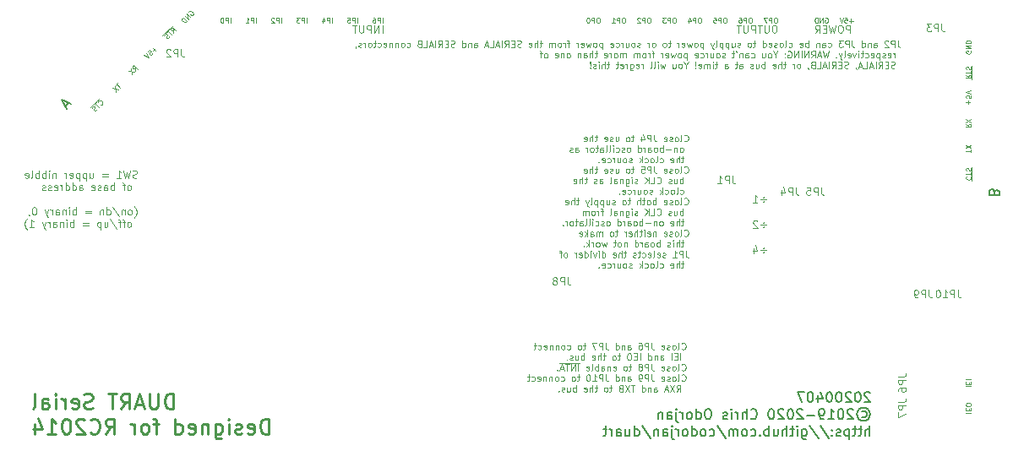
<source format=gbo>
G04 #@! TF.FileFunction,Legend,Bot*
%FSLAX46Y46*%
G04 Gerber Fmt 4.6, Leading zero omitted, Abs format (unit mm)*
G04 Created by KiCad (PCBNEW 4.0.5) date Tue Apr  7 08:39:51 2020*
%MOMM*%
%LPD*%
G01*
G04 APERTURE LIST*
%ADD10C,0.100000*%
%ADD11C,0.050000*%
%ADD12C,0.066000*%
%ADD13C,0.200000*%
%ADD14C,0.250000*%
G04 APERTURE END LIST*
D10*
X100949143Y-108343571D02*
X100842000Y-108379286D01*
X100663429Y-108379286D01*
X100592000Y-108343571D01*
X100556286Y-108307857D01*
X100520571Y-108236429D01*
X100520571Y-108165000D01*
X100556286Y-108093571D01*
X100592000Y-108057857D01*
X100663429Y-108022143D01*
X100806286Y-107986429D01*
X100877714Y-107950714D01*
X100913429Y-107915000D01*
X100949143Y-107843571D01*
X100949143Y-107772143D01*
X100913429Y-107700714D01*
X100877714Y-107665000D01*
X100806286Y-107629286D01*
X100627714Y-107629286D01*
X100520571Y-107665000D01*
X100270571Y-107629286D02*
X100092000Y-108379286D01*
X99949143Y-107843571D01*
X99806285Y-108379286D01*
X99627714Y-107629286D01*
X98949142Y-108379286D02*
X99377714Y-108379286D01*
X99163428Y-108379286D02*
X99163428Y-107629286D01*
X99234857Y-107736429D01*
X99306285Y-107807857D01*
X99377714Y-107843571D01*
X98056285Y-107986429D02*
X97484856Y-107986429D01*
X97484856Y-108200714D02*
X98056285Y-108200714D01*
X96234856Y-107879286D02*
X96234856Y-108379286D01*
X96556285Y-107879286D02*
X96556285Y-108272143D01*
X96520570Y-108343571D01*
X96449142Y-108379286D01*
X96341999Y-108379286D01*
X96270570Y-108343571D01*
X96234856Y-108307857D01*
X95877714Y-107879286D02*
X95877714Y-108629286D01*
X95877714Y-107915000D02*
X95806285Y-107879286D01*
X95663428Y-107879286D01*
X95591999Y-107915000D01*
X95556285Y-107950714D01*
X95520571Y-108022143D01*
X95520571Y-108236429D01*
X95556285Y-108307857D01*
X95591999Y-108343571D01*
X95663428Y-108379286D01*
X95806285Y-108379286D01*
X95877714Y-108343571D01*
X95199143Y-107879286D02*
X95199143Y-108629286D01*
X95199143Y-107915000D02*
X95127714Y-107879286D01*
X94984857Y-107879286D01*
X94913428Y-107915000D01*
X94877714Y-107950714D01*
X94842000Y-108022143D01*
X94842000Y-108236429D01*
X94877714Y-108307857D01*
X94913428Y-108343571D01*
X94984857Y-108379286D01*
X95127714Y-108379286D01*
X95199143Y-108343571D01*
X94234857Y-108343571D02*
X94306286Y-108379286D01*
X94449143Y-108379286D01*
X94520572Y-108343571D01*
X94556286Y-108272143D01*
X94556286Y-107986429D01*
X94520572Y-107915000D01*
X94449143Y-107879286D01*
X94306286Y-107879286D01*
X94234857Y-107915000D01*
X94199143Y-107986429D01*
X94199143Y-108057857D01*
X94556286Y-108129286D01*
X93877715Y-108379286D02*
X93877715Y-107879286D01*
X93877715Y-108022143D02*
X93842000Y-107950714D01*
X93806286Y-107915000D01*
X93734857Y-107879286D01*
X93663429Y-107879286D01*
X92842000Y-107879286D02*
X92842000Y-108379286D01*
X92842000Y-107950714D02*
X92806285Y-107915000D01*
X92734857Y-107879286D01*
X92627714Y-107879286D01*
X92556285Y-107915000D01*
X92520571Y-107986429D01*
X92520571Y-108379286D01*
X92163429Y-108379286D02*
X92163429Y-107879286D01*
X92163429Y-107629286D02*
X92199143Y-107665000D01*
X92163429Y-107700714D01*
X92127714Y-107665000D01*
X92163429Y-107629286D01*
X92163429Y-107700714D01*
X91806286Y-108379286D02*
X91806286Y-107629286D01*
X91806286Y-107915000D02*
X91734857Y-107879286D01*
X91592000Y-107879286D01*
X91520571Y-107915000D01*
X91484857Y-107950714D01*
X91449143Y-108022143D01*
X91449143Y-108236429D01*
X91484857Y-108307857D01*
X91520571Y-108343571D01*
X91592000Y-108379286D01*
X91734857Y-108379286D01*
X91806286Y-108343571D01*
X91127715Y-108379286D02*
X91127715Y-107629286D01*
X91127715Y-107915000D02*
X91056286Y-107879286D01*
X90913429Y-107879286D01*
X90842000Y-107915000D01*
X90806286Y-107950714D01*
X90770572Y-108022143D01*
X90770572Y-108236429D01*
X90806286Y-108307857D01*
X90842000Y-108343571D01*
X90913429Y-108379286D01*
X91056286Y-108379286D01*
X91127715Y-108343571D01*
X90342001Y-108379286D02*
X90413429Y-108343571D01*
X90449144Y-108272143D01*
X90449144Y-107629286D01*
X89770572Y-108343571D02*
X89842001Y-108379286D01*
X89984858Y-108379286D01*
X90056287Y-108343571D01*
X90092001Y-108272143D01*
X90092001Y-107986429D01*
X90056287Y-107915000D01*
X89984858Y-107879286D01*
X89842001Y-107879286D01*
X89770572Y-107915000D01*
X89734858Y-107986429D01*
X89734858Y-108057857D01*
X90092001Y-108129286D01*
X100234857Y-109604286D02*
X100306285Y-109568571D01*
X100342000Y-109532857D01*
X100377714Y-109461429D01*
X100377714Y-109247143D01*
X100342000Y-109175714D01*
X100306285Y-109140000D01*
X100234857Y-109104286D01*
X100127714Y-109104286D01*
X100056285Y-109140000D01*
X100020571Y-109175714D01*
X99984857Y-109247143D01*
X99984857Y-109461429D01*
X100020571Y-109532857D01*
X100056285Y-109568571D01*
X100127714Y-109604286D01*
X100234857Y-109604286D01*
X99770571Y-109104286D02*
X99484857Y-109104286D01*
X99663429Y-109604286D02*
X99663429Y-108961429D01*
X99627714Y-108890000D01*
X99556286Y-108854286D01*
X99484857Y-108854286D01*
X98663429Y-109604286D02*
X98663429Y-108854286D01*
X98663429Y-109140000D02*
X98592000Y-109104286D01*
X98449143Y-109104286D01*
X98377714Y-109140000D01*
X98342000Y-109175714D01*
X98306286Y-109247143D01*
X98306286Y-109461429D01*
X98342000Y-109532857D01*
X98377714Y-109568571D01*
X98449143Y-109604286D01*
X98592000Y-109604286D01*
X98663429Y-109568571D01*
X97663429Y-109604286D02*
X97663429Y-109211429D01*
X97699143Y-109140000D01*
X97770572Y-109104286D01*
X97913429Y-109104286D01*
X97984858Y-109140000D01*
X97663429Y-109568571D02*
X97734858Y-109604286D01*
X97913429Y-109604286D01*
X97984858Y-109568571D01*
X98020572Y-109497143D01*
X98020572Y-109425714D01*
X97984858Y-109354286D01*
X97913429Y-109318571D01*
X97734858Y-109318571D01*
X97663429Y-109282857D01*
X97342001Y-109568571D02*
X97270572Y-109604286D01*
X97127715Y-109604286D01*
X97056287Y-109568571D01*
X97020572Y-109497143D01*
X97020572Y-109461429D01*
X97056287Y-109390000D01*
X97127715Y-109354286D01*
X97234858Y-109354286D01*
X97306287Y-109318571D01*
X97342001Y-109247143D01*
X97342001Y-109211429D01*
X97306287Y-109140000D01*
X97234858Y-109104286D01*
X97127715Y-109104286D01*
X97056287Y-109140000D01*
X96413429Y-109568571D02*
X96484858Y-109604286D01*
X96627715Y-109604286D01*
X96699144Y-109568571D01*
X96734858Y-109497143D01*
X96734858Y-109211429D01*
X96699144Y-109140000D01*
X96627715Y-109104286D01*
X96484858Y-109104286D01*
X96413429Y-109140000D01*
X96377715Y-109211429D01*
X96377715Y-109282857D01*
X96734858Y-109354286D01*
X95163429Y-109604286D02*
X95163429Y-109211429D01*
X95199143Y-109140000D01*
X95270572Y-109104286D01*
X95413429Y-109104286D01*
X95484858Y-109140000D01*
X95163429Y-109568571D02*
X95234858Y-109604286D01*
X95413429Y-109604286D01*
X95484858Y-109568571D01*
X95520572Y-109497143D01*
X95520572Y-109425714D01*
X95484858Y-109354286D01*
X95413429Y-109318571D01*
X95234858Y-109318571D01*
X95163429Y-109282857D01*
X94484858Y-109604286D02*
X94484858Y-108854286D01*
X94484858Y-109568571D02*
X94556287Y-109604286D01*
X94699144Y-109604286D01*
X94770572Y-109568571D01*
X94806287Y-109532857D01*
X94842001Y-109461429D01*
X94842001Y-109247143D01*
X94806287Y-109175714D01*
X94770572Y-109140000D01*
X94699144Y-109104286D01*
X94556287Y-109104286D01*
X94484858Y-109140000D01*
X93806287Y-109604286D02*
X93806287Y-108854286D01*
X93806287Y-109568571D02*
X93877716Y-109604286D01*
X94020573Y-109604286D01*
X94092001Y-109568571D01*
X94127716Y-109532857D01*
X94163430Y-109461429D01*
X94163430Y-109247143D01*
X94127716Y-109175714D01*
X94092001Y-109140000D01*
X94020573Y-109104286D01*
X93877716Y-109104286D01*
X93806287Y-109140000D01*
X93449145Y-109604286D02*
X93449145Y-109104286D01*
X93449145Y-109247143D02*
X93413430Y-109175714D01*
X93377716Y-109140000D01*
X93306287Y-109104286D01*
X93234859Y-109104286D01*
X92699144Y-109568571D02*
X92770573Y-109604286D01*
X92913430Y-109604286D01*
X92984859Y-109568571D01*
X93020573Y-109497143D01*
X93020573Y-109211429D01*
X92984859Y-109140000D01*
X92913430Y-109104286D01*
X92770573Y-109104286D01*
X92699144Y-109140000D01*
X92663430Y-109211429D01*
X92663430Y-109282857D01*
X93020573Y-109354286D01*
X92377716Y-109568571D02*
X92306287Y-109604286D01*
X92163430Y-109604286D01*
X92092002Y-109568571D01*
X92056287Y-109497143D01*
X92056287Y-109461429D01*
X92092002Y-109390000D01*
X92163430Y-109354286D01*
X92270573Y-109354286D01*
X92342002Y-109318571D01*
X92377716Y-109247143D01*
X92377716Y-109211429D01*
X92342002Y-109140000D01*
X92270573Y-109104286D01*
X92163430Y-109104286D01*
X92092002Y-109140000D01*
X91770573Y-109568571D02*
X91699144Y-109604286D01*
X91556287Y-109604286D01*
X91484859Y-109568571D01*
X91449144Y-109497143D01*
X91449144Y-109461429D01*
X91484859Y-109390000D01*
X91556287Y-109354286D01*
X91663430Y-109354286D01*
X91734859Y-109318571D01*
X91770573Y-109247143D01*
X91770573Y-109211429D01*
X91734859Y-109140000D01*
X91663430Y-109104286D01*
X91556287Y-109104286D01*
X91484859Y-109140000D01*
X100699143Y-112340000D02*
X100734857Y-112304286D01*
X100806286Y-112197143D01*
X100842000Y-112125714D01*
X100877714Y-112018571D01*
X100913429Y-111840000D01*
X100913429Y-111697143D01*
X100877714Y-111518571D01*
X100842000Y-111411429D01*
X100806286Y-111340000D01*
X100734857Y-111232857D01*
X100699143Y-111197143D01*
X100306286Y-112054286D02*
X100377714Y-112018571D01*
X100413429Y-111982857D01*
X100449143Y-111911429D01*
X100449143Y-111697143D01*
X100413429Y-111625714D01*
X100377714Y-111590000D01*
X100306286Y-111554286D01*
X100199143Y-111554286D01*
X100127714Y-111590000D01*
X100092000Y-111625714D01*
X100056286Y-111697143D01*
X100056286Y-111911429D01*
X100092000Y-111982857D01*
X100127714Y-112018571D01*
X100199143Y-112054286D01*
X100306286Y-112054286D01*
X99734858Y-111554286D02*
X99734858Y-112054286D01*
X99734858Y-111625714D02*
X99699143Y-111590000D01*
X99627715Y-111554286D01*
X99520572Y-111554286D01*
X99449143Y-111590000D01*
X99413429Y-111661429D01*
X99413429Y-112054286D01*
X98520572Y-111268571D02*
X99163429Y-112232857D01*
X97949144Y-112054286D02*
X97949144Y-111304286D01*
X97949144Y-112018571D02*
X98020573Y-112054286D01*
X98163430Y-112054286D01*
X98234858Y-112018571D01*
X98270573Y-111982857D01*
X98306287Y-111911429D01*
X98306287Y-111697143D01*
X98270573Y-111625714D01*
X98234858Y-111590000D01*
X98163430Y-111554286D01*
X98020573Y-111554286D01*
X97949144Y-111590000D01*
X97592002Y-111554286D02*
X97592002Y-112054286D01*
X97592002Y-111625714D02*
X97556287Y-111590000D01*
X97484859Y-111554286D01*
X97377716Y-111554286D01*
X97306287Y-111590000D01*
X97270573Y-111661429D01*
X97270573Y-112054286D01*
X96342002Y-111661429D02*
X95770573Y-111661429D01*
X95770573Y-111875714D02*
X96342002Y-111875714D01*
X94842002Y-112054286D02*
X94842002Y-111304286D01*
X94842002Y-111590000D02*
X94770573Y-111554286D01*
X94627716Y-111554286D01*
X94556287Y-111590000D01*
X94520573Y-111625714D01*
X94484859Y-111697143D01*
X94484859Y-111911429D01*
X94520573Y-111982857D01*
X94556287Y-112018571D01*
X94627716Y-112054286D01*
X94770573Y-112054286D01*
X94842002Y-112018571D01*
X94163431Y-112054286D02*
X94163431Y-111554286D01*
X94163431Y-111304286D02*
X94199145Y-111340000D01*
X94163431Y-111375714D01*
X94127716Y-111340000D01*
X94163431Y-111304286D01*
X94163431Y-111375714D01*
X93806288Y-111554286D02*
X93806288Y-112054286D01*
X93806288Y-111625714D02*
X93770573Y-111590000D01*
X93699145Y-111554286D01*
X93592002Y-111554286D01*
X93520573Y-111590000D01*
X93484859Y-111661429D01*
X93484859Y-112054286D01*
X92806288Y-112054286D02*
X92806288Y-111661429D01*
X92842002Y-111590000D01*
X92913431Y-111554286D01*
X93056288Y-111554286D01*
X93127717Y-111590000D01*
X92806288Y-112018571D02*
X92877717Y-112054286D01*
X93056288Y-112054286D01*
X93127717Y-112018571D01*
X93163431Y-111947143D01*
X93163431Y-111875714D01*
X93127717Y-111804286D01*
X93056288Y-111768571D01*
X92877717Y-111768571D01*
X92806288Y-111732857D01*
X92449146Y-112054286D02*
X92449146Y-111554286D01*
X92449146Y-111697143D02*
X92413431Y-111625714D01*
X92377717Y-111590000D01*
X92306288Y-111554286D01*
X92234860Y-111554286D01*
X92056288Y-111554286D02*
X91877717Y-112054286D01*
X91699145Y-111554286D02*
X91877717Y-112054286D01*
X91949145Y-112232857D01*
X91984860Y-112268571D01*
X92056288Y-112304286D01*
X90699144Y-111304286D02*
X90627716Y-111304286D01*
X90556287Y-111340000D01*
X90520573Y-111375714D01*
X90484859Y-111447143D01*
X90449144Y-111590000D01*
X90449144Y-111768571D01*
X90484859Y-111911429D01*
X90520573Y-111982857D01*
X90556287Y-112018571D01*
X90627716Y-112054286D01*
X90699144Y-112054286D01*
X90770573Y-112018571D01*
X90806287Y-111982857D01*
X90842002Y-111911429D01*
X90877716Y-111768571D01*
X90877716Y-111590000D01*
X90842002Y-111447143D01*
X90806287Y-111375714D01*
X90770573Y-111340000D01*
X90699144Y-111304286D01*
X90092001Y-112018571D02*
X90092001Y-112054286D01*
X90127716Y-112125714D01*
X90163430Y-112161429D01*
X100234857Y-113279286D02*
X100306285Y-113243571D01*
X100342000Y-113207857D01*
X100377714Y-113136429D01*
X100377714Y-112922143D01*
X100342000Y-112850714D01*
X100306285Y-112815000D01*
X100234857Y-112779286D01*
X100127714Y-112779286D01*
X100056285Y-112815000D01*
X100020571Y-112850714D01*
X99984857Y-112922143D01*
X99984857Y-113136429D01*
X100020571Y-113207857D01*
X100056285Y-113243571D01*
X100127714Y-113279286D01*
X100234857Y-113279286D01*
X99770571Y-112779286D02*
X99484857Y-112779286D01*
X99663429Y-113279286D02*
X99663429Y-112636429D01*
X99627714Y-112565000D01*
X99556286Y-112529286D01*
X99484857Y-112529286D01*
X99342000Y-112779286D02*
X99056286Y-112779286D01*
X99234858Y-113279286D02*
X99234858Y-112636429D01*
X99199143Y-112565000D01*
X99127715Y-112529286D01*
X99056286Y-112529286D01*
X98270572Y-112493571D02*
X98913429Y-113457857D01*
X97699144Y-112779286D02*
X97699144Y-113279286D01*
X98020573Y-112779286D02*
X98020573Y-113172143D01*
X97984858Y-113243571D01*
X97913430Y-113279286D01*
X97806287Y-113279286D01*
X97734858Y-113243571D01*
X97699144Y-113207857D01*
X97342002Y-112779286D02*
X97342002Y-113529286D01*
X97342002Y-112815000D02*
X97270573Y-112779286D01*
X97127716Y-112779286D01*
X97056287Y-112815000D01*
X97020573Y-112850714D01*
X96984859Y-112922143D01*
X96984859Y-113136429D01*
X97020573Y-113207857D01*
X97056287Y-113243571D01*
X97127716Y-113279286D01*
X97270573Y-113279286D01*
X97342002Y-113243571D01*
X96092002Y-112886429D02*
X95520573Y-112886429D01*
X95520573Y-113100714D02*
X96092002Y-113100714D01*
X94592002Y-113279286D02*
X94592002Y-112529286D01*
X94592002Y-112815000D02*
X94520573Y-112779286D01*
X94377716Y-112779286D01*
X94306287Y-112815000D01*
X94270573Y-112850714D01*
X94234859Y-112922143D01*
X94234859Y-113136429D01*
X94270573Y-113207857D01*
X94306287Y-113243571D01*
X94377716Y-113279286D01*
X94520573Y-113279286D01*
X94592002Y-113243571D01*
X93913431Y-113279286D02*
X93913431Y-112779286D01*
X93913431Y-112529286D02*
X93949145Y-112565000D01*
X93913431Y-112600714D01*
X93877716Y-112565000D01*
X93913431Y-112529286D01*
X93913431Y-112600714D01*
X93556288Y-112779286D02*
X93556288Y-113279286D01*
X93556288Y-112850714D02*
X93520573Y-112815000D01*
X93449145Y-112779286D01*
X93342002Y-112779286D01*
X93270573Y-112815000D01*
X93234859Y-112886429D01*
X93234859Y-113279286D01*
X92556288Y-113279286D02*
X92556288Y-112886429D01*
X92592002Y-112815000D01*
X92663431Y-112779286D01*
X92806288Y-112779286D01*
X92877717Y-112815000D01*
X92556288Y-113243571D02*
X92627717Y-113279286D01*
X92806288Y-113279286D01*
X92877717Y-113243571D01*
X92913431Y-113172143D01*
X92913431Y-113100714D01*
X92877717Y-113029286D01*
X92806288Y-112993571D01*
X92627717Y-112993571D01*
X92556288Y-112957857D01*
X92199146Y-113279286D02*
X92199146Y-112779286D01*
X92199146Y-112922143D02*
X92163431Y-112850714D01*
X92127717Y-112815000D01*
X92056288Y-112779286D01*
X91984860Y-112779286D01*
X91806288Y-112779286D02*
X91627717Y-113279286D01*
X91449145Y-112779286D02*
X91627717Y-113279286D01*
X91699145Y-113457857D01*
X91734860Y-113493571D01*
X91806288Y-113529286D01*
X90199144Y-113279286D02*
X90627716Y-113279286D01*
X90413430Y-113279286D02*
X90413430Y-112529286D01*
X90484859Y-112636429D01*
X90556287Y-112707857D01*
X90627716Y-112743571D01*
X89949144Y-113565000D02*
X89913430Y-113529286D01*
X89842001Y-113422143D01*
X89806287Y-113350714D01*
X89770573Y-113243571D01*
X89734858Y-113065000D01*
X89734858Y-112922143D01*
X89770573Y-112743571D01*
X89806287Y-112636429D01*
X89842001Y-112565000D01*
X89913430Y-112457857D01*
X89949144Y-112422143D01*
D11*
X184050810Y-131933095D02*
X184550810Y-131933095D01*
X184312714Y-131695000D02*
X184312714Y-131528334D01*
X184050810Y-131456905D02*
X184050810Y-131695000D01*
X184550810Y-131695000D01*
X184550810Y-131456905D01*
X184550810Y-131147381D02*
X184550810Y-131052143D01*
X184527000Y-131004524D01*
X184479381Y-130956905D01*
X184384143Y-130933096D01*
X184217476Y-130933096D01*
X184122238Y-130956905D01*
X184074619Y-131004524D01*
X184050810Y-131052143D01*
X184050810Y-131147381D01*
X184074619Y-131195000D01*
X184122238Y-131242619D01*
X184217476Y-131266429D01*
X184384143Y-131266429D01*
X184479381Y-131242619D01*
X184527000Y-131195000D01*
X184550810Y-131147381D01*
X184050810Y-129250237D02*
X184550810Y-129250237D01*
X184312714Y-129012142D02*
X184312714Y-128845476D01*
X184050810Y-128774047D02*
X184050810Y-129012142D01*
X184550810Y-129012142D01*
X184550810Y-128774047D01*
X184050810Y-128559761D02*
X184550810Y-128559761D01*
D10*
X144135000Y-118334286D02*
X144135000Y-118870000D01*
X144170714Y-118977143D01*
X144242143Y-119048571D01*
X144349286Y-119084286D01*
X144420714Y-119084286D01*
X143777857Y-119084286D02*
X143777857Y-118334286D01*
X143492142Y-118334286D01*
X143420714Y-118370000D01*
X143384999Y-118405714D01*
X143349285Y-118477143D01*
X143349285Y-118584286D01*
X143384999Y-118655714D01*
X143420714Y-118691429D01*
X143492142Y-118727143D01*
X143777857Y-118727143D01*
X142920714Y-118655714D02*
X142992142Y-118620000D01*
X143027857Y-118584286D01*
X143063571Y-118512857D01*
X143063571Y-118477143D01*
X143027857Y-118405714D01*
X142992142Y-118370000D01*
X142920714Y-118334286D01*
X142777857Y-118334286D01*
X142706428Y-118370000D01*
X142670714Y-118405714D01*
X142634999Y-118477143D01*
X142634999Y-118512857D01*
X142670714Y-118584286D01*
X142706428Y-118620000D01*
X142777857Y-118655714D01*
X142920714Y-118655714D01*
X142992142Y-118691429D01*
X143027857Y-118727143D01*
X143063571Y-118798571D01*
X143063571Y-118941429D01*
X143027857Y-119012857D01*
X142992142Y-119048571D01*
X142920714Y-119084286D01*
X142777857Y-119084286D01*
X142706428Y-119048571D01*
X142670714Y-119012857D01*
X142634999Y-118941429D01*
X142634999Y-118798571D01*
X142670714Y-118727143D01*
X142706428Y-118691429D01*
X142777857Y-118655714D01*
D12*
X155548714Y-125504714D02*
X155580143Y-125536143D01*
X155674429Y-125567571D01*
X155737286Y-125567571D01*
X155831571Y-125536143D01*
X155894429Y-125473286D01*
X155925857Y-125410429D01*
X155957286Y-125284714D01*
X155957286Y-125190429D01*
X155925857Y-125064714D01*
X155894429Y-125001857D01*
X155831571Y-124939000D01*
X155737286Y-124907571D01*
X155674429Y-124907571D01*
X155580143Y-124939000D01*
X155548714Y-124970429D01*
X155171571Y-125567571D02*
X155234429Y-125536143D01*
X155265857Y-125473286D01*
X155265857Y-124907571D01*
X154825857Y-125567571D02*
X154888715Y-125536143D01*
X154920143Y-125504714D01*
X154951572Y-125441857D01*
X154951572Y-125253286D01*
X154920143Y-125190429D01*
X154888715Y-125159000D01*
X154825857Y-125127571D01*
X154731572Y-125127571D01*
X154668715Y-125159000D01*
X154637286Y-125190429D01*
X154605857Y-125253286D01*
X154605857Y-125441857D01*
X154637286Y-125504714D01*
X154668715Y-125536143D01*
X154731572Y-125567571D01*
X154825857Y-125567571D01*
X154354429Y-125536143D02*
X154291572Y-125567571D01*
X154165857Y-125567571D01*
X154103000Y-125536143D01*
X154071572Y-125473286D01*
X154071572Y-125441857D01*
X154103000Y-125379000D01*
X154165857Y-125347571D01*
X154260143Y-125347571D01*
X154323000Y-125316143D01*
X154354429Y-125253286D01*
X154354429Y-125221857D01*
X154323000Y-125159000D01*
X154260143Y-125127571D01*
X154165857Y-125127571D01*
X154103000Y-125159000D01*
X153537286Y-125536143D02*
X153600143Y-125567571D01*
X153725857Y-125567571D01*
X153788714Y-125536143D01*
X153820143Y-125473286D01*
X153820143Y-125221857D01*
X153788714Y-125159000D01*
X153725857Y-125127571D01*
X153600143Y-125127571D01*
X153537286Y-125159000D01*
X153505857Y-125221857D01*
X153505857Y-125284714D01*
X153820143Y-125347571D01*
X152531572Y-124907571D02*
X152531572Y-125379000D01*
X152563000Y-125473286D01*
X152625857Y-125536143D01*
X152720143Y-125567571D01*
X152783000Y-125567571D01*
X152217286Y-125567571D02*
X152217286Y-124907571D01*
X151965858Y-124907571D01*
X151903000Y-124939000D01*
X151871572Y-124970429D01*
X151840143Y-125033286D01*
X151840143Y-125127571D01*
X151871572Y-125190429D01*
X151903000Y-125221857D01*
X151965858Y-125253286D01*
X152217286Y-125253286D01*
X151274429Y-124907571D02*
X151400143Y-124907571D01*
X151463000Y-124939000D01*
X151494429Y-124970429D01*
X151557286Y-125064714D01*
X151588715Y-125190429D01*
X151588715Y-125441857D01*
X151557286Y-125504714D01*
X151525858Y-125536143D01*
X151463000Y-125567571D01*
X151337286Y-125567571D01*
X151274429Y-125536143D01*
X151243000Y-125504714D01*
X151211572Y-125441857D01*
X151211572Y-125284714D01*
X151243000Y-125221857D01*
X151274429Y-125190429D01*
X151337286Y-125159000D01*
X151463000Y-125159000D01*
X151525858Y-125190429D01*
X151557286Y-125221857D01*
X151588715Y-125284714D01*
X150143001Y-125567571D02*
X150143001Y-125221857D01*
X150174430Y-125159000D01*
X150237287Y-125127571D01*
X150363001Y-125127571D01*
X150425858Y-125159000D01*
X150143001Y-125536143D02*
X150205858Y-125567571D01*
X150363001Y-125567571D01*
X150425858Y-125536143D01*
X150457287Y-125473286D01*
X150457287Y-125410429D01*
X150425858Y-125347571D01*
X150363001Y-125316143D01*
X150205858Y-125316143D01*
X150143001Y-125284714D01*
X149828715Y-125127571D02*
X149828715Y-125567571D01*
X149828715Y-125190429D02*
X149797287Y-125159000D01*
X149734429Y-125127571D01*
X149640144Y-125127571D01*
X149577287Y-125159000D01*
X149545858Y-125221857D01*
X149545858Y-125567571D01*
X148948715Y-125567571D02*
X148948715Y-124907571D01*
X148948715Y-125536143D02*
X149011572Y-125567571D01*
X149137286Y-125567571D01*
X149200144Y-125536143D01*
X149231572Y-125504714D01*
X149263001Y-125441857D01*
X149263001Y-125253286D01*
X149231572Y-125190429D01*
X149200144Y-125159000D01*
X149137286Y-125127571D01*
X149011572Y-125127571D01*
X148948715Y-125159000D01*
X147943001Y-124907571D02*
X147943001Y-125379000D01*
X147974429Y-125473286D01*
X148037286Y-125536143D01*
X148131572Y-125567571D01*
X148194429Y-125567571D01*
X147628715Y-125567571D02*
X147628715Y-124907571D01*
X147377287Y-124907571D01*
X147314429Y-124939000D01*
X147283001Y-124970429D01*
X147251572Y-125033286D01*
X147251572Y-125127571D01*
X147283001Y-125190429D01*
X147314429Y-125221857D01*
X147377287Y-125253286D01*
X147628715Y-125253286D01*
X147031572Y-124907571D02*
X146591572Y-124907571D01*
X146874429Y-125567571D01*
X145931573Y-125127571D02*
X145680144Y-125127571D01*
X145837287Y-124907571D02*
X145837287Y-125473286D01*
X145805859Y-125536143D01*
X145743001Y-125567571D01*
X145680144Y-125567571D01*
X145365858Y-125567571D02*
X145428716Y-125536143D01*
X145460144Y-125504714D01*
X145491573Y-125441857D01*
X145491573Y-125253286D01*
X145460144Y-125190429D01*
X145428716Y-125159000D01*
X145365858Y-125127571D01*
X145271573Y-125127571D01*
X145208716Y-125159000D01*
X145177287Y-125190429D01*
X145145858Y-125253286D01*
X145145858Y-125441857D01*
X145177287Y-125504714D01*
X145208716Y-125536143D01*
X145271573Y-125567571D01*
X145365858Y-125567571D01*
X144077287Y-125536143D02*
X144140144Y-125567571D01*
X144265858Y-125567571D01*
X144328716Y-125536143D01*
X144360144Y-125504714D01*
X144391573Y-125441857D01*
X144391573Y-125253286D01*
X144360144Y-125190429D01*
X144328716Y-125159000D01*
X144265858Y-125127571D01*
X144140144Y-125127571D01*
X144077287Y-125159000D01*
X143700144Y-125567571D02*
X143763002Y-125536143D01*
X143794430Y-125504714D01*
X143825859Y-125441857D01*
X143825859Y-125253286D01*
X143794430Y-125190429D01*
X143763002Y-125159000D01*
X143700144Y-125127571D01*
X143605859Y-125127571D01*
X143543002Y-125159000D01*
X143511573Y-125190429D01*
X143480144Y-125253286D01*
X143480144Y-125441857D01*
X143511573Y-125504714D01*
X143543002Y-125536143D01*
X143605859Y-125567571D01*
X143700144Y-125567571D01*
X143197287Y-125127571D02*
X143197287Y-125567571D01*
X143197287Y-125190429D02*
X143165859Y-125159000D01*
X143103001Y-125127571D01*
X143008716Y-125127571D01*
X142945859Y-125159000D01*
X142914430Y-125221857D01*
X142914430Y-125567571D01*
X142600144Y-125127571D02*
X142600144Y-125567571D01*
X142600144Y-125190429D02*
X142568716Y-125159000D01*
X142505858Y-125127571D01*
X142411573Y-125127571D01*
X142348716Y-125159000D01*
X142317287Y-125221857D01*
X142317287Y-125567571D01*
X141751573Y-125536143D02*
X141814430Y-125567571D01*
X141940144Y-125567571D01*
X142003001Y-125536143D01*
X142034430Y-125473286D01*
X142034430Y-125221857D01*
X142003001Y-125159000D01*
X141940144Y-125127571D01*
X141814430Y-125127571D01*
X141751573Y-125159000D01*
X141720144Y-125221857D01*
X141720144Y-125284714D01*
X142034430Y-125347571D01*
X141154430Y-125536143D02*
X141217287Y-125567571D01*
X141343001Y-125567571D01*
X141405859Y-125536143D01*
X141437287Y-125504714D01*
X141468716Y-125441857D01*
X141468716Y-125253286D01*
X141437287Y-125190429D01*
X141405859Y-125159000D01*
X141343001Y-125127571D01*
X141217287Y-125127571D01*
X141154430Y-125159000D01*
X140965859Y-125127571D02*
X140714430Y-125127571D01*
X140871573Y-124907571D02*
X140871573Y-125473286D01*
X140840145Y-125536143D01*
X140777287Y-125567571D01*
X140714430Y-125567571D01*
X155423000Y-126623571D02*
X155423000Y-125963571D01*
X155108714Y-126277857D02*
X154888714Y-126277857D01*
X154794428Y-126623571D02*
X155108714Y-126623571D01*
X155108714Y-125963571D01*
X154794428Y-125963571D01*
X154511571Y-126623571D02*
X154511571Y-125963571D01*
X153411571Y-126623571D02*
X153411571Y-126277857D01*
X153443000Y-126215000D01*
X153505857Y-126183571D01*
X153631571Y-126183571D01*
X153694428Y-126215000D01*
X153411571Y-126592143D02*
X153474428Y-126623571D01*
X153631571Y-126623571D01*
X153694428Y-126592143D01*
X153725857Y-126529286D01*
X153725857Y-126466429D01*
X153694428Y-126403571D01*
X153631571Y-126372143D01*
X153474428Y-126372143D01*
X153411571Y-126340714D01*
X153097285Y-126183571D02*
X153097285Y-126623571D01*
X153097285Y-126246429D02*
X153065857Y-126215000D01*
X153002999Y-126183571D01*
X152908714Y-126183571D01*
X152845857Y-126215000D01*
X152814428Y-126277857D01*
X152814428Y-126623571D01*
X152217285Y-126623571D02*
X152217285Y-125963571D01*
X152217285Y-126592143D02*
X152280142Y-126623571D01*
X152405856Y-126623571D01*
X152468714Y-126592143D01*
X152500142Y-126560714D01*
X152531571Y-126497857D01*
X152531571Y-126309286D01*
X152500142Y-126246429D01*
X152468714Y-126215000D01*
X152405856Y-126183571D01*
X152280142Y-126183571D01*
X152217285Y-126215000D01*
X151400142Y-126623571D02*
X151400142Y-125963571D01*
X151085856Y-126277857D02*
X150865856Y-126277857D01*
X150771570Y-126623571D02*
X151085856Y-126623571D01*
X151085856Y-125963571D01*
X150771570Y-125963571D01*
X150362999Y-125963571D02*
X150237285Y-125963571D01*
X150174427Y-125995000D01*
X150111570Y-126057857D01*
X150080142Y-126183571D01*
X150080142Y-126403571D01*
X150111570Y-126529286D01*
X150174427Y-126592143D01*
X150237285Y-126623571D01*
X150362999Y-126623571D01*
X150425856Y-126592143D01*
X150488713Y-126529286D01*
X150520142Y-126403571D01*
X150520142Y-126183571D01*
X150488713Y-126057857D01*
X150425856Y-125995000D01*
X150362999Y-125963571D01*
X149388713Y-126183571D02*
X149137284Y-126183571D01*
X149294427Y-125963571D02*
X149294427Y-126529286D01*
X149262999Y-126592143D01*
X149200141Y-126623571D01*
X149137284Y-126623571D01*
X148822998Y-126623571D02*
X148885856Y-126592143D01*
X148917284Y-126560714D01*
X148948713Y-126497857D01*
X148948713Y-126309286D01*
X148917284Y-126246429D01*
X148885856Y-126215000D01*
X148822998Y-126183571D01*
X148728713Y-126183571D01*
X148665856Y-126215000D01*
X148634427Y-126246429D01*
X148602998Y-126309286D01*
X148602998Y-126497857D01*
X148634427Y-126560714D01*
X148665856Y-126592143D01*
X148728713Y-126623571D01*
X148822998Y-126623571D01*
X147911570Y-126183571D02*
X147660141Y-126183571D01*
X147817284Y-125963571D02*
X147817284Y-126529286D01*
X147785856Y-126592143D01*
X147722998Y-126623571D01*
X147660141Y-126623571D01*
X147440141Y-126623571D02*
X147440141Y-125963571D01*
X147157284Y-126623571D02*
X147157284Y-126277857D01*
X147188713Y-126215000D01*
X147251570Y-126183571D01*
X147345855Y-126183571D01*
X147408713Y-126215000D01*
X147440141Y-126246429D01*
X146591570Y-126592143D02*
X146654427Y-126623571D01*
X146780141Y-126623571D01*
X146842998Y-126592143D01*
X146874427Y-126529286D01*
X146874427Y-126277857D01*
X146842998Y-126215000D01*
X146780141Y-126183571D01*
X146654427Y-126183571D01*
X146591570Y-126215000D01*
X146560141Y-126277857D01*
X146560141Y-126340714D01*
X146874427Y-126403571D01*
X145774427Y-126623571D02*
X145774427Y-125963571D01*
X145774427Y-126215000D02*
X145711570Y-126183571D01*
X145585856Y-126183571D01*
X145522999Y-126215000D01*
X145491570Y-126246429D01*
X145460141Y-126309286D01*
X145460141Y-126497857D01*
X145491570Y-126560714D01*
X145522999Y-126592143D01*
X145585856Y-126623571D01*
X145711570Y-126623571D01*
X145774427Y-126592143D01*
X144894427Y-126183571D02*
X144894427Y-126623571D01*
X145177284Y-126183571D02*
X145177284Y-126529286D01*
X145145856Y-126592143D01*
X145082998Y-126623571D01*
X144988713Y-126623571D01*
X144925856Y-126592143D01*
X144894427Y-126560714D01*
X144611570Y-126592143D02*
X144548713Y-126623571D01*
X144422998Y-126623571D01*
X144360141Y-126592143D01*
X144328713Y-126529286D01*
X144328713Y-126497857D01*
X144360141Y-126435000D01*
X144422998Y-126403571D01*
X144517284Y-126403571D01*
X144580141Y-126372143D01*
X144611570Y-126309286D01*
X144611570Y-126277857D01*
X144580141Y-126215000D01*
X144517284Y-126183571D01*
X144422998Y-126183571D01*
X144360141Y-126215000D01*
X144045855Y-126560714D02*
X144014427Y-126592143D01*
X144045855Y-126623571D01*
X144077284Y-126592143D01*
X144045855Y-126560714D01*
X144045855Y-126623571D01*
X155548714Y-127616714D02*
X155580143Y-127648143D01*
X155674429Y-127679571D01*
X155737286Y-127679571D01*
X155831571Y-127648143D01*
X155894429Y-127585286D01*
X155925857Y-127522429D01*
X155957286Y-127396714D01*
X155957286Y-127302429D01*
X155925857Y-127176714D01*
X155894429Y-127113857D01*
X155831571Y-127051000D01*
X155737286Y-127019571D01*
X155674429Y-127019571D01*
X155580143Y-127051000D01*
X155548714Y-127082429D01*
X155171571Y-127679571D02*
X155234429Y-127648143D01*
X155265857Y-127585286D01*
X155265857Y-127019571D01*
X154825857Y-127679571D02*
X154888715Y-127648143D01*
X154920143Y-127616714D01*
X154951572Y-127553857D01*
X154951572Y-127365286D01*
X154920143Y-127302429D01*
X154888715Y-127271000D01*
X154825857Y-127239571D01*
X154731572Y-127239571D01*
X154668715Y-127271000D01*
X154637286Y-127302429D01*
X154605857Y-127365286D01*
X154605857Y-127553857D01*
X154637286Y-127616714D01*
X154668715Y-127648143D01*
X154731572Y-127679571D01*
X154825857Y-127679571D01*
X154354429Y-127648143D02*
X154291572Y-127679571D01*
X154165857Y-127679571D01*
X154103000Y-127648143D01*
X154071572Y-127585286D01*
X154071572Y-127553857D01*
X154103000Y-127491000D01*
X154165857Y-127459571D01*
X154260143Y-127459571D01*
X154323000Y-127428143D01*
X154354429Y-127365286D01*
X154354429Y-127333857D01*
X154323000Y-127271000D01*
X154260143Y-127239571D01*
X154165857Y-127239571D01*
X154103000Y-127271000D01*
X153537286Y-127648143D02*
X153600143Y-127679571D01*
X153725857Y-127679571D01*
X153788714Y-127648143D01*
X153820143Y-127585286D01*
X153820143Y-127333857D01*
X153788714Y-127271000D01*
X153725857Y-127239571D01*
X153600143Y-127239571D01*
X153537286Y-127271000D01*
X153505857Y-127333857D01*
X153505857Y-127396714D01*
X153820143Y-127459571D01*
X152531572Y-127019571D02*
X152531572Y-127491000D01*
X152563000Y-127585286D01*
X152625857Y-127648143D01*
X152720143Y-127679571D01*
X152783000Y-127679571D01*
X152217286Y-127679571D02*
X152217286Y-127019571D01*
X151965858Y-127019571D01*
X151903000Y-127051000D01*
X151871572Y-127082429D01*
X151840143Y-127145286D01*
X151840143Y-127239571D01*
X151871572Y-127302429D01*
X151903000Y-127333857D01*
X151965858Y-127365286D01*
X152217286Y-127365286D01*
X151463000Y-127302429D02*
X151525858Y-127271000D01*
X151557286Y-127239571D01*
X151588715Y-127176714D01*
X151588715Y-127145286D01*
X151557286Y-127082429D01*
X151525858Y-127051000D01*
X151463000Y-127019571D01*
X151337286Y-127019571D01*
X151274429Y-127051000D01*
X151243000Y-127082429D01*
X151211572Y-127145286D01*
X151211572Y-127176714D01*
X151243000Y-127239571D01*
X151274429Y-127271000D01*
X151337286Y-127302429D01*
X151463000Y-127302429D01*
X151525858Y-127333857D01*
X151557286Y-127365286D01*
X151588715Y-127428143D01*
X151588715Y-127553857D01*
X151557286Y-127616714D01*
X151525858Y-127648143D01*
X151463000Y-127679571D01*
X151337286Y-127679571D01*
X151274429Y-127648143D01*
X151243000Y-127616714D01*
X151211572Y-127553857D01*
X151211572Y-127428143D01*
X151243000Y-127365286D01*
X151274429Y-127333857D01*
X151337286Y-127302429D01*
X150520144Y-127239571D02*
X150268715Y-127239571D01*
X150425858Y-127019571D02*
X150425858Y-127585286D01*
X150394430Y-127648143D01*
X150331572Y-127679571D01*
X150268715Y-127679571D01*
X149954429Y-127679571D02*
X150017287Y-127648143D01*
X150048715Y-127616714D01*
X150080144Y-127553857D01*
X150080144Y-127365286D01*
X150048715Y-127302429D01*
X150017287Y-127271000D01*
X149954429Y-127239571D01*
X149860144Y-127239571D01*
X149797287Y-127271000D01*
X149765858Y-127302429D01*
X149734429Y-127365286D01*
X149734429Y-127553857D01*
X149765858Y-127616714D01*
X149797287Y-127648143D01*
X149860144Y-127679571D01*
X149954429Y-127679571D01*
X148697287Y-127648143D02*
X148760144Y-127679571D01*
X148885858Y-127679571D01*
X148948715Y-127648143D01*
X148980144Y-127585286D01*
X148980144Y-127333857D01*
X148948715Y-127271000D01*
X148885858Y-127239571D01*
X148760144Y-127239571D01*
X148697287Y-127271000D01*
X148665858Y-127333857D01*
X148665858Y-127396714D01*
X148980144Y-127459571D01*
X148383001Y-127239571D02*
X148383001Y-127679571D01*
X148383001Y-127302429D02*
X148351573Y-127271000D01*
X148288715Y-127239571D01*
X148194430Y-127239571D01*
X148131573Y-127271000D01*
X148100144Y-127333857D01*
X148100144Y-127679571D01*
X147503001Y-127679571D02*
X147503001Y-127333857D01*
X147534430Y-127271000D01*
X147597287Y-127239571D01*
X147723001Y-127239571D01*
X147785858Y-127271000D01*
X147503001Y-127648143D02*
X147565858Y-127679571D01*
X147723001Y-127679571D01*
X147785858Y-127648143D01*
X147817287Y-127585286D01*
X147817287Y-127522429D01*
X147785858Y-127459571D01*
X147723001Y-127428143D01*
X147565858Y-127428143D01*
X147503001Y-127396714D01*
X147188715Y-127679571D02*
X147188715Y-127019571D01*
X147188715Y-127271000D02*
X147125858Y-127239571D01*
X147000144Y-127239571D01*
X146937287Y-127271000D01*
X146905858Y-127302429D01*
X146874429Y-127365286D01*
X146874429Y-127553857D01*
X146905858Y-127616714D01*
X146937287Y-127648143D01*
X147000144Y-127679571D01*
X147125858Y-127679571D01*
X147188715Y-127648143D01*
X146497286Y-127679571D02*
X146560144Y-127648143D01*
X146591572Y-127585286D01*
X146591572Y-127019571D01*
X145994430Y-127648143D02*
X146057287Y-127679571D01*
X146183001Y-127679571D01*
X146245858Y-127648143D01*
X146277287Y-127585286D01*
X146277287Y-127333857D01*
X146245858Y-127271000D01*
X146183001Y-127239571D01*
X146057287Y-127239571D01*
X145994430Y-127271000D01*
X145963001Y-127333857D01*
X145963001Y-127396714D01*
X146277287Y-127459571D01*
X145177287Y-127679571D02*
X145177287Y-127019571D01*
X144863001Y-127679571D02*
X144863001Y-127019571D01*
X144485858Y-127679571D01*
X144485858Y-127019571D01*
X144265858Y-127019571D02*
X143888715Y-127019571D01*
X144077286Y-127679571D02*
X144077286Y-127019571D01*
X143700144Y-127491000D02*
X143385858Y-127491000D01*
X143763001Y-127679571D02*
X143543001Y-127019571D01*
X143323001Y-127679571D01*
X145334430Y-126905800D02*
X143260144Y-126905800D01*
X143103001Y-127616714D02*
X143071573Y-127648143D01*
X143103001Y-127679571D01*
X143134430Y-127648143D01*
X143103001Y-127616714D01*
X143103001Y-127679571D01*
X155548714Y-128672714D02*
X155580143Y-128704143D01*
X155674429Y-128735571D01*
X155737286Y-128735571D01*
X155831571Y-128704143D01*
X155894429Y-128641286D01*
X155925857Y-128578429D01*
X155957286Y-128452714D01*
X155957286Y-128358429D01*
X155925857Y-128232714D01*
X155894429Y-128169857D01*
X155831571Y-128107000D01*
X155737286Y-128075571D01*
X155674429Y-128075571D01*
X155580143Y-128107000D01*
X155548714Y-128138429D01*
X155171571Y-128735571D02*
X155234429Y-128704143D01*
X155265857Y-128641286D01*
X155265857Y-128075571D01*
X154825857Y-128735571D02*
X154888715Y-128704143D01*
X154920143Y-128672714D01*
X154951572Y-128609857D01*
X154951572Y-128421286D01*
X154920143Y-128358429D01*
X154888715Y-128327000D01*
X154825857Y-128295571D01*
X154731572Y-128295571D01*
X154668715Y-128327000D01*
X154637286Y-128358429D01*
X154605857Y-128421286D01*
X154605857Y-128609857D01*
X154637286Y-128672714D01*
X154668715Y-128704143D01*
X154731572Y-128735571D01*
X154825857Y-128735571D01*
X154354429Y-128704143D02*
X154291572Y-128735571D01*
X154165857Y-128735571D01*
X154103000Y-128704143D01*
X154071572Y-128641286D01*
X154071572Y-128609857D01*
X154103000Y-128547000D01*
X154165857Y-128515571D01*
X154260143Y-128515571D01*
X154323000Y-128484143D01*
X154354429Y-128421286D01*
X154354429Y-128389857D01*
X154323000Y-128327000D01*
X154260143Y-128295571D01*
X154165857Y-128295571D01*
X154103000Y-128327000D01*
X153537286Y-128704143D02*
X153600143Y-128735571D01*
X153725857Y-128735571D01*
X153788714Y-128704143D01*
X153820143Y-128641286D01*
X153820143Y-128389857D01*
X153788714Y-128327000D01*
X153725857Y-128295571D01*
X153600143Y-128295571D01*
X153537286Y-128327000D01*
X153505857Y-128389857D01*
X153505857Y-128452714D01*
X153820143Y-128515571D01*
X152531572Y-128075571D02*
X152531572Y-128547000D01*
X152563000Y-128641286D01*
X152625857Y-128704143D01*
X152720143Y-128735571D01*
X152783000Y-128735571D01*
X152217286Y-128735571D02*
X152217286Y-128075571D01*
X151965858Y-128075571D01*
X151903000Y-128107000D01*
X151871572Y-128138429D01*
X151840143Y-128201286D01*
X151840143Y-128295571D01*
X151871572Y-128358429D01*
X151903000Y-128389857D01*
X151965858Y-128421286D01*
X152217286Y-128421286D01*
X151525858Y-128735571D02*
X151400143Y-128735571D01*
X151337286Y-128704143D01*
X151305858Y-128672714D01*
X151243000Y-128578429D01*
X151211572Y-128452714D01*
X151211572Y-128201286D01*
X151243000Y-128138429D01*
X151274429Y-128107000D01*
X151337286Y-128075571D01*
X151463000Y-128075571D01*
X151525858Y-128107000D01*
X151557286Y-128138429D01*
X151588715Y-128201286D01*
X151588715Y-128358429D01*
X151557286Y-128421286D01*
X151525858Y-128452714D01*
X151463000Y-128484143D01*
X151337286Y-128484143D01*
X151274429Y-128452714D01*
X151243000Y-128421286D01*
X151211572Y-128358429D01*
X150143001Y-128735571D02*
X150143001Y-128389857D01*
X150174430Y-128327000D01*
X150237287Y-128295571D01*
X150363001Y-128295571D01*
X150425858Y-128327000D01*
X150143001Y-128704143D02*
X150205858Y-128735571D01*
X150363001Y-128735571D01*
X150425858Y-128704143D01*
X150457287Y-128641286D01*
X150457287Y-128578429D01*
X150425858Y-128515571D01*
X150363001Y-128484143D01*
X150205858Y-128484143D01*
X150143001Y-128452714D01*
X149828715Y-128295571D02*
X149828715Y-128735571D01*
X149828715Y-128358429D02*
X149797287Y-128327000D01*
X149734429Y-128295571D01*
X149640144Y-128295571D01*
X149577287Y-128327000D01*
X149545858Y-128389857D01*
X149545858Y-128735571D01*
X148948715Y-128735571D02*
X148948715Y-128075571D01*
X148948715Y-128704143D02*
X149011572Y-128735571D01*
X149137286Y-128735571D01*
X149200144Y-128704143D01*
X149231572Y-128672714D01*
X149263001Y-128609857D01*
X149263001Y-128421286D01*
X149231572Y-128358429D01*
X149200144Y-128327000D01*
X149137286Y-128295571D01*
X149011572Y-128295571D01*
X148948715Y-128327000D01*
X147943001Y-128075571D02*
X147943001Y-128547000D01*
X147974429Y-128641286D01*
X148037286Y-128704143D01*
X148131572Y-128735571D01*
X148194429Y-128735571D01*
X147628715Y-128735571D02*
X147628715Y-128075571D01*
X147377287Y-128075571D01*
X147314429Y-128107000D01*
X147283001Y-128138429D01*
X147251572Y-128201286D01*
X147251572Y-128295571D01*
X147283001Y-128358429D01*
X147314429Y-128389857D01*
X147377287Y-128421286D01*
X147628715Y-128421286D01*
X146623001Y-128735571D02*
X147000144Y-128735571D01*
X146811572Y-128735571D02*
X146811572Y-128075571D01*
X146874429Y-128169857D01*
X146937287Y-128232714D01*
X147000144Y-128264143D01*
X146214430Y-128075571D02*
X146151573Y-128075571D01*
X146088716Y-128107000D01*
X146057287Y-128138429D01*
X146025858Y-128201286D01*
X145994430Y-128327000D01*
X145994430Y-128484143D01*
X146025858Y-128609857D01*
X146057287Y-128672714D01*
X146088716Y-128704143D01*
X146151573Y-128735571D01*
X146214430Y-128735571D01*
X146277287Y-128704143D01*
X146308716Y-128672714D01*
X146340144Y-128609857D01*
X146371573Y-128484143D01*
X146371573Y-128327000D01*
X146340144Y-128201286D01*
X146308716Y-128138429D01*
X146277287Y-128107000D01*
X146214430Y-128075571D01*
X145303002Y-128295571D02*
X145051573Y-128295571D01*
X145208716Y-128075571D02*
X145208716Y-128641286D01*
X145177288Y-128704143D01*
X145114430Y-128735571D01*
X145051573Y-128735571D01*
X144737287Y-128735571D02*
X144800145Y-128704143D01*
X144831573Y-128672714D01*
X144863002Y-128609857D01*
X144863002Y-128421286D01*
X144831573Y-128358429D01*
X144800145Y-128327000D01*
X144737287Y-128295571D01*
X144643002Y-128295571D01*
X144580145Y-128327000D01*
X144548716Y-128358429D01*
X144517287Y-128421286D01*
X144517287Y-128609857D01*
X144548716Y-128672714D01*
X144580145Y-128704143D01*
X144643002Y-128735571D01*
X144737287Y-128735571D01*
X143448716Y-128704143D02*
X143511573Y-128735571D01*
X143637287Y-128735571D01*
X143700145Y-128704143D01*
X143731573Y-128672714D01*
X143763002Y-128609857D01*
X143763002Y-128421286D01*
X143731573Y-128358429D01*
X143700145Y-128327000D01*
X143637287Y-128295571D01*
X143511573Y-128295571D01*
X143448716Y-128327000D01*
X143071573Y-128735571D02*
X143134431Y-128704143D01*
X143165859Y-128672714D01*
X143197288Y-128609857D01*
X143197288Y-128421286D01*
X143165859Y-128358429D01*
X143134431Y-128327000D01*
X143071573Y-128295571D01*
X142977288Y-128295571D01*
X142914431Y-128327000D01*
X142883002Y-128358429D01*
X142851573Y-128421286D01*
X142851573Y-128609857D01*
X142883002Y-128672714D01*
X142914431Y-128704143D01*
X142977288Y-128735571D01*
X143071573Y-128735571D01*
X142568716Y-128295571D02*
X142568716Y-128735571D01*
X142568716Y-128358429D02*
X142537288Y-128327000D01*
X142474430Y-128295571D01*
X142380145Y-128295571D01*
X142317288Y-128327000D01*
X142285859Y-128389857D01*
X142285859Y-128735571D01*
X141971573Y-128295571D02*
X141971573Y-128735571D01*
X141971573Y-128358429D02*
X141940145Y-128327000D01*
X141877287Y-128295571D01*
X141783002Y-128295571D01*
X141720145Y-128327000D01*
X141688716Y-128389857D01*
X141688716Y-128735571D01*
X141123002Y-128704143D02*
X141185859Y-128735571D01*
X141311573Y-128735571D01*
X141374430Y-128704143D01*
X141405859Y-128641286D01*
X141405859Y-128389857D01*
X141374430Y-128327000D01*
X141311573Y-128295571D01*
X141185859Y-128295571D01*
X141123002Y-128327000D01*
X141091573Y-128389857D01*
X141091573Y-128452714D01*
X141405859Y-128515571D01*
X140525859Y-128704143D02*
X140588716Y-128735571D01*
X140714430Y-128735571D01*
X140777288Y-128704143D01*
X140808716Y-128672714D01*
X140840145Y-128609857D01*
X140840145Y-128421286D01*
X140808716Y-128358429D01*
X140777288Y-128327000D01*
X140714430Y-128295571D01*
X140588716Y-128295571D01*
X140525859Y-128327000D01*
X140337288Y-128295571D02*
X140085859Y-128295571D01*
X140243002Y-128075571D02*
X140243002Y-128641286D01*
X140211574Y-128704143D01*
X140148716Y-128735571D01*
X140085859Y-128735571D01*
X155045857Y-129791571D02*
X155265857Y-129477286D01*
X155423000Y-129791571D02*
X155423000Y-129131571D01*
X155171572Y-129131571D01*
X155108714Y-129163000D01*
X155077286Y-129194429D01*
X155045857Y-129257286D01*
X155045857Y-129351571D01*
X155077286Y-129414429D01*
X155108714Y-129445857D01*
X155171572Y-129477286D01*
X155423000Y-129477286D01*
X154825857Y-129131571D02*
X154385857Y-129791571D01*
X154385857Y-129131571D02*
X154825857Y-129791571D01*
X154165858Y-129603000D02*
X153851572Y-129603000D01*
X154228715Y-129791571D02*
X154008715Y-129131571D01*
X153788715Y-129791571D01*
X152783001Y-129791571D02*
X152783001Y-129445857D01*
X152814430Y-129383000D01*
X152877287Y-129351571D01*
X153003001Y-129351571D01*
X153065858Y-129383000D01*
X152783001Y-129760143D02*
X152845858Y-129791571D01*
X153003001Y-129791571D01*
X153065858Y-129760143D01*
X153097287Y-129697286D01*
X153097287Y-129634429D01*
X153065858Y-129571571D01*
X153003001Y-129540143D01*
X152845858Y-129540143D01*
X152783001Y-129508714D01*
X152468715Y-129351571D02*
X152468715Y-129791571D01*
X152468715Y-129414429D02*
X152437287Y-129383000D01*
X152374429Y-129351571D01*
X152280144Y-129351571D01*
X152217287Y-129383000D01*
X152185858Y-129445857D01*
X152185858Y-129791571D01*
X151588715Y-129791571D02*
X151588715Y-129131571D01*
X151588715Y-129760143D02*
X151651572Y-129791571D01*
X151777286Y-129791571D01*
X151840144Y-129760143D01*
X151871572Y-129728714D01*
X151903001Y-129665857D01*
X151903001Y-129477286D01*
X151871572Y-129414429D01*
X151840144Y-129383000D01*
X151777286Y-129351571D01*
X151651572Y-129351571D01*
X151588715Y-129383000D01*
X150865858Y-129131571D02*
X150488715Y-129131571D01*
X150677286Y-129791571D02*
X150677286Y-129131571D01*
X150331572Y-129131571D02*
X149891572Y-129791571D01*
X149891572Y-129131571D02*
X150331572Y-129791571D01*
X149420144Y-129445857D02*
X149325858Y-129477286D01*
X149294430Y-129508714D01*
X149263001Y-129571571D01*
X149263001Y-129665857D01*
X149294430Y-129728714D01*
X149325858Y-129760143D01*
X149388716Y-129791571D01*
X149640144Y-129791571D01*
X149640144Y-129131571D01*
X149420144Y-129131571D01*
X149357287Y-129163000D01*
X149325858Y-129194429D01*
X149294430Y-129257286D01*
X149294430Y-129320143D01*
X149325858Y-129383000D01*
X149357287Y-129414429D01*
X149420144Y-129445857D01*
X149640144Y-129445857D01*
X148571573Y-129351571D02*
X148320144Y-129351571D01*
X148477287Y-129131571D02*
X148477287Y-129697286D01*
X148445859Y-129760143D01*
X148383001Y-129791571D01*
X148320144Y-129791571D01*
X148005858Y-129791571D02*
X148068716Y-129760143D01*
X148100144Y-129728714D01*
X148131573Y-129665857D01*
X148131573Y-129477286D01*
X148100144Y-129414429D01*
X148068716Y-129383000D01*
X148005858Y-129351571D01*
X147911573Y-129351571D01*
X147848716Y-129383000D01*
X147817287Y-129414429D01*
X147785858Y-129477286D01*
X147785858Y-129665857D01*
X147817287Y-129728714D01*
X147848716Y-129760143D01*
X147911573Y-129791571D01*
X148005858Y-129791571D01*
X147094430Y-129351571D02*
X146843001Y-129351571D01*
X147000144Y-129131571D02*
X147000144Y-129697286D01*
X146968716Y-129760143D01*
X146905858Y-129791571D01*
X146843001Y-129791571D01*
X146623001Y-129791571D02*
X146623001Y-129131571D01*
X146340144Y-129791571D02*
X146340144Y-129445857D01*
X146371573Y-129383000D01*
X146434430Y-129351571D01*
X146528715Y-129351571D01*
X146591573Y-129383000D01*
X146623001Y-129414429D01*
X145774430Y-129760143D02*
X145837287Y-129791571D01*
X145963001Y-129791571D01*
X146025858Y-129760143D01*
X146057287Y-129697286D01*
X146057287Y-129445857D01*
X146025858Y-129383000D01*
X145963001Y-129351571D01*
X145837287Y-129351571D01*
X145774430Y-129383000D01*
X145743001Y-129445857D01*
X145743001Y-129508714D01*
X146057287Y-129571571D01*
X144957287Y-129791571D02*
X144957287Y-129131571D01*
X144957287Y-129383000D02*
X144894430Y-129351571D01*
X144768716Y-129351571D01*
X144705859Y-129383000D01*
X144674430Y-129414429D01*
X144643001Y-129477286D01*
X144643001Y-129665857D01*
X144674430Y-129728714D01*
X144705859Y-129760143D01*
X144768716Y-129791571D01*
X144894430Y-129791571D01*
X144957287Y-129760143D01*
X144077287Y-129351571D02*
X144077287Y-129791571D01*
X144360144Y-129351571D02*
X144360144Y-129697286D01*
X144328716Y-129760143D01*
X144265858Y-129791571D01*
X144171573Y-129791571D01*
X144108716Y-129760143D01*
X144077287Y-129728714D01*
X143794430Y-129760143D02*
X143731573Y-129791571D01*
X143605858Y-129791571D01*
X143543001Y-129760143D01*
X143511573Y-129697286D01*
X143511573Y-129665857D01*
X143543001Y-129603000D01*
X143605858Y-129571571D01*
X143700144Y-129571571D01*
X143763001Y-129540143D01*
X143794430Y-129477286D01*
X143794430Y-129445857D01*
X143763001Y-129383000D01*
X143700144Y-129351571D01*
X143605858Y-129351571D01*
X143543001Y-129383000D01*
X143228715Y-129728714D02*
X143197287Y-129760143D01*
X143228715Y-129791571D01*
X143260144Y-129760143D01*
X143228715Y-129728714D01*
X143228715Y-129791571D01*
D10*
X183227143Y-119604286D02*
X183227143Y-120140000D01*
X183262857Y-120247143D01*
X183334286Y-120318571D01*
X183441429Y-120354286D01*
X183512857Y-120354286D01*
X182870000Y-120354286D02*
X182870000Y-119604286D01*
X182584285Y-119604286D01*
X182512857Y-119640000D01*
X182477142Y-119675714D01*
X182441428Y-119747143D01*
X182441428Y-119854286D01*
X182477142Y-119925714D01*
X182512857Y-119961429D01*
X182584285Y-119997143D01*
X182870000Y-119997143D01*
X181727142Y-120354286D02*
X182155714Y-120354286D01*
X181941428Y-120354286D02*
X181941428Y-119604286D01*
X182012857Y-119711429D01*
X182084285Y-119782857D01*
X182155714Y-119818571D01*
X181262856Y-119604286D02*
X181191428Y-119604286D01*
X181119999Y-119640000D01*
X181084285Y-119675714D01*
X181048571Y-119747143D01*
X181012856Y-119890000D01*
X181012856Y-120068571D01*
X181048571Y-120211429D01*
X181084285Y-120282857D01*
X181119999Y-120318571D01*
X181191428Y-120354286D01*
X181262856Y-120354286D01*
X181334285Y-120318571D01*
X181369999Y-120282857D01*
X181405714Y-120211429D01*
X181441428Y-120068571D01*
X181441428Y-119890000D01*
X181405714Y-119747143D01*
X181369999Y-119675714D01*
X181334285Y-119640000D01*
X181262856Y-119604286D01*
X180330000Y-119604286D02*
X180330000Y-120140000D01*
X180365714Y-120247143D01*
X180437143Y-120318571D01*
X180544286Y-120354286D01*
X180615714Y-120354286D01*
X179972857Y-120354286D02*
X179972857Y-119604286D01*
X179687142Y-119604286D01*
X179615714Y-119640000D01*
X179579999Y-119675714D01*
X179544285Y-119747143D01*
X179544285Y-119854286D01*
X179579999Y-119925714D01*
X179615714Y-119961429D01*
X179687142Y-119997143D01*
X179972857Y-119997143D01*
X179187142Y-120354286D02*
X179044285Y-120354286D01*
X178972857Y-120318571D01*
X178937142Y-120282857D01*
X178865714Y-120175714D01*
X178829999Y-120032857D01*
X178829999Y-119747143D01*
X178865714Y-119675714D01*
X178901428Y-119640000D01*
X178972857Y-119604286D01*
X179115714Y-119604286D01*
X179187142Y-119640000D01*
X179222857Y-119675714D01*
X179258571Y-119747143D01*
X179258571Y-119925714D01*
X179222857Y-119997143D01*
X179187142Y-120032857D01*
X179115714Y-120068571D01*
X178972857Y-120068571D01*
X178901428Y-120032857D01*
X178865714Y-119997143D01*
X178829999Y-119925714D01*
X177262286Y-130820000D02*
X177798000Y-130820000D01*
X177905143Y-130784286D01*
X177976571Y-130712857D01*
X178012286Y-130605714D01*
X178012286Y-130534286D01*
X178012286Y-131177143D02*
X177262286Y-131177143D01*
X177262286Y-131462858D01*
X177298000Y-131534286D01*
X177333714Y-131570001D01*
X177405143Y-131605715D01*
X177512286Y-131605715D01*
X177583714Y-131570001D01*
X177619429Y-131534286D01*
X177655143Y-131462858D01*
X177655143Y-131177143D01*
X177262286Y-131855715D02*
X177262286Y-132355715D01*
X178012286Y-132034286D01*
X177262286Y-128280000D02*
X177798000Y-128280000D01*
X177905143Y-128244286D01*
X177976571Y-128172857D01*
X178012286Y-128065714D01*
X178012286Y-127994286D01*
X178012286Y-128637143D02*
X177262286Y-128637143D01*
X177262286Y-128922858D01*
X177298000Y-128994286D01*
X177333714Y-129030001D01*
X177405143Y-129065715D01*
X177512286Y-129065715D01*
X177583714Y-129030001D01*
X177619429Y-128994286D01*
X177655143Y-128922858D01*
X177655143Y-128637143D01*
X177262286Y-129708572D02*
X177262286Y-129565715D01*
X177298000Y-129494286D01*
X177333714Y-129458572D01*
X177440857Y-129387143D01*
X177583714Y-129351429D01*
X177869429Y-129351429D01*
X177940857Y-129387143D01*
X177976571Y-129422858D01*
X178012286Y-129494286D01*
X178012286Y-129637143D01*
X177976571Y-129708572D01*
X177940857Y-129744286D01*
X177869429Y-129780001D01*
X177690857Y-129780001D01*
X177619429Y-129744286D01*
X177583714Y-129708572D01*
X177548000Y-129637143D01*
X177548000Y-129494286D01*
X177583714Y-129422858D01*
X177619429Y-129387143D01*
X177690857Y-129351429D01*
X163452857Y-115623571D02*
X164024286Y-115623571D01*
X163738571Y-115802143D02*
X163702857Y-115837857D01*
X163738571Y-115873571D01*
X163774286Y-115837857D01*
X163738571Y-115802143D01*
X163738571Y-115873571D01*
X163738571Y-115373571D02*
X163702857Y-115409286D01*
X163738571Y-115445000D01*
X163774286Y-115409286D01*
X163738571Y-115373571D01*
X163738571Y-115445000D01*
X162774286Y-115409286D02*
X162774286Y-115909286D01*
X162952857Y-115123571D02*
X163131429Y-115659286D01*
X162667143Y-115659286D01*
X163452857Y-113083571D02*
X164024286Y-113083571D01*
X163738571Y-113262143D02*
X163702857Y-113297857D01*
X163738571Y-113333571D01*
X163774286Y-113297857D01*
X163738571Y-113262143D01*
X163738571Y-113333571D01*
X163738571Y-112833571D02*
X163702857Y-112869286D01*
X163738571Y-112905000D01*
X163774286Y-112869286D01*
X163738571Y-112833571D01*
X163738571Y-112905000D01*
X163131429Y-112690714D02*
X163095715Y-112655000D01*
X163024286Y-112619286D01*
X162845715Y-112619286D01*
X162774286Y-112655000D01*
X162738572Y-112690714D01*
X162702857Y-112762143D01*
X162702857Y-112833571D01*
X162738572Y-112940714D01*
X163167143Y-113369286D01*
X162702857Y-113369286D01*
X163452857Y-110543571D02*
X164024286Y-110543571D01*
X163738571Y-110722143D02*
X163702857Y-110757857D01*
X163738571Y-110793571D01*
X163774286Y-110757857D01*
X163738571Y-110722143D01*
X163738571Y-110793571D01*
X163738571Y-110293571D02*
X163702857Y-110329286D01*
X163738571Y-110365000D01*
X163774286Y-110329286D01*
X163738571Y-110293571D01*
X163738571Y-110365000D01*
X162702857Y-110829286D02*
X163131429Y-110829286D01*
X162917143Y-110829286D02*
X162917143Y-110079286D01*
X162988572Y-110186429D01*
X163060000Y-110257857D01*
X163131429Y-110293571D01*
X160645000Y-108174286D02*
X160645000Y-108710000D01*
X160680714Y-108817143D01*
X160752143Y-108888571D01*
X160859286Y-108924286D01*
X160930714Y-108924286D01*
X160287857Y-108924286D02*
X160287857Y-108174286D01*
X160002142Y-108174286D01*
X159930714Y-108210000D01*
X159894999Y-108245714D01*
X159859285Y-108317143D01*
X159859285Y-108424286D01*
X159894999Y-108495714D01*
X159930714Y-108531429D01*
X160002142Y-108567143D01*
X160287857Y-108567143D01*
X159144999Y-108924286D02*
X159573571Y-108924286D01*
X159359285Y-108924286D02*
X159359285Y-108174286D01*
X159430714Y-108281429D01*
X159502142Y-108352857D01*
X159573571Y-108388571D01*
X169535000Y-109317286D02*
X169535000Y-109853000D01*
X169570714Y-109960143D01*
X169642143Y-110031571D01*
X169749286Y-110067286D01*
X169820714Y-110067286D01*
X169177857Y-110067286D02*
X169177857Y-109317286D01*
X168892142Y-109317286D01*
X168820714Y-109353000D01*
X168784999Y-109388714D01*
X168749285Y-109460143D01*
X168749285Y-109567286D01*
X168784999Y-109638714D01*
X168820714Y-109674429D01*
X168892142Y-109710143D01*
X169177857Y-109710143D01*
X168070714Y-109317286D02*
X168427857Y-109317286D01*
X168463571Y-109674429D01*
X168427857Y-109638714D01*
X168356428Y-109603000D01*
X168177857Y-109603000D01*
X168106428Y-109638714D01*
X168070714Y-109674429D01*
X168034999Y-109745857D01*
X168034999Y-109924429D01*
X168070714Y-109995857D01*
X168106428Y-110031571D01*
X168177857Y-110067286D01*
X168356428Y-110067286D01*
X168427857Y-110031571D01*
X168463571Y-109995857D01*
X166995000Y-109317286D02*
X166995000Y-109853000D01*
X167030714Y-109960143D01*
X167102143Y-110031571D01*
X167209286Y-110067286D01*
X167280714Y-110067286D01*
X166637857Y-110067286D02*
X166637857Y-109317286D01*
X166352142Y-109317286D01*
X166280714Y-109353000D01*
X166244999Y-109388714D01*
X166209285Y-109460143D01*
X166209285Y-109567286D01*
X166244999Y-109638714D01*
X166280714Y-109674429D01*
X166352142Y-109710143D01*
X166637857Y-109710143D01*
X165566428Y-109567286D02*
X165566428Y-110067286D01*
X165744999Y-109281571D02*
X165923571Y-109817286D01*
X165459285Y-109817286D01*
D12*
X155802714Y-104643714D02*
X155834143Y-104675143D01*
X155928429Y-104706571D01*
X155991286Y-104706571D01*
X156085571Y-104675143D01*
X156148429Y-104612286D01*
X156179857Y-104549429D01*
X156211286Y-104423714D01*
X156211286Y-104329429D01*
X156179857Y-104203714D01*
X156148429Y-104140857D01*
X156085571Y-104078000D01*
X155991286Y-104046571D01*
X155928429Y-104046571D01*
X155834143Y-104078000D01*
X155802714Y-104109429D01*
X155425571Y-104706571D02*
X155488429Y-104675143D01*
X155519857Y-104612286D01*
X155519857Y-104046571D01*
X155079857Y-104706571D02*
X155142715Y-104675143D01*
X155174143Y-104643714D01*
X155205572Y-104580857D01*
X155205572Y-104392286D01*
X155174143Y-104329429D01*
X155142715Y-104298000D01*
X155079857Y-104266571D01*
X154985572Y-104266571D01*
X154922715Y-104298000D01*
X154891286Y-104329429D01*
X154859857Y-104392286D01*
X154859857Y-104580857D01*
X154891286Y-104643714D01*
X154922715Y-104675143D01*
X154985572Y-104706571D01*
X155079857Y-104706571D01*
X154608429Y-104675143D02*
X154545572Y-104706571D01*
X154419857Y-104706571D01*
X154357000Y-104675143D01*
X154325572Y-104612286D01*
X154325572Y-104580857D01*
X154357000Y-104518000D01*
X154419857Y-104486571D01*
X154514143Y-104486571D01*
X154577000Y-104455143D01*
X154608429Y-104392286D01*
X154608429Y-104360857D01*
X154577000Y-104298000D01*
X154514143Y-104266571D01*
X154419857Y-104266571D01*
X154357000Y-104298000D01*
X153791286Y-104675143D02*
X153854143Y-104706571D01*
X153979857Y-104706571D01*
X154042714Y-104675143D01*
X154074143Y-104612286D01*
X154074143Y-104360857D01*
X154042714Y-104298000D01*
X153979857Y-104266571D01*
X153854143Y-104266571D01*
X153791286Y-104298000D01*
X153759857Y-104360857D01*
X153759857Y-104423714D01*
X154074143Y-104486571D01*
X152785572Y-104046571D02*
X152785572Y-104518000D01*
X152817000Y-104612286D01*
X152879857Y-104675143D01*
X152974143Y-104706571D01*
X153037000Y-104706571D01*
X152471286Y-104706571D02*
X152471286Y-104046571D01*
X152219858Y-104046571D01*
X152157000Y-104078000D01*
X152125572Y-104109429D01*
X152094143Y-104172286D01*
X152094143Y-104266571D01*
X152125572Y-104329429D01*
X152157000Y-104360857D01*
X152219858Y-104392286D01*
X152471286Y-104392286D01*
X151528429Y-104266571D02*
X151528429Y-104706571D01*
X151685572Y-104015143D02*
X151842715Y-104486571D01*
X151434143Y-104486571D01*
X150774144Y-104266571D02*
X150522715Y-104266571D01*
X150679858Y-104046571D02*
X150679858Y-104612286D01*
X150648430Y-104675143D01*
X150585572Y-104706571D01*
X150522715Y-104706571D01*
X150208429Y-104706571D02*
X150271287Y-104675143D01*
X150302715Y-104643714D01*
X150334144Y-104580857D01*
X150334144Y-104392286D01*
X150302715Y-104329429D01*
X150271287Y-104298000D01*
X150208429Y-104266571D01*
X150114144Y-104266571D01*
X150051287Y-104298000D01*
X150019858Y-104329429D01*
X149988429Y-104392286D01*
X149988429Y-104580857D01*
X150019858Y-104643714D01*
X150051287Y-104675143D01*
X150114144Y-104706571D01*
X150208429Y-104706571D01*
X148919858Y-104266571D02*
X148919858Y-104706571D01*
X149202715Y-104266571D02*
X149202715Y-104612286D01*
X149171287Y-104675143D01*
X149108429Y-104706571D01*
X149014144Y-104706571D01*
X148951287Y-104675143D01*
X148919858Y-104643714D01*
X148637001Y-104675143D02*
X148574144Y-104706571D01*
X148448429Y-104706571D01*
X148385572Y-104675143D01*
X148354144Y-104612286D01*
X148354144Y-104580857D01*
X148385572Y-104518000D01*
X148448429Y-104486571D01*
X148542715Y-104486571D01*
X148605572Y-104455143D01*
X148637001Y-104392286D01*
X148637001Y-104360857D01*
X148605572Y-104298000D01*
X148542715Y-104266571D01*
X148448429Y-104266571D01*
X148385572Y-104298000D01*
X147819858Y-104675143D02*
X147882715Y-104706571D01*
X148008429Y-104706571D01*
X148071286Y-104675143D01*
X148102715Y-104612286D01*
X148102715Y-104360857D01*
X148071286Y-104298000D01*
X148008429Y-104266571D01*
X147882715Y-104266571D01*
X147819858Y-104298000D01*
X147788429Y-104360857D01*
X147788429Y-104423714D01*
X148102715Y-104486571D01*
X147097001Y-104266571D02*
X146845572Y-104266571D01*
X147002715Y-104046571D02*
X147002715Y-104612286D01*
X146971287Y-104675143D01*
X146908429Y-104706571D01*
X146845572Y-104706571D01*
X146625572Y-104706571D02*
X146625572Y-104046571D01*
X146342715Y-104706571D02*
X146342715Y-104360857D01*
X146374144Y-104298000D01*
X146437001Y-104266571D01*
X146531286Y-104266571D01*
X146594144Y-104298000D01*
X146625572Y-104329429D01*
X145777001Y-104675143D02*
X145839858Y-104706571D01*
X145965572Y-104706571D01*
X146028429Y-104675143D01*
X146059858Y-104612286D01*
X146059858Y-104360857D01*
X146028429Y-104298000D01*
X145965572Y-104266571D01*
X145839858Y-104266571D01*
X145777001Y-104298000D01*
X145745572Y-104360857D01*
X145745572Y-104423714D01*
X146059858Y-104486571D01*
X155582714Y-105762571D02*
X155645572Y-105731143D01*
X155677000Y-105699714D01*
X155708429Y-105636857D01*
X155708429Y-105448286D01*
X155677000Y-105385429D01*
X155645572Y-105354000D01*
X155582714Y-105322571D01*
X155488429Y-105322571D01*
X155425572Y-105354000D01*
X155394143Y-105385429D01*
X155362714Y-105448286D01*
X155362714Y-105636857D01*
X155394143Y-105699714D01*
X155425572Y-105731143D01*
X155488429Y-105762571D01*
X155582714Y-105762571D01*
X155079857Y-105322571D02*
X155079857Y-105762571D01*
X155079857Y-105385429D02*
X155048429Y-105354000D01*
X154985571Y-105322571D01*
X154891286Y-105322571D01*
X154828429Y-105354000D01*
X154797000Y-105416857D01*
X154797000Y-105762571D01*
X154482714Y-105511143D02*
X153979857Y-105511143D01*
X153665571Y-105762571D02*
X153665571Y-105102571D01*
X153665571Y-105354000D02*
X153602714Y-105322571D01*
X153477000Y-105322571D01*
X153414143Y-105354000D01*
X153382714Y-105385429D01*
X153351285Y-105448286D01*
X153351285Y-105636857D01*
X153382714Y-105699714D01*
X153414143Y-105731143D01*
X153477000Y-105762571D01*
X153602714Y-105762571D01*
X153665571Y-105731143D01*
X152974142Y-105762571D02*
X153037000Y-105731143D01*
X153068428Y-105699714D01*
X153099857Y-105636857D01*
X153099857Y-105448286D01*
X153068428Y-105385429D01*
X153037000Y-105354000D01*
X152974142Y-105322571D01*
X152879857Y-105322571D01*
X152817000Y-105354000D01*
X152785571Y-105385429D01*
X152754142Y-105448286D01*
X152754142Y-105636857D01*
X152785571Y-105699714D01*
X152817000Y-105731143D01*
X152879857Y-105762571D01*
X152974142Y-105762571D01*
X152188428Y-105762571D02*
X152188428Y-105416857D01*
X152219857Y-105354000D01*
X152282714Y-105322571D01*
X152408428Y-105322571D01*
X152471285Y-105354000D01*
X152188428Y-105731143D02*
X152251285Y-105762571D01*
X152408428Y-105762571D01*
X152471285Y-105731143D01*
X152502714Y-105668286D01*
X152502714Y-105605429D01*
X152471285Y-105542571D01*
X152408428Y-105511143D01*
X152251285Y-105511143D01*
X152188428Y-105479714D01*
X151874142Y-105762571D02*
X151874142Y-105322571D01*
X151874142Y-105448286D02*
X151842714Y-105385429D01*
X151811285Y-105354000D01*
X151748428Y-105322571D01*
X151685571Y-105322571D01*
X151182714Y-105762571D02*
X151182714Y-105102571D01*
X151182714Y-105731143D02*
X151245571Y-105762571D01*
X151371285Y-105762571D01*
X151434143Y-105731143D01*
X151465571Y-105699714D01*
X151497000Y-105636857D01*
X151497000Y-105448286D01*
X151465571Y-105385429D01*
X151434143Y-105354000D01*
X151371285Y-105322571D01*
X151245571Y-105322571D01*
X151182714Y-105354000D01*
X150271285Y-105762571D02*
X150334143Y-105731143D01*
X150365571Y-105699714D01*
X150397000Y-105636857D01*
X150397000Y-105448286D01*
X150365571Y-105385429D01*
X150334143Y-105354000D01*
X150271285Y-105322571D01*
X150177000Y-105322571D01*
X150114143Y-105354000D01*
X150082714Y-105385429D01*
X150051285Y-105448286D01*
X150051285Y-105636857D01*
X150082714Y-105699714D01*
X150114143Y-105731143D01*
X150177000Y-105762571D01*
X150271285Y-105762571D01*
X149799857Y-105731143D02*
X149737000Y-105762571D01*
X149611285Y-105762571D01*
X149548428Y-105731143D01*
X149517000Y-105668286D01*
X149517000Y-105636857D01*
X149548428Y-105574000D01*
X149611285Y-105542571D01*
X149705571Y-105542571D01*
X149768428Y-105511143D01*
X149799857Y-105448286D01*
X149799857Y-105416857D01*
X149768428Y-105354000D01*
X149705571Y-105322571D01*
X149611285Y-105322571D01*
X149548428Y-105354000D01*
X148951285Y-105731143D02*
X149014142Y-105762571D01*
X149139856Y-105762571D01*
X149202714Y-105731143D01*
X149234142Y-105699714D01*
X149265571Y-105636857D01*
X149265571Y-105448286D01*
X149234142Y-105385429D01*
X149202714Y-105354000D01*
X149139856Y-105322571D01*
X149014142Y-105322571D01*
X148951285Y-105354000D01*
X148668428Y-105762571D02*
X148668428Y-105322571D01*
X148668428Y-105102571D02*
X148699857Y-105134000D01*
X148668428Y-105165429D01*
X148637000Y-105134000D01*
X148668428Y-105102571D01*
X148668428Y-105165429D01*
X148259856Y-105762571D02*
X148322714Y-105731143D01*
X148354142Y-105668286D01*
X148354142Y-105102571D01*
X147914142Y-105762571D02*
X147977000Y-105731143D01*
X148008428Y-105668286D01*
X148008428Y-105102571D01*
X147379857Y-105762571D02*
X147379857Y-105416857D01*
X147411286Y-105354000D01*
X147474143Y-105322571D01*
X147599857Y-105322571D01*
X147662714Y-105354000D01*
X147379857Y-105731143D02*
X147442714Y-105762571D01*
X147599857Y-105762571D01*
X147662714Y-105731143D01*
X147694143Y-105668286D01*
X147694143Y-105605429D01*
X147662714Y-105542571D01*
X147599857Y-105511143D01*
X147442714Y-105511143D01*
X147379857Y-105479714D01*
X147159857Y-105322571D02*
X146908428Y-105322571D01*
X147065571Y-105102571D02*
X147065571Y-105668286D01*
X147034143Y-105731143D01*
X146971285Y-105762571D01*
X146908428Y-105762571D01*
X146594142Y-105762571D02*
X146657000Y-105731143D01*
X146688428Y-105699714D01*
X146719857Y-105636857D01*
X146719857Y-105448286D01*
X146688428Y-105385429D01*
X146657000Y-105354000D01*
X146594142Y-105322571D01*
X146499857Y-105322571D01*
X146437000Y-105354000D01*
X146405571Y-105385429D01*
X146374142Y-105448286D01*
X146374142Y-105636857D01*
X146405571Y-105699714D01*
X146437000Y-105731143D01*
X146499857Y-105762571D01*
X146594142Y-105762571D01*
X146091285Y-105762571D02*
X146091285Y-105322571D01*
X146091285Y-105448286D02*
X146059857Y-105385429D01*
X146028428Y-105354000D01*
X145965571Y-105322571D01*
X145902714Y-105322571D01*
X144897000Y-105762571D02*
X144897000Y-105416857D01*
X144928429Y-105354000D01*
X144991286Y-105322571D01*
X145117000Y-105322571D01*
X145179857Y-105354000D01*
X144897000Y-105731143D02*
X144959857Y-105762571D01*
X145117000Y-105762571D01*
X145179857Y-105731143D01*
X145211286Y-105668286D01*
X145211286Y-105605429D01*
X145179857Y-105542571D01*
X145117000Y-105511143D01*
X144959857Y-105511143D01*
X144897000Y-105479714D01*
X144614143Y-105731143D02*
X144551286Y-105762571D01*
X144425571Y-105762571D01*
X144362714Y-105731143D01*
X144331286Y-105668286D01*
X144331286Y-105636857D01*
X144362714Y-105574000D01*
X144425571Y-105542571D01*
X144519857Y-105542571D01*
X144582714Y-105511143D01*
X144614143Y-105448286D01*
X144614143Y-105416857D01*
X144582714Y-105354000D01*
X144519857Y-105322571D01*
X144425571Y-105322571D01*
X144362714Y-105354000D01*
X155771286Y-106378571D02*
X155519857Y-106378571D01*
X155677000Y-106158571D02*
X155677000Y-106724286D01*
X155645572Y-106787143D01*
X155582714Y-106818571D01*
X155519857Y-106818571D01*
X155299857Y-106818571D02*
X155299857Y-106158571D01*
X155017000Y-106818571D02*
X155017000Y-106472857D01*
X155048429Y-106410000D01*
X155111286Y-106378571D01*
X155205571Y-106378571D01*
X155268429Y-106410000D01*
X155299857Y-106441429D01*
X154451286Y-106787143D02*
X154514143Y-106818571D01*
X154639857Y-106818571D01*
X154702714Y-106787143D01*
X154734143Y-106724286D01*
X154734143Y-106472857D01*
X154702714Y-106410000D01*
X154639857Y-106378571D01*
X154514143Y-106378571D01*
X154451286Y-106410000D01*
X154419857Y-106472857D01*
X154419857Y-106535714D01*
X154734143Y-106598571D01*
X153351286Y-106787143D02*
X153414143Y-106818571D01*
X153539857Y-106818571D01*
X153602715Y-106787143D01*
X153634143Y-106755714D01*
X153665572Y-106692857D01*
X153665572Y-106504286D01*
X153634143Y-106441429D01*
X153602715Y-106410000D01*
X153539857Y-106378571D01*
X153414143Y-106378571D01*
X153351286Y-106410000D01*
X152974143Y-106818571D02*
X153037001Y-106787143D01*
X153068429Y-106724286D01*
X153068429Y-106158571D01*
X152628429Y-106818571D02*
X152691287Y-106787143D01*
X152722715Y-106755714D01*
X152754144Y-106692857D01*
X152754144Y-106504286D01*
X152722715Y-106441429D01*
X152691287Y-106410000D01*
X152628429Y-106378571D01*
X152534144Y-106378571D01*
X152471287Y-106410000D01*
X152439858Y-106441429D01*
X152408429Y-106504286D01*
X152408429Y-106692857D01*
X152439858Y-106755714D01*
X152471287Y-106787143D01*
X152534144Y-106818571D01*
X152628429Y-106818571D01*
X151842715Y-106787143D02*
X151905572Y-106818571D01*
X152031286Y-106818571D01*
X152094144Y-106787143D01*
X152125572Y-106755714D01*
X152157001Y-106692857D01*
X152157001Y-106504286D01*
X152125572Y-106441429D01*
X152094144Y-106410000D01*
X152031286Y-106378571D01*
X151905572Y-106378571D01*
X151842715Y-106410000D01*
X151559858Y-106818571D02*
X151559858Y-106158571D01*
X151497001Y-106567143D02*
X151308430Y-106818571D01*
X151308430Y-106378571D02*
X151559858Y-106630000D01*
X150554144Y-106787143D02*
X150491287Y-106818571D01*
X150365572Y-106818571D01*
X150302715Y-106787143D01*
X150271287Y-106724286D01*
X150271287Y-106692857D01*
X150302715Y-106630000D01*
X150365572Y-106598571D01*
X150459858Y-106598571D01*
X150522715Y-106567143D01*
X150554144Y-106504286D01*
X150554144Y-106472857D01*
X150522715Y-106410000D01*
X150459858Y-106378571D01*
X150365572Y-106378571D01*
X150302715Y-106410000D01*
X149894143Y-106818571D02*
X149957001Y-106787143D01*
X149988429Y-106755714D01*
X150019858Y-106692857D01*
X150019858Y-106504286D01*
X149988429Y-106441429D01*
X149957001Y-106410000D01*
X149894143Y-106378571D01*
X149799858Y-106378571D01*
X149737001Y-106410000D01*
X149705572Y-106441429D01*
X149674143Y-106504286D01*
X149674143Y-106692857D01*
X149705572Y-106755714D01*
X149737001Y-106787143D01*
X149799858Y-106818571D01*
X149894143Y-106818571D01*
X149108429Y-106378571D02*
X149108429Y-106818571D01*
X149391286Y-106378571D02*
X149391286Y-106724286D01*
X149359858Y-106787143D01*
X149297000Y-106818571D01*
X149202715Y-106818571D01*
X149139858Y-106787143D01*
X149108429Y-106755714D01*
X148794143Y-106818571D02*
X148794143Y-106378571D01*
X148794143Y-106504286D02*
X148762715Y-106441429D01*
X148731286Y-106410000D01*
X148668429Y-106378571D01*
X148605572Y-106378571D01*
X148102715Y-106787143D02*
X148165572Y-106818571D01*
X148291286Y-106818571D01*
X148354144Y-106787143D01*
X148385572Y-106755714D01*
X148417001Y-106692857D01*
X148417001Y-106504286D01*
X148385572Y-106441429D01*
X148354144Y-106410000D01*
X148291286Y-106378571D01*
X148165572Y-106378571D01*
X148102715Y-106410000D01*
X147568430Y-106787143D02*
X147631287Y-106818571D01*
X147757001Y-106818571D01*
X147819858Y-106787143D01*
X147851287Y-106724286D01*
X147851287Y-106472857D01*
X147819858Y-106410000D01*
X147757001Y-106378571D01*
X147631287Y-106378571D01*
X147568430Y-106410000D01*
X147537001Y-106472857D01*
X147537001Y-106535714D01*
X147851287Y-106598571D01*
X147254144Y-106755714D02*
X147222716Y-106787143D01*
X147254144Y-106818571D01*
X147285573Y-106787143D01*
X147254144Y-106755714D01*
X147254144Y-106818571D01*
X155802714Y-107811714D02*
X155834143Y-107843143D01*
X155928429Y-107874571D01*
X155991286Y-107874571D01*
X156085571Y-107843143D01*
X156148429Y-107780286D01*
X156179857Y-107717429D01*
X156211286Y-107591714D01*
X156211286Y-107497429D01*
X156179857Y-107371714D01*
X156148429Y-107308857D01*
X156085571Y-107246000D01*
X155991286Y-107214571D01*
X155928429Y-107214571D01*
X155834143Y-107246000D01*
X155802714Y-107277429D01*
X155425571Y-107874571D02*
X155488429Y-107843143D01*
X155519857Y-107780286D01*
X155519857Y-107214571D01*
X155079857Y-107874571D02*
X155142715Y-107843143D01*
X155174143Y-107811714D01*
X155205572Y-107748857D01*
X155205572Y-107560286D01*
X155174143Y-107497429D01*
X155142715Y-107466000D01*
X155079857Y-107434571D01*
X154985572Y-107434571D01*
X154922715Y-107466000D01*
X154891286Y-107497429D01*
X154859857Y-107560286D01*
X154859857Y-107748857D01*
X154891286Y-107811714D01*
X154922715Y-107843143D01*
X154985572Y-107874571D01*
X155079857Y-107874571D01*
X154608429Y-107843143D02*
X154545572Y-107874571D01*
X154419857Y-107874571D01*
X154357000Y-107843143D01*
X154325572Y-107780286D01*
X154325572Y-107748857D01*
X154357000Y-107686000D01*
X154419857Y-107654571D01*
X154514143Y-107654571D01*
X154577000Y-107623143D01*
X154608429Y-107560286D01*
X154608429Y-107528857D01*
X154577000Y-107466000D01*
X154514143Y-107434571D01*
X154419857Y-107434571D01*
X154357000Y-107466000D01*
X153791286Y-107843143D02*
X153854143Y-107874571D01*
X153979857Y-107874571D01*
X154042714Y-107843143D01*
X154074143Y-107780286D01*
X154074143Y-107528857D01*
X154042714Y-107466000D01*
X153979857Y-107434571D01*
X153854143Y-107434571D01*
X153791286Y-107466000D01*
X153759857Y-107528857D01*
X153759857Y-107591714D01*
X154074143Y-107654571D01*
X152785572Y-107214571D02*
X152785572Y-107686000D01*
X152817000Y-107780286D01*
X152879857Y-107843143D01*
X152974143Y-107874571D01*
X153037000Y-107874571D01*
X152471286Y-107874571D02*
X152471286Y-107214571D01*
X152219858Y-107214571D01*
X152157000Y-107246000D01*
X152125572Y-107277429D01*
X152094143Y-107340286D01*
X152094143Y-107434571D01*
X152125572Y-107497429D01*
X152157000Y-107528857D01*
X152219858Y-107560286D01*
X152471286Y-107560286D01*
X151497000Y-107214571D02*
X151811286Y-107214571D01*
X151842715Y-107528857D01*
X151811286Y-107497429D01*
X151748429Y-107466000D01*
X151591286Y-107466000D01*
X151528429Y-107497429D01*
X151497000Y-107528857D01*
X151465572Y-107591714D01*
X151465572Y-107748857D01*
X151497000Y-107811714D01*
X151528429Y-107843143D01*
X151591286Y-107874571D01*
X151748429Y-107874571D01*
X151811286Y-107843143D01*
X151842715Y-107811714D01*
X150774144Y-107434571D02*
X150522715Y-107434571D01*
X150679858Y-107214571D02*
X150679858Y-107780286D01*
X150648430Y-107843143D01*
X150585572Y-107874571D01*
X150522715Y-107874571D01*
X150208429Y-107874571D02*
X150271287Y-107843143D01*
X150302715Y-107811714D01*
X150334144Y-107748857D01*
X150334144Y-107560286D01*
X150302715Y-107497429D01*
X150271287Y-107466000D01*
X150208429Y-107434571D01*
X150114144Y-107434571D01*
X150051287Y-107466000D01*
X150019858Y-107497429D01*
X149988429Y-107560286D01*
X149988429Y-107748857D01*
X150019858Y-107811714D01*
X150051287Y-107843143D01*
X150114144Y-107874571D01*
X150208429Y-107874571D01*
X148919858Y-107434571D02*
X148919858Y-107874571D01*
X149202715Y-107434571D02*
X149202715Y-107780286D01*
X149171287Y-107843143D01*
X149108429Y-107874571D01*
X149014144Y-107874571D01*
X148951287Y-107843143D01*
X148919858Y-107811714D01*
X148637001Y-107843143D02*
X148574144Y-107874571D01*
X148448429Y-107874571D01*
X148385572Y-107843143D01*
X148354144Y-107780286D01*
X148354144Y-107748857D01*
X148385572Y-107686000D01*
X148448429Y-107654571D01*
X148542715Y-107654571D01*
X148605572Y-107623143D01*
X148637001Y-107560286D01*
X148637001Y-107528857D01*
X148605572Y-107466000D01*
X148542715Y-107434571D01*
X148448429Y-107434571D01*
X148385572Y-107466000D01*
X147819858Y-107843143D02*
X147882715Y-107874571D01*
X148008429Y-107874571D01*
X148071286Y-107843143D01*
X148102715Y-107780286D01*
X148102715Y-107528857D01*
X148071286Y-107466000D01*
X148008429Y-107434571D01*
X147882715Y-107434571D01*
X147819858Y-107466000D01*
X147788429Y-107528857D01*
X147788429Y-107591714D01*
X148102715Y-107654571D01*
X147097001Y-107434571D02*
X146845572Y-107434571D01*
X147002715Y-107214571D02*
X147002715Y-107780286D01*
X146971287Y-107843143D01*
X146908429Y-107874571D01*
X146845572Y-107874571D01*
X146625572Y-107874571D02*
X146625572Y-107214571D01*
X146342715Y-107874571D02*
X146342715Y-107528857D01*
X146374144Y-107466000D01*
X146437001Y-107434571D01*
X146531286Y-107434571D01*
X146594144Y-107466000D01*
X146625572Y-107497429D01*
X145777001Y-107843143D02*
X145839858Y-107874571D01*
X145965572Y-107874571D01*
X146028429Y-107843143D01*
X146059858Y-107780286D01*
X146059858Y-107528857D01*
X146028429Y-107466000D01*
X145965572Y-107434571D01*
X145839858Y-107434571D01*
X145777001Y-107466000D01*
X145745572Y-107528857D01*
X145745572Y-107591714D01*
X146059858Y-107654571D01*
X155677000Y-108930571D02*
X155677000Y-108270571D01*
X155677000Y-108522000D02*
X155614143Y-108490571D01*
X155488429Y-108490571D01*
X155425572Y-108522000D01*
X155394143Y-108553429D01*
X155362714Y-108616286D01*
X155362714Y-108804857D01*
X155394143Y-108867714D01*
X155425572Y-108899143D01*
X155488429Y-108930571D01*
X155614143Y-108930571D01*
X155677000Y-108899143D01*
X154797000Y-108490571D02*
X154797000Y-108930571D01*
X155079857Y-108490571D02*
X155079857Y-108836286D01*
X155048429Y-108899143D01*
X154985571Y-108930571D01*
X154891286Y-108930571D01*
X154828429Y-108899143D01*
X154797000Y-108867714D01*
X154514143Y-108899143D02*
X154451286Y-108930571D01*
X154325571Y-108930571D01*
X154262714Y-108899143D01*
X154231286Y-108836286D01*
X154231286Y-108804857D01*
X154262714Y-108742000D01*
X154325571Y-108710571D01*
X154419857Y-108710571D01*
X154482714Y-108679143D01*
X154514143Y-108616286D01*
X154514143Y-108584857D01*
X154482714Y-108522000D01*
X154419857Y-108490571D01*
X154325571Y-108490571D01*
X154262714Y-108522000D01*
X153068428Y-108867714D02*
X153099857Y-108899143D01*
X153194143Y-108930571D01*
X153257000Y-108930571D01*
X153351285Y-108899143D01*
X153414143Y-108836286D01*
X153445571Y-108773429D01*
X153477000Y-108647714D01*
X153477000Y-108553429D01*
X153445571Y-108427714D01*
X153414143Y-108364857D01*
X153351285Y-108302000D01*
X153257000Y-108270571D01*
X153194143Y-108270571D01*
X153099857Y-108302000D01*
X153068428Y-108333429D01*
X152471285Y-108930571D02*
X152785571Y-108930571D01*
X152785571Y-108270571D01*
X152251285Y-108930571D02*
X152251285Y-108270571D01*
X151874142Y-108930571D02*
X152156999Y-108553429D01*
X151874142Y-108270571D02*
X152251285Y-108647714D01*
X151119857Y-108899143D02*
X151057000Y-108930571D01*
X150931285Y-108930571D01*
X150868428Y-108899143D01*
X150837000Y-108836286D01*
X150837000Y-108804857D01*
X150868428Y-108742000D01*
X150931285Y-108710571D01*
X151025571Y-108710571D01*
X151088428Y-108679143D01*
X151119857Y-108616286D01*
X151119857Y-108584857D01*
X151088428Y-108522000D01*
X151025571Y-108490571D01*
X150931285Y-108490571D01*
X150868428Y-108522000D01*
X150554142Y-108930571D02*
X150554142Y-108490571D01*
X150554142Y-108270571D02*
X150585571Y-108302000D01*
X150554142Y-108333429D01*
X150522714Y-108302000D01*
X150554142Y-108270571D01*
X150554142Y-108333429D01*
X149956999Y-108490571D02*
X149956999Y-109024857D01*
X149988428Y-109087714D01*
X150019856Y-109119143D01*
X150082713Y-109150571D01*
X150176999Y-109150571D01*
X150239856Y-109119143D01*
X149956999Y-108899143D02*
X150019856Y-108930571D01*
X150145570Y-108930571D01*
X150208428Y-108899143D01*
X150239856Y-108867714D01*
X150271285Y-108804857D01*
X150271285Y-108616286D01*
X150239856Y-108553429D01*
X150208428Y-108522000D01*
X150145570Y-108490571D01*
X150019856Y-108490571D01*
X149956999Y-108522000D01*
X149642713Y-108490571D02*
X149642713Y-108930571D01*
X149642713Y-108553429D02*
X149611285Y-108522000D01*
X149548427Y-108490571D01*
X149454142Y-108490571D01*
X149391285Y-108522000D01*
X149359856Y-108584857D01*
X149359856Y-108930571D01*
X148762713Y-108930571D02*
X148762713Y-108584857D01*
X148794142Y-108522000D01*
X148856999Y-108490571D01*
X148982713Y-108490571D01*
X149045570Y-108522000D01*
X148762713Y-108899143D02*
X148825570Y-108930571D01*
X148982713Y-108930571D01*
X149045570Y-108899143D01*
X149076999Y-108836286D01*
X149076999Y-108773429D01*
X149045570Y-108710571D01*
X148982713Y-108679143D01*
X148825570Y-108679143D01*
X148762713Y-108647714D01*
X148354141Y-108930571D02*
X148416999Y-108899143D01*
X148448427Y-108836286D01*
X148448427Y-108270571D01*
X147316999Y-108930571D02*
X147316999Y-108584857D01*
X147348428Y-108522000D01*
X147411285Y-108490571D01*
X147536999Y-108490571D01*
X147599856Y-108522000D01*
X147316999Y-108899143D02*
X147379856Y-108930571D01*
X147536999Y-108930571D01*
X147599856Y-108899143D01*
X147631285Y-108836286D01*
X147631285Y-108773429D01*
X147599856Y-108710571D01*
X147536999Y-108679143D01*
X147379856Y-108679143D01*
X147316999Y-108647714D01*
X147034142Y-108899143D02*
X146971285Y-108930571D01*
X146845570Y-108930571D01*
X146782713Y-108899143D01*
X146751285Y-108836286D01*
X146751285Y-108804857D01*
X146782713Y-108742000D01*
X146845570Y-108710571D01*
X146939856Y-108710571D01*
X147002713Y-108679143D01*
X147034142Y-108616286D01*
X147034142Y-108584857D01*
X147002713Y-108522000D01*
X146939856Y-108490571D01*
X146845570Y-108490571D01*
X146782713Y-108522000D01*
X146059856Y-108490571D02*
X145808427Y-108490571D01*
X145965570Y-108270571D02*
X145965570Y-108836286D01*
X145934142Y-108899143D01*
X145871284Y-108930571D01*
X145808427Y-108930571D01*
X145588427Y-108930571D02*
X145588427Y-108270571D01*
X145305570Y-108930571D02*
X145305570Y-108584857D01*
X145336999Y-108522000D01*
X145399856Y-108490571D01*
X145494141Y-108490571D01*
X145556999Y-108522000D01*
X145588427Y-108553429D01*
X144739856Y-108899143D02*
X144802713Y-108930571D01*
X144928427Y-108930571D01*
X144991284Y-108899143D01*
X145022713Y-108836286D01*
X145022713Y-108584857D01*
X144991284Y-108522000D01*
X144928427Y-108490571D01*
X144802713Y-108490571D01*
X144739856Y-108522000D01*
X144708427Y-108584857D01*
X144708427Y-108647714D01*
X145022713Y-108710571D01*
X155394143Y-109955143D02*
X155457000Y-109986571D01*
X155582714Y-109986571D01*
X155645572Y-109955143D01*
X155677000Y-109923714D01*
X155708429Y-109860857D01*
X155708429Y-109672286D01*
X155677000Y-109609429D01*
X155645572Y-109578000D01*
X155582714Y-109546571D01*
X155457000Y-109546571D01*
X155394143Y-109578000D01*
X155017000Y-109986571D02*
X155079858Y-109955143D01*
X155111286Y-109892286D01*
X155111286Y-109326571D01*
X154671286Y-109986571D02*
X154734144Y-109955143D01*
X154765572Y-109923714D01*
X154797001Y-109860857D01*
X154797001Y-109672286D01*
X154765572Y-109609429D01*
X154734144Y-109578000D01*
X154671286Y-109546571D01*
X154577001Y-109546571D01*
X154514144Y-109578000D01*
X154482715Y-109609429D01*
X154451286Y-109672286D01*
X154451286Y-109860857D01*
X154482715Y-109923714D01*
X154514144Y-109955143D01*
X154577001Y-109986571D01*
X154671286Y-109986571D01*
X153885572Y-109955143D02*
X153948429Y-109986571D01*
X154074143Y-109986571D01*
X154137001Y-109955143D01*
X154168429Y-109923714D01*
X154199858Y-109860857D01*
X154199858Y-109672286D01*
X154168429Y-109609429D01*
X154137001Y-109578000D01*
X154074143Y-109546571D01*
X153948429Y-109546571D01*
X153885572Y-109578000D01*
X153602715Y-109986571D02*
X153602715Y-109326571D01*
X153539858Y-109735143D02*
X153351287Y-109986571D01*
X153351287Y-109546571D02*
X153602715Y-109798000D01*
X152597001Y-109955143D02*
X152534144Y-109986571D01*
X152408429Y-109986571D01*
X152345572Y-109955143D01*
X152314144Y-109892286D01*
X152314144Y-109860857D01*
X152345572Y-109798000D01*
X152408429Y-109766571D01*
X152502715Y-109766571D01*
X152565572Y-109735143D01*
X152597001Y-109672286D01*
X152597001Y-109640857D01*
X152565572Y-109578000D01*
X152502715Y-109546571D01*
X152408429Y-109546571D01*
X152345572Y-109578000D01*
X151937000Y-109986571D02*
X151999858Y-109955143D01*
X152031286Y-109923714D01*
X152062715Y-109860857D01*
X152062715Y-109672286D01*
X152031286Y-109609429D01*
X151999858Y-109578000D01*
X151937000Y-109546571D01*
X151842715Y-109546571D01*
X151779858Y-109578000D01*
X151748429Y-109609429D01*
X151717000Y-109672286D01*
X151717000Y-109860857D01*
X151748429Y-109923714D01*
X151779858Y-109955143D01*
X151842715Y-109986571D01*
X151937000Y-109986571D01*
X151151286Y-109546571D02*
X151151286Y-109986571D01*
X151434143Y-109546571D02*
X151434143Y-109892286D01*
X151402715Y-109955143D01*
X151339857Y-109986571D01*
X151245572Y-109986571D01*
X151182715Y-109955143D01*
X151151286Y-109923714D01*
X150837000Y-109986571D02*
X150837000Y-109546571D01*
X150837000Y-109672286D02*
X150805572Y-109609429D01*
X150774143Y-109578000D01*
X150711286Y-109546571D01*
X150648429Y-109546571D01*
X150145572Y-109955143D02*
X150208429Y-109986571D01*
X150334143Y-109986571D01*
X150397001Y-109955143D01*
X150428429Y-109923714D01*
X150459858Y-109860857D01*
X150459858Y-109672286D01*
X150428429Y-109609429D01*
X150397001Y-109578000D01*
X150334143Y-109546571D01*
X150208429Y-109546571D01*
X150145572Y-109578000D01*
X149611287Y-109955143D02*
X149674144Y-109986571D01*
X149799858Y-109986571D01*
X149862715Y-109955143D01*
X149894144Y-109892286D01*
X149894144Y-109640857D01*
X149862715Y-109578000D01*
X149799858Y-109546571D01*
X149674144Y-109546571D01*
X149611287Y-109578000D01*
X149579858Y-109640857D01*
X149579858Y-109703714D01*
X149894144Y-109766571D01*
X149297001Y-109923714D02*
X149265573Y-109955143D01*
X149297001Y-109986571D01*
X149328430Y-109955143D01*
X149297001Y-109923714D01*
X149297001Y-109986571D01*
X155802714Y-110979714D02*
X155834143Y-111011143D01*
X155928429Y-111042571D01*
X155991286Y-111042571D01*
X156085571Y-111011143D01*
X156148429Y-110948286D01*
X156179857Y-110885429D01*
X156211286Y-110759714D01*
X156211286Y-110665429D01*
X156179857Y-110539714D01*
X156148429Y-110476857D01*
X156085571Y-110414000D01*
X155991286Y-110382571D01*
X155928429Y-110382571D01*
X155834143Y-110414000D01*
X155802714Y-110445429D01*
X155425571Y-111042571D02*
X155488429Y-111011143D01*
X155519857Y-110948286D01*
X155519857Y-110382571D01*
X155079857Y-111042571D02*
X155142715Y-111011143D01*
X155174143Y-110979714D01*
X155205572Y-110916857D01*
X155205572Y-110728286D01*
X155174143Y-110665429D01*
X155142715Y-110634000D01*
X155079857Y-110602571D01*
X154985572Y-110602571D01*
X154922715Y-110634000D01*
X154891286Y-110665429D01*
X154859857Y-110728286D01*
X154859857Y-110916857D01*
X154891286Y-110979714D01*
X154922715Y-111011143D01*
X154985572Y-111042571D01*
X155079857Y-111042571D01*
X154608429Y-111011143D02*
X154545572Y-111042571D01*
X154419857Y-111042571D01*
X154357000Y-111011143D01*
X154325572Y-110948286D01*
X154325572Y-110916857D01*
X154357000Y-110854000D01*
X154419857Y-110822571D01*
X154514143Y-110822571D01*
X154577000Y-110791143D01*
X154608429Y-110728286D01*
X154608429Y-110696857D01*
X154577000Y-110634000D01*
X154514143Y-110602571D01*
X154419857Y-110602571D01*
X154357000Y-110634000D01*
X153791286Y-111011143D02*
X153854143Y-111042571D01*
X153979857Y-111042571D01*
X154042714Y-111011143D01*
X154074143Y-110948286D01*
X154074143Y-110696857D01*
X154042714Y-110634000D01*
X153979857Y-110602571D01*
X153854143Y-110602571D01*
X153791286Y-110634000D01*
X153759857Y-110696857D01*
X153759857Y-110759714D01*
X154074143Y-110822571D01*
X152974143Y-111042571D02*
X152974143Y-110382571D01*
X152974143Y-110634000D02*
X152911286Y-110602571D01*
X152785572Y-110602571D01*
X152722715Y-110634000D01*
X152691286Y-110665429D01*
X152659857Y-110728286D01*
X152659857Y-110916857D01*
X152691286Y-110979714D01*
X152722715Y-111011143D01*
X152785572Y-111042571D01*
X152911286Y-111042571D01*
X152974143Y-111011143D01*
X152282714Y-111042571D02*
X152345572Y-111011143D01*
X152377000Y-110979714D01*
X152408429Y-110916857D01*
X152408429Y-110728286D01*
X152377000Y-110665429D01*
X152345572Y-110634000D01*
X152282714Y-110602571D01*
X152188429Y-110602571D01*
X152125572Y-110634000D01*
X152094143Y-110665429D01*
X152062714Y-110728286D01*
X152062714Y-110916857D01*
X152094143Y-110979714D01*
X152125572Y-111011143D01*
X152188429Y-111042571D01*
X152282714Y-111042571D01*
X151874143Y-110602571D02*
X151622714Y-110602571D01*
X151779857Y-110382571D02*
X151779857Y-110948286D01*
X151748429Y-111011143D01*
X151685571Y-111042571D01*
X151622714Y-111042571D01*
X151402714Y-111042571D02*
X151402714Y-110382571D01*
X151119857Y-111042571D02*
X151119857Y-110696857D01*
X151151286Y-110634000D01*
X151214143Y-110602571D01*
X151308428Y-110602571D01*
X151371286Y-110634000D01*
X151402714Y-110665429D01*
X150397000Y-110602571D02*
X150145571Y-110602571D01*
X150302714Y-110382571D02*
X150302714Y-110948286D01*
X150271286Y-111011143D01*
X150208428Y-111042571D01*
X150145571Y-111042571D01*
X149831285Y-111042571D02*
X149894143Y-111011143D01*
X149925571Y-110979714D01*
X149957000Y-110916857D01*
X149957000Y-110728286D01*
X149925571Y-110665429D01*
X149894143Y-110634000D01*
X149831285Y-110602571D01*
X149737000Y-110602571D01*
X149674143Y-110634000D01*
X149642714Y-110665429D01*
X149611285Y-110728286D01*
X149611285Y-110916857D01*
X149642714Y-110979714D01*
X149674143Y-111011143D01*
X149737000Y-111042571D01*
X149831285Y-111042571D01*
X148857000Y-111011143D02*
X148794143Y-111042571D01*
X148668428Y-111042571D01*
X148605571Y-111011143D01*
X148574143Y-110948286D01*
X148574143Y-110916857D01*
X148605571Y-110854000D01*
X148668428Y-110822571D01*
X148762714Y-110822571D01*
X148825571Y-110791143D01*
X148857000Y-110728286D01*
X148857000Y-110696857D01*
X148825571Y-110634000D01*
X148762714Y-110602571D01*
X148668428Y-110602571D01*
X148605571Y-110634000D01*
X148008428Y-110602571D02*
X148008428Y-111042571D01*
X148291285Y-110602571D02*
X148291285Y-110948286D01*
X148259857Y-111011143D01*
X148196999Y-111042571D01*
X148102714Y-111042571D01*
X148039857Y-111011143D01*
X148008428Y-110979714D01*
X147694142Y-110602571D02*
X147694142Y-111262571D01*
X147694142Y-110634000D02*
X147631285Y-110602571D01*
X147505571Y-110602571D01*
X147442714Y-110634000D01*
X147411285Y-110665429D01*
X147379856Y-110728286D01*
X147379856Y-110916857D01*
X147411285Y-110979714D01*
X147442714Y-111011143D01*
X147505571Y-111042571D01*
X147631285Y-111042571D01*
X147694142Y-111011143D01*
X147096999Y-110602571D02*
X147096999Y-111262571D01*
X147096999Y-110634000D02*
X147034142Y-110602571D01*
X146908428Y-110602571D01*
X146845571Y-110634000D01*
X146814142Y-110665429D01*
X146782713Y-110728286D01*
X146782713Y-110916857D01*
X146814142Y-110979714D01*
X146845571Y-111011143D01*
X146908428Y-111042571D01*
X147034142Y-111042571D01*
X147096999Y-111011143D01*
X146405570Y-111042571D02*
X146468428Y-111011143D01*
X146499856Y-110948286D01*
X146499856Y-110382571D01*
X146216999Y-110602571D02*
X146059856Y-111042571D01*
X145902714Y-110602571D02*
X146059856Y-111042571D01*
X146122714Y-111199714D01*
X146154142Y-111231143D01*
X146216999Y-111262571D01*
X145242714Y-110602571D02*
X144991285Y-110602571D01*
X145148428Y-110382571D02*
X145148428Y-110948286D01*
X145117000Y-111011143D01*
X145054142Y-111042571D01*
X144991285Y-111042571D01*
X144771285Y-111042571D02*
X144771285Y-110382571D01*
X144488428Y-111042571D02*
X144488428Y-110696857D01*
X144519857Y-110634000D01*
X144582714Y-110602571D01*
X144676999Y-110602571D01*
X144739857Y-110634000D01*
X144771285Y-110665429D01*
X143922714Y-111011143D02*
X143985571Y-111042571D01*
X144111285Y-111042571D01*
X144174142Y-111011143D01*
X144205571Y-110948286D01*
X144205571Y-110696857D01*
X144174142Y-110634000D01*
X144111285Y-110602571D01*
X143985571Y-110602571D01*
X143922714Y-110634000D01*
X143891285Y-110696857D01*
X143891285Y-110759714D01*
X144205571Y-110822571D01*
X155677000Y-112098571D02*
X155677000Y-111438571D01*
X155677000Y-111690000D02*
X155614143Y-111658571D01*
X155488429Y-111658571D01*
X155425572Y-111690000D01*
X155394143Y-111721429D01*
X155362714Y-111784286D01*
X155362714Y-111972857D01*
X155394143Y-112035714D01*
X155425572Y-112067143D01*
X155488429Y-112098571D01*
X155614143Y-112098571D01*
X155677000Y-112067143D01*
X154797000Y-111658571D02*
X154797000Y-112098571D01*
X155079857Y-111658571D02*
X155079857Y-112004286D01*
X155048429Y-112067143D01*
X154985571Y-112098571D01*
X154891286Y-112098571D01*
X154828429Y-112067143D01*
X154797000Y-112035714D01*
X154514143Y-112067143D02*
X154451286Y-112098571D01*
X154325571Y-112098571D01*
X154262714Y-112067143D01*
X154231286Y-112004286D01*
X154231286Y-111972857D01*
X154262714Y-111910000D01*
X154325571Y-111878571D01*
X154419857Y-111878571D01*
X154482714Y-111847143D01*
X154514143Y-111784286D01*
X154514143Y-111752857D01*
X154482714Y-111690000D01*
X154419857Y-111658571D01*
X154325571Y-111658571D01*
X154262714Y-111690000D01*
X153068428Y-112035714D02*
X153099857Y-112067143D01*
X153194143Y-112098571D01*
X153257000Y-112098571D01*
X153351285Y-112067143D01*
X153414143Y-112004286D01*
X153445571Y-111941429D01*
X153477000Y-111815714D01*
X153477000Y-111721429D01*
X153445571Y-111595714D01*
X153414143Y-111532857D01*
X153351285Y-111470000D01*
X153257000Y-111438571D01*
X153194143Y-111438571D01*
X153099857Y-111470000D01*
X153068428Y-111501429D01*
X152471285Y-112098571D02*
X152785571Y-112098571D01*
X152785571Y-111438571D01*
X152251285Y-112098571D02*
X152251285Y-111438571D01*
X151874142Y-112098571D02*
X152156999Y-111721429D01*
X151874142Y-111438571D02*
X152251285Y-111815714D01*
X151119857Y-112067143D02*
X151057000Y-112098571D01*
X150931285Y-112098571D01*
X150868428Y-112067143D01*
X150837000Y-112004286D01*
X150837000Y-111972857D01*
X150868428Y-111910000D01*
X150931285Y-111878571D01*
X151025571Y-111878571D01*
X151088428Y-111847143D01*
X151119857Y-111784286D01*
X151119857Y-111752857D01*
X151088428Y-111690000D01*
X151025571Y-111658571D01*
X150931285Y-111658571D01*
X150868428Y-111690000D01*
X150554142Y-112098571D02*
X150554142Y-111658571D01*
X150554142Y-111438571D02*
X150585571Y-111470000D01*
X150554142Y-111501429D01*
X150522714Y-111470000D01*
X150554142Y-111438571D01*
X150554142Y-111501429D01*
X149956999Y-111658571D02*
X149956999Y-112192857D01*
X149988428Y-112255714D01*
X150019856Y-112287143D01*
X150082713Y-112318571D01*
X150176999Y-112318571D01*
X150239856Y-112287143D01*
X149956999Y-112067143D02*
X150019856Y-112098571D01*
X150145570Y-112098571D01*
X150208428Y-112067143D01*
X150239856Y-112035714D01*
X150271285Y-111972857D01*
X150271285Y-111784286D01*
X150239856Y-111721429D01*
X150208428Y-111690000D01*
X150145570Y-111658571D01*
X150019856Y-111658571D01*
X149956999Y-111690000D01*
X149642713Y-111658571D02*
X149642713Y-112098571D01*
X149642713Y-111721429D02*
X149611285Y-111690000D01*
X149548427Y-111658571D01*
X149454142Y-111658571D01*
X149391285Y-111690000D01*
X149359856Y-111752857D01*
X149359856Y-112098571D01*
X148762713Y-112098571D02*
X148762713Y-111752857D01*
X148794142Y-111690000D01*
X148856999Y-111658571D01*
X148982713Y-111658571D01*
X149045570Y-111690000D01*
X148762713Y-112067143D02*
X148825570Y-112098571D01*
X148982713Y-112098571D01*
X149045570Y-112067143D01*
X149076999Y-112004286D01*
X149076999Y-111941429D01*
X149045570Y-111878571D01*
X148982713Y-111847143D01*
X148825570Y-111847143D01*
X148762713Y-111815714D01*
X148354141Y-112098571D02*
X148416999Y-112067143D01*
X148448427Y-112004286D01*
X148448427Y-111438571D01*
X147694142Y-111658571D02*
X147442713Y-111658571D01*
X147599856Y-112098571D02*
X147599856Y-111532857D01*
X147568428Y-111470000D01*
X147505570Y-111438571D01*
X147442713Y-111438571D01*
X147222713Y-112098571D02*
X147222713Y-111658571D01*
X147222713Y-111784286D02*
X147191285Y-111721429D01*
X147159856Y-111690000D01*
X147096999Y-111658571D01*
X147034142Y-111658571D01*
X146719856Y-112098571D02*
X146782714Y-112067143D01*
X146814142Y-112035714D01*
X146845571Y-111972857D01*
X146845571Y-111784286D01*
X146814142Y-111721429D01*
X146782714Y-111690000D01*
X146719856Y-111658571D01*
X146625571Y-111658571D01*
X146562714Y-111690000D01*
X146531285Y-111721429D01*
X146499856Y-111784286D01*
X146499856Y-111972857D01*
X146531285Y-112035714D01*
X146562714Y-112067143D01*
X146625571Y-112098571D01*
X146719856Y-112098571D01*
X146216999Y-112098571D02*
X146216999Y-111658571D01*
X146216999Y-111721429D02*
X146185571Y-111690000D01*
X146122713Y-111658571D01*
X146028428Y-111658571D01*
X145965571Y-111690000D01*
X145934142Y-111752857D01*
X145934142Y-112098571D01*
X145934142Y-111752857D02*
X145902713Y-111690000D01*
X145839856Y-111658571D01*
X145745571Y-111658571D01*
X145682713Y-111690000D01*
X145651285Y-111752857D01*
X145651285Y-112098571D01*
X155771286Y-112714571D02*
X155519857Y-112714571D01*
X155677000Y-112494571D02*
X155677000Y-113060286D01*
X155645572Y-113123143D01*
X155582714Y-113154571D01*
X155519857Y-113154571D01*
X155299857Y-113154571D02*
X155299857Y-112494571D01*
X155017000Y-113154571D02*
X155017000Y-112808857D01*
X155048429Y-112746000D01*
X155111286Y-112714571D01*
X155205571Y-112714571D01*
X155268429Y-112746000D01*
X155299857Y-112777429D01*
X154451286Y-113123143D02*
X154514143Y-113154571D01*
X154639857Y-113154571D01*
X154702714Y-113123143D01*
X154734143Y-113060286D01*
X154734143Y-112808857D01*
X154702714Y-112746000D01*
X154639857Y-112714571D01*
X154514143Y-112714571D01*
X154451286Y-112746000D01*
X154419857Y-112808857D01*
X154419857Y-112871714D01*
X154734143Y-112934571D01*
X153539857Y-113154571D02*
X153602715Y-113123143D01*
X153634143Y-113091714D01*
X153665572Y-113028857D01*
X153665572Y-112840286D01*
X153634143Y-112777429D01*
X153602715Y-112746000D01*
X153539857Y-112714571D01*
X153445572Y-112714571D01*
X153382715Y-112746000D01*
X153351286Y-112777429D01*
X153319857Y-112840286D01*
X153319857Y-113028857D01*
X153351286Y-113091714D01*
X153382715Y-113123143D01*
X153445572Y-113154571D01*
X153539857Y-113154571D01*
X153037000Y-112714571D02*
X153037000Y-113154571D01*
X153037000Y-112777429D02*
X153005572Y-112746000D01*
X152942714Y-112714571D01*
X152848429Y-112714571D01*
X152785572Y-112746000D01*
X152754143Y-112808857D01*
X152754143Y-113154571D01*
X152439857Y-112903143D02*
X151937000Y-112903143D01*
X151622714Y-113154571D02*
X151622714Y-112494571D01*
X151622714Y-112746000D02*
X151559857Y-112714571D01*
X151434143Y-112714571D01*
X151371286Y-112746000D01*
X151339857Y-112777429D01*
X151308428Y-112840286D01*
X151308428Y-113028857D01*
X151339857Y-113091714D01*
X151371286Y-113123143D01*
X151434143Y-113154571D01*
X151559857Y-113154571D01*
X151622714Y-113123143D01*
X150931285Y-113154571D02*
X150994143Y-113123143D01*
X151025571Y-113091714D01*
X151057000Y-113028857D01*
X151057000Y-112840286D01*
X151025571Y-112777429D01*
X150994143Y-112746000D01*
X150931285Y-112714571D01*
X150837000Y-112714571D01*
X150774143Y-112746000D01*
X150742714Y-112777429D01*
X150711285Y-112840286D01*
X150711285Y-113028857D01*
X150742714Y-113091714D01*
X150774143Y-113123143D01*
X150837000Y-113154571D01*
X150931285Y-113154571D01*
X150145571Y-113154571D02*
X150145571Y-112808857D01*
X150177000Y-112746000D01*
X150239857Y-112714571D01*
X150365571Y-112714571D01*
X150428428Y-112746000D01*
X150145571Y-113123143D02*
X150208428Y-113154571D01*
X150365571Y-113154571D01*
X150428428Y-113123143D01*
X150459857Y-113060286D01*
X150459857Y-112997429D01*
X150428428Y-112934571D01*
X150365571Y-112903143D01*
X150208428Y-112903143D01*
X150145571Y-112871714D01*
X149831285Y-113154571D02*
X149831285Y-112714571D01*
X149831285Y-112840286D02*
X149799857Y-112777429D01*
X149768428Y-112746000D01*
X149705571Y-112714571D01*
X149642714Y-112714571D01*
X149139857Y-113154571D02*
X149139857Y-112494571D01*
X149139857Y-113123143D02*
X149202714Y-113154571D01*
X149328428Y-113154571D01*
X149391286Y-113123143D01*
X149422714Y-113091714D01*
X149454143Y-113028857D01*
X149454143Y-112840286D01*
X149422714Y-112777429D01*
X149391286Y-112746000D01*
X149328428Y-112714571D01*
X149202714Y-112714571D01*
X149139857Y-112746000D01*
X148228428Y-113154571D02*
X148291286Y-113123143D01*
X148322714Y-113091714D01*
X148354143Y-113028857D01*
X148354143Y-112840286D01*
X148322714Y-112777429D01*
X148291286Y-112746000D01*
X148228428Y-112714571D01*
X148134143Y-112714571D01*
X148071286Y-112746000D01*
X148039857Y-112777429D01*
X148008428Y-112840286D01*
X148008428Y-113028857D01*
X148039857Y-113091714D01*
X148071286Y-113123143D01*
X148134143Y-113154571D01*
X148228428Y-113154571D01*
X147757000Y-113123143D02*
X147694143Y-113154571D01*
X147568428Y-113154571D01*
X147505571Y-113123143D01*
X147474143Y-113060286D01*
X147474143Y-113028857D01*
X147505571Y-112966000D01*
X147568428Y-112934571D01*
X147662714Y-112934571D01*
X147725571Y-112903143D01*
X147757000Y-112840286D01*
X147757000Y-112808857D01*
X147725571Y-112746000D01*
X147662714Y-112714571D01*
X147568428Y-112714571D01*
X147505571Y-112746000D01*
X146908428Y-113123143D02*
X146971285Y-113154571D01*
X147096999Y-113154571D01*
X147159857Y-113123143D01*
X147191285Y-113091714D01*
X147222714Y-113028857D01*
X147222714Y-112840286D01*
X147191285Y-112777429D01*
X147159857Y-112746000D01*
X147096999Y-112714571D01*
X146971285Y-112714571D01*
X146908428Y-112746000D01*
X146625571Y-113154571D02*
X146625571Y-112714571D01*
X146625571Y-112494571D02*
X146657000Y-112526000D01*
X146625571Y-112557429D01*
X146594143Y-112526000D01*
X146625571Y-112494571D01*
X146625571Y-112557429D01*
X146216999Y-113154571D02*
X146279857Y-113123143D01*
X146311285Y-113060286D01*
X146311285Y-112494571D01*
X145871285Y-113154571D02*
X145934143Y-113123143D01*
X145965571Y-113060286D01*
X145965571Y-112494571D01*
X145337000Y-113154571D02*
X145337000Y-112808857D01*
X145368429Y-112746000D01*
X145431286Y-112714571D01*
X145557000Y-112714571D01*
X145619857Y-112746000D01*
X145337000Y-113123143D02*
X145399857Y-113154571D01*
X145557000Y-113154571D01*
X145619857Y-113123143D01*
X145651286Y-113060286D01*
X145651286Y-112997429D01*
X145619857Y-112934571D01*
X145557000Y-112903143D01*
X145399857Y-112903143D01*
X145337000Y-112871714D01*
X145117000Y-112714571D02*
X144865571Y-112714571D01*
X145022714Y-112494571D02*
X145022714Y-113060286D01*
X144991286Y-113123143D01*
X144928428Y-113154571D01*
X144865571Y-113154571D01*
X144551285Y-113154571D02*
X144614143Y-113123143D01*
X144645571Y-113091714D01*
X144677000Y-113028857D01*
X144677000Y-112840286D01*
X144645571Y-112777429D01*
X144614143Y-112746000D01*
X144551285Y-112714571D01*
X144457000Y-112714571D01*
X144394143Y-112746000D01*
X144362714Y-112777429D01*
X144331285Y-112840286D01*
X144331285Y-113028857D01*
X144362714Y-113091714D01*
X144394143Y-113123143D01*
X144457000Y-113154571D01*
X144551285Y-113154571D01*
X144048428Y-113154571D02*
X144048428Y-112714571D01*
X144048428Y-112840286D02*
X144017000Y-112777429D01*
X143985571Y-112746000D01*
X143922714Y-112714571D01*
X143859857Y-112714571D01*
X143639857Y-113091714D02*
X143608429Y-113123143D01*
X143639857Y-113154571D01*
X143671286Y-113123143D01*
X143639857Y-113091714D01*
X143639857Y-113154571D01*
X155802714Y-114147714D02*
X155834143Y-114179143D01*
X155928429Y-114210571D01*
X155991286Y-114210571D01*
X156085571Y-114179143D01*
X156148429Y-114116286D01*
X156179857Y-114053429D01*
X156211286Y-113927714D01*
X156211286Y-113833429D01*
X156179857Y-113707714D01*
X156148429Y-113644857D01*
X156085571Y-113582000D01*
X155991286Y-113550571D01*
X155928429Y-113550571D01*
X155834143Y-113582000D01*
X155802714Y-113613429D01*
X155425571Y-114210571D02*
X155488429Y-114179143D01*
X155519857Y-114116286D01*
X155519857Y-113550571D01*
X155079857Y-114210571D02*
X155142715Y-114179143D01*
X155174143Y-114147714D01*
X155205572Y-114084857D01*
X155205572Y-113896286D01*
X155174143Y-113833429D01*
X155142715Y-113802000D01*
X155079857Y-113770571D01*
X154985572Y-113770571D01*
X154922715Y-113802000D01*
X154891286Y-113833429D01*
X154859857Y-113896286D01*
X154859857Y-114084857D01*
X154891286Y-114147714D01*
X154922715Y-114179143D01*
X154985572Y-114210571D01*
X155079857Y-114210571D01*
X154608429Y-114179143D02*
X154545572Y-114210571D01*
X154419857Y-114210571D01*
X154357000Y-114179143D01*
X154325572Y-114116286D01*
X154325572Y-114084857D01*
X154357000Y-114022000D01*
X154419857Y-113990571D01*
X154514143Y-113990571D01*
X154577000Y-113959143D01*
X154608429Y-113896286D01*
X154608429Y-113864857D01*
X154577000Y-113802000D01*
X154514143Y-113770571D01*
X154419857Y-113770571D01*
X154357000Y-113802000D01*
X153791286Y-114179143D02*
X153854143Y-114210571D01*
X153979857Y-114210571D01*
X154042714Y-114179143D01*
X154074143Y-114116286D01*
X154074143Y-113864857D01*
X154042714Y-113802000D01*
X153979857Y-113770571D01*
X153854143Y-113770571D01*
X153791286Y-113802000D01*
X153759857Y-113864857D01*
X153759857Y-113927714D01*
X154074143Y-113990571D01*
X152974143Y-113770571D02*
X152974143Y-114210571D01*
X152974143Y-113833429D02*
X152942715Y-113802000D01*
X152879857Y-113770571D01*
X152785572Y-113770571D01*
X152722715Y-113802000D01*
X152691286Y-113864857D01*
X152691286Y-114210571D01*
X152125572Y-114179143D02*
X152188429Y-114210571D01*
X152314143Y-114210571D01*
X152377000Y-114179143D01*
X152408429Y-114116286D01*
X152408429Y-113864857D01*
X152377000Y-113802000D01*
X152314143Y-113770571D01*
X152188429Y-113770571D01*
X152125572Y-113802000D01*
X152094143Y-113864857D01*
X152094143Y-113927714D01*
X152408429Y-113990571D01*
X151811286Y-114210571D02*
X151811286Y-113770571D01*
X151811286Y-113550571D02*
X151842715Y-113582000D01*
X151811286Y-113613429D01*
X151779858Y-113582000D01*
X151811286Y-113550571D01*
X151811286Y-113613429D01*
X151591286Y-113770571D02*
X151339857Y-113770571D01*
X151497000Y-113550571D02*
X151497000Y-114116286D01*
X151465572Y-114179143D01*
X151402714Y-114210571D01*
X151339857Y-114210571D01*
X151119857Y-114210571D02*
X151119857Y-113550571D01*
X150837000Y-114210571D02*
X150837000Y-113864857D01*
X150868429Y-113802000D01*
X150931286Y-113770571D01*
X151025571Y-113770571D01*
X151088429Y-113802000D01*
X151119857Y-113833429D01*
X150271286Y-114179143D02*
X150334143Y-114210571D01*
X150459857Y-114210571D01*
X150522714Y-114179143D01*
X150554143Y-114116286D01*
X150554143Y-113864857D01*
X150522714Y-113802000D01*
X150459857Y-113770571D01*
X150334143Y-113770571D01*
X150271286Y-113802000D01*
X150239857Y-113864857D01*
X150239857Y-113927714D01*
X150554143Y-113990571D01*
X149957000Y-114210571D02*
X149957000Y-113770571D01*
X149957000Y-113896286D02*
X149925572Y-113833429D01*
X149894143Y-113802000D01*
X149831286Y-113770571D01*
X149768429Y-113770571D01*
X149139858Y-113770571D02*
X148888429Y-113770571D01*
X149045572Y-113550571D02*
X149045572Y-114116286D01*
X149014144Y-114179143D01*
X148951286Y-114210571D01*
X148888429Y-114210571D01*
X148574143Y-114210571D02*
X148637001Y-114179143D01*
X148668429Y-114147714D01*
X148699858Y-114084857D01*
X148699858Y-113896286D01*
X148668429Y-113833429D01*
X148637001Y-113802000D01*
X148574143Y-113770571D01*
X148479858Y-113770571D01*
X148417001Y-113802000D01*
X148385572Y-113833429D01*
X148354143Y-113896286D01*
X148354143Y-114084857D01*
X148385572Y-114147714D01*
X148417001Y-114179143D01*
X148479858Y-114210571D01*
X148574143Y-114210571D01*
X147568429Y-114210571D02*
X147568429Y-113770571D01*
X147568429Y-113833429D02*
X147537001Y-113802000D01*
X147474143Y-113770571D01*
X147379858Y-113770571D01*
X147317001Y-113802000D01*
X147285572Y-113864857D01*
X147285572Y-114210571D01*
X147285572Y-113864857D02*
X147254143Y-113802000D01*
X147191286Y-113770571D01*
X147097001Y-113770571D01*
X147034143Y-113802000D01*
X147002715Y-113864857D01*
X147002715Y-114210571D01*
X146405572Y-114210571D02*
X146405572Y-113864857D01*
X146437001Y-113802000D01*
X146499858Y-113770571D01*
X146625572Y-113770571D01*
X146688429Y-113802000D01*
X146405572Y-114179143D02*
X146468429Y-114210571D01*
X146625572Y-114210571D01*
X146688429Y-114179143D01*
X146719858Y-114116286D01*
X146719858Y-114053429D01*
X146688429Y-113990571D01*
X146625572Y-113959143D01*
X146468429Y-113959143D01*
X146405572Y-113927714D01*
X146091286Y-114210571D02*
X146091286Y-113550571D01*
X146028429Y-113959143D02*
X145839858Y-114210571D01*
X145839858Y-113770571D02*
X146091286Y-114022000D01*
X145305572Y-114179143D02*
X145368429Y-114210571D01*
X145494143Y-114210571D01*
X145557000Y-114179143D01*
X145588429Y-114116286D01*
X145588429Y-113864857D01*
X145557000Y-113802000D01*
X145494143Y-113770571D01*
X145368429Y-113770571D01*
X145305572Y-113802000D01*
X145274143Y-113864857D01*
X145274143Y-113927714D01*
X145588429Y-113990571D01*
X155771286Y-114826571D02*
X155519857Y-114826571D01*
X155677000Y-114606571D02*
X155677000Y-115172286D01*
X155645572Y-115235143D01*
X155582714Y-115266571D01*
X155519857Y-115266571D01*
X155299857Y-115266571D02*
X155299857Y-114606571D01*
X155017000Y-115266571D02*
X155017000Y-114920857D01*
X155048429Y-114858000D01*
X155111286Y-114826571D01*
X155205571Y-114826571D01*
X155268429Y-114858000D01*
X155299857Y-114889429D01*
X154702714Y-115266571D02*
X154702714Y-114826571D01*
X154702714Y-114606571D02*
X154734143Y-114638000D01*
X154702714Y-114669429D01*
X154671286Y-114638000D01*
X154702714Y-114606571D01*
X154702714Y-114669429D01*
X154419857Y-115235143D02*
X154357000Y-115266571D01*
X154231285Y-115266571D01*
X154168428Y-115235143D01*
X154137000Y-115172286D01*
X154137000Y-115140857D01*
X154168428Y-115078000D01*
X154231285Y-115046571D01*
X154325571Y-115046571D01*
X154388428Y-115015143D01*
X154419857Y-114952286D01*
X154419857Y-114920857D01*
X154388428Y-114858000D01*
X154325571Y-114826571D01*
X154231285Y-114826571D01*
X154168428Y-114858000D01*
X153351285Y-115266571D02*
X153351285Y-114606571D01*
X153351285Y-114858000D02*
X153288428Y-114826571D01*
X153162714Y-114826571D01*
X153099857Y-114858000D01*
X153068428Y-114889429D01*
X153036999Y-114952286D01*
X153036999Y-115140857D01*
X153068428Y-115203714D01*
X153099857Y-115235143D01*
X153162714Y-115266571D01*
X153288428Y-115266571D01*
X153351285Y-115235143D01*
X152659856Y-115266571D02*
X152722714Y-115235143D01*
X152754142Y-115203714D01*
X152785571Y-115140857D01*
X152785571Y-114952286D01*
X152754142Y-114889429D01*
X152722714Y-114858000D01*
X152659856Y-114826571D01*
X152565571Y-114826571D01*
X152502714Y-114858000D01*
X152471285Y-114889429D01*
X152439856Y-114952286D01*
X152439856Y-115140857D01*
X152471285Y-115203714D01*
X152502714Y-115235143D01*
X152565571Y-115266571D01*
X152659856Y-115266571D01*
X151874142Y-115266571D02*
X151874142Y-114920857D01*
X151905571Y-114858000D01*
X151968428Y-114826571D01*
X152094142Y-114826571D01*
X152156999Y-114858000D01*
X151874142Y-115235143D02*
X151936999Y-115266571D01*
X152094142Y-115266571D01*
X152156999Y-115235143D01*
X152188428Y-115172286D01*
X152188428Y-115109429D01*
X152156999Y-115046571D01*
X152094142Y-115015143D01*
X151936999Y-115015143D01*
X151874142Y-114983714D01*
X151559856Y-115266571D02*
X151559856Y-114826571D01*
X151559856Y-114952286D02*
X151528428Y-114889429D01*
X151496999Y-114858000D01*
X151434142Y-114826571D01*
X151371285Y-114826571D01*
X150868428Y-115266571D02*
X150868428Y-114606571D01*
X150868428Y-115235143D02*
X150931285Y-115266571D01*
X151056999Y-115266571D01*
X151119857Y-115235143D01*
X151151285Y-115203714D01*
X151182714Y-115140857D01*
X151182714Y-114952286D01*
X151151285Y-114889429D01*
X151119857Y-114858000D01*
X151056999Y-114826571D01*
X150931285Y-114826571D01*
X150868428Y-114858000D01*
X150051285Y-114826571D02*
X150051285Y-115266571D01*
X150051285Y-114889429D02*
X150019857Y-114858000D01*
X149956999Y-114826571D01*
X149862714Y-114826571D01*
X149799857Y-114858000D01*
X149768428Y-114920857D01*
X149768428Y-115266571D01*
X149359856Y-115266571D02*
X149422714Y-115235143D01*
X149454142Y-115203714D01*
X149485571Y-115140857D01*
X149485571Y-114952286D01*
X149454142Y-114889429D01*
X149422714Y-114858000D01*
X149359856Y-114826571D01*
X149265571Y-114826571D01*
X149202714Y-114858000D01*
X149171285Y-114889429D01*
X149139856Y-114952286D01*
X149139856Y-115140857D01*
X149171285Y-115203714D01*
X149202714Y-115235143D01*
X149265571Y-115266571D01*
X149359856Y-115266571D01*
X148951285Y-114826571D02*
X148699856Y-114826571D01*
X148856999Y-114606571D02*
X148856999Y-115172286D01*
X148825571Y-115235143D01*
X148762713Y-115266571D01*
X148699856Y-115266571D01*
X148039856Y-114826571D02*
X147914142Y-115266571D01*
X147788428Y-114952286D01*
X147662713Y-115266571D01*
X147536999Y-114826571D01*
X147191284Y-115266571D02*
X147254142Y-115235143D01*
X147285570Y-115203714D01*
X147316999Y-115140857D01*
X147316999Y-114952286D01*
X147285570Y-114889429D01*
X147254142Y-114858000D01*
X147191284Y-114826571D01*
X147096999Y-114826571D01*
X147034142Y-114858000D01*
X147002713Y-114889429D01*
X146971284Y-114952286D01*
X146971284Y-115140857D01*
X147002713Y-115203714D01*
X147034142Y-115235143D01*
X147096999Y-115266571D01*
X147191284Y-115266571D01*
X146688427Y-115266571D02*
X146688427Y-114826571D01*
X146688427Y-114952286D02*
X146656999Y-114889429D01*
X146625570Y-114858000D01*
X146562713Y-114826571D01*
X146499856Y-114826571D01*
X146279856Y-115266571D02*
X146279856Y-114606571D01*
X146216999Y-115015143D02*
X146028428Y-115266571D01*
X146028428Y-114826571D02*
X146279856Y-115078000D01*
X145745570Y-115203714D02*
X145714142Y-115235143D01*
X145745570Y-115266571D01*
X145776999Y-115235143D01*
X145745570Y-115203714D01*
X145745570Y-115266571D01*
X155991286Y-115662571D02*
X155991286Y-116134000D01*
X156022714Y-116228286D01*
X156085571Y-116291143D01*
X156179857Y-116322571D01*
X156242714Y-116322571D01*
X155677000Y-116322571D02*
X155677000Y-115662571D01*
X155425572Y-115662571D01*
X155362714Y-115694000D01*
X155331286Y-115725429D01*
X155299857Y-115788286D01*
X155299857Y-115882571D01*
X155331286Y-115945429D01*
X155362714Y-115976857D01*
X155425572Y-116008286D01*
X155677000Y-116008286D01*
X154671286Y-116322571D02*
X155048429Y-116322571D01*
X154859857Y-116322571D02*
X154859857Y-115662571D01*
X154922714Y-115756857D01*
X154985572Y-115819714D01*
X155048429Y-115851143D01*
X153917001Y-116291143D02*
X153854144Y-116322571D01*
X153728429Y-116322571D01*
X153665572Y-116291143D01*
X153634144Y-116228286D01*
X153634144Y-116196857D01*
X153665572Y-116134000D01*
X153728429Y-116102571D01*
X153822715Y-116102571D01*
X153885572Y-116071143D01*
X153917001Y-116008286D01*
X153917001Y-115976857D01*
X153885572Y-115914000D01*
X153822715Y-115882571D01*
X153728429Y-115882571D01*
X153665572Y-115914000D01*
X153099858Y-116291143D02*
X153162715Y-116322571D01*
X153288429Y-116322571D01*
X153351286Y-116291143D01*
X153382715Y-116228286D01*
X153382715Y-115976857D01*
X153351286Y-115914000D01*
X153288429Y-115882571D01*
X153162715Y-115882571D01*
X153099858Y-115914000D01*
X153068429Y-115976857D01*
X153068429Y-116039714D01*
X153382715Y-116102571D01*
X152691286Y-116322571D02*
X152754144Y-116291143D01*
X152785572Y-116228286D01*
X152785572Y-115662571D01*
X152188430Y-116291143D02*
X152251287Y-116322571D01*
X152377001Y-116322571D01*
X152439858Y-116291143D01*
X152471287Y-116228286D01*
X152471287Y-115976857D01*
X152439858Y-115914000D01*
X152377001Y-115882571D01*
X152251287Y-115882571D01*
X152188430Y-115914000D01*
X152157001Y-115976857D01*
X152157001Y-116039714D01*
X152471287Y-116102571D01*
X151591287Y-116291143D02*
X151654144Y-116322571D01*
X151779858Y-116322571D01*
X151842716Y-116291143D01*
X151874144Y-116259714D01*
X151905573Y-116196857D01*
X151905573Y-116008286D01*
X151874144Y-115945429D01*
X151842716Y-115914000D01*
X151779858Y-115882571D01*
X151654144Y-115882571D01*
X151591287Y-115914000D01*
X151402716Y-115882571D02*
X151151287Y-115882571D01*
X151308430Y-115662571D02*
X151308430Y-116228286D01*
X151277002Y-116291143D01*
X151214144Y-116322571D01*
X151151287Y-116322571D01*
X150962716Y-116291143D02*
X150899859Y-116322571D01*
X150774144Y-116322571D01*
X150711287Y-116291143D01*
X150679859Y-116228286D01*
X150679859Y-116196857D01*
X150711287Y-116134000D01*
X150774144Y-116102571D01*
X150868430Y-116102571D01*
X150931287Y-116071143D01*
X150962716Y-116008286D01*
X150962716Y-115976857D01*
X150931287Y-115914000D01*
X150868430Y-115882571D01*
X150774144Y-115882571D01*
X150711287Y-115914000D01*
X149988430Y-115882571D02*
X149737001Y-115882571D01*
X149894144Y-115662571D02*
X149894144Y-116228286D01*
X149862716Y-116291143D01*
X149799858Y-116322571D01*
X149737001Y-116322571D01*
X149517001Y-116322571D02*
X149517001Y-115662571D01*
X149234144Y-116322571D02*
X149234144Y-115976857D01*
X149265573Y-115914000D01*
X149328430Y-115882571D01*
X149422715Y-115882571D01*
X149485573Y-115914000D01*
X149517001Y-115945429D01*
X148668430Y-116291143D02*
X148731287Y-116322571D01*
X148857001Y-116322571D01*
X148919858Y-116291143D01*
X148951287Y-116228286D01*
X148951287Y-115976857D01*
X148919858Y-115914000D01*
X148857001Y-115882571D01*
X148731287Y-115882571D01*
X148668430Y-115914000D01*
X148637001Y-115976857D01*
X148637001Y-116039714D01*
X148951287Y-116102571D01*
X147568430Y-116322571D02*
X147568430Y-115662571D01*
X147568430Y-116291143D02*
X147631287Y-116322571D01*
X147757001Y-116322571D01*
X147819859Y-116291143D01*
X147851287Y-116259714D01*
X147882716Y-116196857D01*
X147882716Y-116008286D01*
X147851287Y-115945429D01*
X147819859Y-115914000D01*
X147757001Y-115882571D01*
X147631287Y-115882571D01*
X147568430Y-115914000D01*
X147254144Y-116322571D02*
X147254144Y-115882571D01*
X147254144Y-115662571D02*
X147285573Y-115694000D01*
X147254144Y-115725429D01*
X147222716Y-115694000D01*
X147254144Y-115662571D01*
X147254144Y-115725429D01*
X147002715Y-115882571D02*
X146845572Y-116322571D01*
X146688430Y-115882571D01*
X146437001Y-116322571D02*
X146437001Y-115882571D01*
X146437001Y-115662571D02*
X146468430Y-115694000D01*
X146437001Y-115725429D01*
X146405573Y-115694000D01*
X146437001Y-115662571D01*
X146437001Y-115725429D01*
X145839858Y-116322571D02*
X145839858Y-115662571D01*
X145839858Y-116291143D02*
X145902715Y-116322571D01*
X146028429Y-116322571D01*
X146091287Y-116291143D01*
X146122715Y-116259714D01*
X146154144Y-116196857D01*
X146154144Y-116008286D01*
X146122715Y-115945429D01*
X146091287Y-115914000D01*
X146028429Y-115882571D01*
X145902715Y-115882571D01*
X145839858Y-115914000D01*
X145274144Y-116291143D02*
X145337001Y-116322571D01*
X145462715Y-116322571D01*
X145525572Y-116291143D01*
X145557001Y-116228286D01*
X145557001Y-115976857D01*
X145525572Y-115914000D01*
X145462715Y-115882571D01*
X145337001Y-115882571D01*
X145274144Y-115914000D01*
X145242715Y-115976857D01*
X145242715Y-116039714D01*
X145557001Y-116102571D01*
X144959858Y-116322571D02*
X144959858Y-115882571D01*
X144959858Y-116008286D02*
X144928430Y-115945429D01*
X144897001Y-115914000D01*
X144834144Y-115882571D01*
X144771287Y-115882571D01*
X143954144Y-116322571D02*
X144017002Y-116291143D01*
X144048430Y-116259714D01*
X144079859Y-116196857D01*
X144079859Y-116008286D01*
X144048430Y-115945429D01*
X144017002Y-115914000D01*
X143954144Y-115882571D01*
X143859859Y-115882571D01*
X143797002Y-115914000D01*
X143765573Y-115945429D01*
X143734144Y-116008286D01*
X143734144Y-116196857D01*
X143765573Y-116259714D01*
X143797002Y-116291143D01*
X143859859Y-116322571D01*
X143954144Y-116322571D01*
X143545573Y-115882571D02*
X143294144Y-115882571D01*
X143451287Y-116322571D02*
X143451287Y-115756857D01*
X143419859Y-115694000D01*
X143357001Y-115662571D01*
X143294144Y-115662571D01*
X155771286Y-116938571D02*
X155519857Y-116938571D01*
X155677000Y-116718571D02*
X155677000Y-117284286D01*
X155645572Y-117347143D01*
X155582714Y-117378571D01*
X155519857Y-117378571D01*
X155299857Y-117378571D02*
X155299857Y-116718571D01*
X155017000Y-117378571D02*
X155017000Y-117032857D01*
X155048429Y-116970000D01*
X155111286Y-116938571D01*
X155205571Y-116938571D01*
X155268429Y-116970000D01*
X155299857Y-117001429D01*
X154451286Y-117347143D02*
X154514143Y-117378571D01*
X154639857Y-117378571D01*
X154702714Y-117347143D01*
X154734143Y-117284286D01*
X154734143Y-117032857D01*
X154702714Y-116970000D01*
X154639857Y-116938571D01*
X154514143Y-116938571D01*
X154451286Y-116970000D01*
X154419857Y-117032857D01*
X154419857Y-117095714D01*
X154734143Y-117158571D01*
X153351286Y-117347143D02*
X153414143Y-117378571D01*
X153539857Y-117378571D01*
X153602715Y-117347143D01*
X153634143Y-117315714D01*
X153665572Y-117252857D01*
X153665572Y-117064286D01*
X153634143Y-117001429D01*
X153602715Y-116970000D01*
X153539857Y-116938571D01*
X153414143Y-116938571D01*
X153351286Y-116970000D01*
X152974143Y-117378571D02*
X153037001Y-117347143D01*
X153068429Y-117284286D01*
X153068429Y-116718571D01*
X152628429Y-117378571D02*
X152691287Y-117347143D01*
X152722715Y-117315714D01*
X152754144Y-117252857D01*
X152754144Y-117064286D01*
X152722715Y-117001429D01*
X152691287Y-116970000D01*
X152628429Y-116938571D01*
X152534144Y-116938571D01*
X152471287Y-116970000D01*
X152439858Y-117001429D01*
X152408429Y-117064286D01*
X152408429Y-117252857D01*
X152439858Y-117315714D01*
X152471287Y-117347143D01*
X152534144Y-117378571D01*
X152628429Y-117378571D01*
X151842715Y-117347143D02*
X151905572Y-117378571D01*
X152031286Y-117378571D01*
X152094144Y-117347143D01*
X152125572Y-117315714D01*
X152157001Y-117252857D01*
X152157001Y-117064286D01*
X152125572Y-117001429D01*
X152094144Y-116970000D01*
X152031286Y-116938571D01*
X151905572Y-116938571D01*
X151842715Y-116970000D01*
X151559858Y-117378571D02*
X151559858Y-116718571D01*
X151497001Y-117127143D02*
X151308430Y-117378571D01*
X151308430Y-116938571D02*
X151559858Y-117190000D01*
X150554144Y-117347143D02*
X150491287Y-117378571D01*
X150365572Y-117378571D01*
X150302715Y-117347143D01*
X150271287Y-117284286D01*
X150271287Y-117252857D01*
X150302715Y-117190000D01*
X150365572Y-117158571D01*
X150459858Y-117158571D01*
X150522715Y-117127143D01*
X150554144Y-117064286D01*
X150554144Y-117032857D01*
X150522715Y-116970000D01*
X150459858Y-116938571D01*
X150365572Y-116938571D01*
X150302715Y-116970000D01*
X149894143Y-117378571D02*
X149957001Y-117347143D01*
X149988429Y-117315714D01*
X150019858Y-117252857D01*
X150019858Y-117064286D01*
X149988429Y-117001429D01*
X149957001Y-116970000D01*
X149894143Y-116938571D01*
X149799858Y-116938571D01*
X149737001Y-116970000D01*
X149705572Y-117001429D01*
X149674143Y-117064286D01*
X149674143Y-117252857D01*
X149705572Y-117315714D01*
X149737001Y-117347143D01*
X149799858Y-117378571D01*
X149894143Y-117378571D01*
X149108429Y-116938571D02*
X149108429Y-117378571D01*
X149391286Y-116938571D02*
X149391286Y-117284286D01*
X149359858Y-117347143D01*
X149297000Y-117378571D01*
X149202715Y-117378571D01*
X149139858Y-117347143D01*
X149108429Y-117315714D01*
X148794143Y-117378571D02*
X148794143Y-116938571D01*
X148794143Y-117064286D02*
X148762715Y-117001429D01*
X148731286Y-116970000D01*
X148668429Y-116938571D01*
X148605572Y-116938571D01*
X148102715Y-117347143D02*
X148165572Y-117378571D01*
X148291286Y-117378571D01*
X148354144Y-117347143D01*
X148385572Y-117315714D01*
X148417001Y-117252857D01*
X148417001Y-117064286D01*
X148385572Y-117001429D01*
X148354144Y-116970000D01*
X148291286Y-116938571D01*
X148165572Y-116938571D01*
X148102715Y-116970000D01*
X147568430Y-117347143D02*
X147631287Y-117378571D01*
X147757001Y-117378571D01*
X147819858Y-117347143D01*
X147851287Y-117284286D01*
X147851287Y-117032857D01*
X147819858Y-116970000D01*
X147757001Y-116938571D01*
X147631287Y-116938571D01*
X147568430Y-116970000D01*
X147537001Y-117032857D01*
X147537001Y-117095714D01*
X147851287Y-117158571D01*
X147254144Y-117315714D02*
X147222716Y-117347143D01*
X147254144Y-117378571D01*
X147285573Y-117347143D01*
X147254144Y-117315714D01*
X147254144Y-117378571D01*
D11*
X184098429Y-108223809D02*
X184074619Y-108247619D01*
X184050810Y-108319047D01*
X184050810Y-108366666D01*
X184074619Y-108438095D01*
X184122238Y-108485714D01*
X184169857Y-108509523D01*
X184265095Y-108533333D01*
X184336524Y-108533333D01*
X184431762Y-108509523D01*
X184479381Y-108485714D01*
X184527000Y-108438095D01*
X184550810Y-108366666D01*
X184550810Y-108319047D01*
X184527000Y-108247619D01*
X184503190Y-108223809D01*
X184550810Y-108080952D02*
X184550810Y-107795238D01*
X184050810Y-107938095D02*
X184550810Y-107938095D01*
X184074619Y-107652381D02*
X184050810Y-107580952D01*
X184050810Y-107461905D01*
X184074619Y-107414286D01*
X184098429Y-107390476D01*
X184146048Y-107366667D01*
X184193667Y-107366667D01*
X184241286Y-107390476D01*
X184265095Y-107414286D01*
X184288905Y-107461905D01*
X184312714Y-107557143D01*
X184336524Y-107604762D01*
X184360333Y-107628571D01*
X184407952Y-107652381D01*
X184455571Y-107652381D01*
X184503190Y-107628571D01*
X184527000Y-107604762D01*
X184550810Y-107557143D01*
X184550810Y-107438095D01*
X184527000Y-107366667D01*
X184637000Y-108628571D02*
X184637000Y-107271429D01*
X184550810Y-105790952D02*
X184550810Y-105505238D01*
X184050810Y-105648095D02*
X184550810Y-105648095D01*
X184550810Y-105386190D02*
X184050810Y-105052857D01*
X184550810Y-105052857D02*
X184050810Y-105386190D01*
X184050810Y-102953333D02*
X184288905Y-103120000D01*
X184050810Y-103239047D02*
X184550810Y-103239047D01*
X184550810Y-103048571D01*
X184527000Y-103000952D01*
X184503190Y-102977143D01*
X184455571Y-102953333D01*
X184384143Y-102953333D01*
X184336524Y-102977143D01*
X184312714Y-103000952D01*
X184288905Y-103048571D01*
X184288905Y-103239047D01*
X184550810Y-102786666D02*
X184050810Y-102453333D01*
X184550810Y-102453333D02*
X184050810Y-102786666D01*
X184241286Y-100972856D02*
X184241286Y-100591904D01*
X184050810Y-100782380D02*
X184431762Y-100782380D01*
X184550810Y-100115713D02*
X184550810Y-100353808D01*
X184312714Y-100377618D01*
X184336524Y-100353808D01*
X184360333Y-100306189D01*
X184360333Y-100187142D01*
X184336524Y-100139523D01*
X184312714Y-100115713D01*
X184265095Y-100091904D01*
X184146048Y-100091904D01*
X184098429Y-100115713D01*
X184074619Y-100139523D01*
X184050810Y-100187142D01*
X184050810Y-100306189D01*
X184074619Y-100353808D01*
X184098429Y-100377618D01*
X184550810Y-99949047D02*
X184050810Y-99782380D01*
X184550810Y-99615714D01*
X184050810Y-98063809D02*
X184288905Y-98230476D01*
X184050810Y-98349523D02*
X184550810Y-98349523D01*
X184550810Y-98159047D01*
X184527000Y-98111428D01*
X184503190Y-98087619D01*
X184455571Y-98063809D01*
X184384143Y-98063809D01*
X184336524Y-98087619D01*
X184312714Y-98111428D01*
X184288905Y-98159047D01*
X184288905Y-98349523D01*
X184550810Y-97920952D02*
X184550810Y-97635238D01*
X184050810Y-97778095D02*
X184550810Y-97778095D01*
X184074619Y-97492381D02*
X184050810Y-97420952D01*
X184050810Y-97301905D01*
X184074619Y-97254286D01*
X184098429Y-97230476D01*
X184146048Y-97206667D01*
X184193667Y-97206667D01*
X184241286Y-97230476D01*
X184265095Y-97254286D01*
X184288905Y-97301905D01*
X184312714Y-97397143D01*
X184336524Y-97444762D01*
X184360333Y-97468571D01*
X184407952Y-97492381D01*
X184455571Y-97492381D01*
X184503190Y-97468571D01*
X184527000Y-97444762D01*
X184550810Y-97397143D01*
X184550810Y-97278095D01*
X184527000Y-97206667D01*
X184637000Y-98468571D02*
X184637000Y-97111429D01*
X184527000Y-95630953D02*
X184550810Y-95678572D01*
X184550810Y-95750000D01*
X184527000Y-95821429D01*
X184479381Y-95869048D01*
X184431762Y-95892857D01*
X184336524Y-95916667D01*
X184265095Y-95916667D01*
X184169857Y-95892857D01*
X184122238Y-95869048D01*
X184074619Y-95821429D01*
X184050810Y-95750000D01*
X184050810Y-95702381D01*
X184074619Y-95630953D01*
X184098429Y-95607143D01*
X184265095Y-95607143D01*
X184265095Y-95702381D01*
X184050810Y-95392857D02*
X184550810Y-95392857D01*
X184050810Y-95107143D01*
X184550810Y-95107143D01*
X184050810Y-94869047D02*
X184550810Y-94869047D01*
X184550810Y-94750000D01*
X184527000Y-94678571D01*
X184479381Y-94630952D01*
X184431762Y-94607143D01*
X184336524Y-94583333D01*
X184265095Y-94583333D01*
X184169857Y-94607143D01*
X184122238Y-94630952D01*
X184074619Y-94678571D01*
X184050810Y-94750000D01*
X184050810Y-94869047D01*
D13*
X186888429Y-109775571D02*
X186840810Y-109632714D01*
X186793190Y-109585095D01*
X186697952Y-109537476D01*
X186555095Y-109537476D01*
X186459857Y-109585095D01*
X186412238Y-109632714D01*
X186364619Y-109727952D01*
X186364619Y-110108905D01*
X187364619Y-110108905D01*
X187364619Y-109775571D01*
X187317000Y-109680333D01*
X187269381Y-109632714D01*
X187174143Y-109585095D01*
X187078905Y-109585095D01*
X186983667Y-109632714D01*
X186936048Y-109680333D01*
X186888429Y-109775571D01*
X186888429Y-110108905D01*
D10*
X105400000Y-95474286D02*
X105400000Y-96010000D01*
X105435714Y-96117143D01*
X105507143Y-96188571D01*
X105614286Y-96224286D01*
X105685714Y-96224286D01*
X105042857Y-96224286D02*
X105042857Y-95474286D01*
X104757142Y-95474286D01*
X104685714Y-95510000D01*
X104649999Y-95545714D01*
X104614285Y-95617143D01*
X104614285Y-95724286D01*
X104649999Y-95795714D01*
X104685714Y-95831429D01*
X104757142Y-95867143D01*
X105042857Y-95867143D01*
X104328571Y-95545714D02*
X104292857Y-95510000D01*
X104221428Y-95474286D01*
X104042857Y-95474286D01*
X103971428Y-95510000D01*
X103935714Y-95545714D01*
X103899999Y-95617143D01*
X103899999Y-95688571D01*
X103935714Y-95795714D01*
X104364285Y-96224286D01*
X103899999Y-96224286D01*
X181600000Y-92934286D02*
X181600000Y-93470000D01*
X181635714Y-93577143D01*
X181707143Y-93648571D01*
X181814286Y-93684286D01*
X181885714Y-93684286D01*
X181242857Y-93684286D02*
X181242857Y-92934286D01*
X180957142Y-92934286D01*
X180885714Y-92970000D01*
X180849999Y-93005714D01*
X180814285Y-93077143D01*
X180814285Y-93184286D01*
X180849999Y-93255714D01*
X180885714Y-93291429D01*
X180957142Y-93327143D01*
X181242857Y-93327143D01*
X180564285Y-92934286D02*
X180099999Y-92934286D01*
X180349999Y-93220000D01*
X180242857Y-93220000D01*
X180171428Y-93255714D01*
X180135714Y-93291429D01*
X180099999Y-93362857D01*
X180099999Y-93541429D01*
X180135714Y-93612857D01*
X180171428Y-93648571D01*
X180242857Y-93684286D01*
X180457142Y-93684286D01*
X180528571Y-93648571D01*
X180564285Y-93612857D01*
D11*
X172727856Y-92618714D02*
X172346904Y-92618714D01*
X172537380Y-92809190D02*
X172537380Y-92428238D01*
X171870713Y-92309190D02*
X172108808Y-92309190D01*
X172132618Y-92547286D01*
X172108808Y-92523476D01*
X172061189Y-92499667D01*
X171942142Y-92499667D01*
X171894523Y-92523476D01*
X171870713Y-92547286D01*
X171846904Y-92594905D01*
X171846904Y-92713952D01*
X171870713Y-92761571D01*
X171894523Y-92785381D01*
X171942142Y-92809190D01*
X172061189Y-92809190D01*
X172108808Y-92785381D01*
X172132618Y-92761571D01*
X171704047Y-92309190D02*
X171537380Y-92809190D01*
X171370714Y-92309190D01*
X169925953Y-92333000D02*
X169973572Y-92309190D01*
X170045000Y-92309190D01*
X170116429Y-92333000D01*
X170164048Y-92380619D01*
X170187857Y-92428238D01*
X170211667Y-92523476D01*
X170211667Y-92594905D01*
X170187857Y-92690143D01*
X170164048Y-92737762D01*
X170116429Y-92785381D01*
X170045000Y-92809190D01*
X169997381Y-92809190D01*
X169925953Y-92785381D01*
X169902143Y-92761571D01*
X169902143Y-92594905D01*
X169997381Y-92594905D01*
X169687857Y-92809190D02*
X169687857Y-92309190D01*
X169402143Y-92809190D01*
X169402143Y-92309190D01*
X169164047Y-92809190D02*
X169164047Y-92309190D01*
X169045000Y-92309190D01*
X168973571Y-92333000D01*
X168925952Y-92380619D01*
X168902143Y-92428238D01*
X168878333Y-92523476D01*
X168878333Y-92594905D01*
X168902143Y-92690143D01*
X168925952Y-92737762D01*
X168973571Y-92785381D01*
X169045000Y-92809190D01*
X169164047Y-92809190D01*
D10*
X172420143Y-93811286D02*
X172420143Y-93061286D01*
X172134428Y-93061286D01*
X172063000Y-93097000D01*
X172027285Y-93132714D01*
X171991571Y-93204143D01*
X171991571Y-93311286D01*
X172027285Y-93382714D01*
X172063000Y-93418429D01*
X172134428Y-93454143D01*
X172420143Y-93454143D01*
X171527285Y-93061286D02*
X171384428Y-93061286D01*
X171313000Y-93097000D01*
X171241571Y-93168429D01*
X171205857Y-93311286D01*
X171205857Y-93561286D01*
X171241571Y-93704143D01*
X171313000Y-93775571D01*
X171384428Y-93811286D01*
X171527285Y-93811286D01*
X171598714Y-93775571D01*
X171670143Y-93704143D01*
X171705857Y-93561286D01*
X171705857Y-93311286D01*
X171670143Y-93168429D01*
X171598714Y-93097000D01*
X171527285Y-93061286D01*
X170955857Y-93061286D02*
X170777286Y-93811286D01*
X170634429Y-93275571D01*
X170491571Y-93811286D01*
X170313000Y-93061286D01*
X170027286Y-93418429D02*
X169777286Y-93418429D01*
X169670143Y-93811286D02*
X170027286Y-93811286D01*
X170027286Y-93061286D01*
X169670143Y-93061286D01*
X168920143Y-93811286D02*
X169170143Y-93454143D01*
X169348715Y-93811286D02*
X169348715Y-93061286D01*
X169063000Y-93061286D01*
X168991572Y-93097000D01*
X168955857Y-93132714D01*
X168920143Y-93204143D01*
X168920143Y-93311286D01*
X168955857Y-93382714D01*
X168991572Y-93418429D01*
X169063000Y-93454143D01*
X169348715Y-93454143D01*
X164905571Y-93061286D02*
X164762714Y-93061286D01*
X164691286Y-93097000D01*
X164619857Y-93168429D01*
X164584143Y-93311286D01*
X164584143Y-93561286D01*
X164619857Y-93704143D01*
X164691286Y-93775571D01*
X164762714Y-93811286D01*
X164905571Y-93811286D01*
X164977000Y-93775571D01*
X165048429Y-93704143D01*
X165084143Y-93561286D01*
X165084143Y-93311286D01*
X165048429Y-93168429D01*
X164977000Y-93097000D01*
X164905571Y-93061286D01*
X164262715Y-93061286D02*
X164262715Y-93668429D01*
X164227000Y-93739857D01*
X164191286Y-93775571D01*
X164119857Y-93811286D01*
X163977000Y-93811286D01*
X163905572Y-93775571D01*
X163869857Y-93739857D01*
X163834143Y-93668429D01*
X163834143Y-93061286D01*
X163584143Y-93061286D02*
X163155572Y-93061286D01*
X163369858Y-93811286D02*
X163369858Y-93061286D01*
X162905572Y-93811286D02*
X162905572Y-93061286D01*
X162619857Y-93061286D01*
X162548429Y-93097000D01*
X162512714Y-93132714D01*
X162477000Y-93204143D01*
X162477000Y-93311286D01*
X162512714Y-93382714D01*
X162548429Y-93418429D01*
X162619857Y-93454143D01*
X162905572Y-93454143D01*
X162155572Y-93061286D02*
X162155572Y-93668429D01*
X162119857Y-93739857D01*
X162084143Y-93775571D01*
X162012714Y-93811286D01*
X161869857Y-93811286D01*
X161798429Y-93775571D01*
X161762714Y-93739857D01*
X161727000Y-93668429D01*
X161727000Y-93061286D01*
X161477000Y-93061286D02*
X161048429Y-93061286D01*
X161262715Y-93811286D02*
X161262715Y-93061286D01*
D11*
X165000714Y-92309190D02*
X164905476Y-92309190D01*
X164857857Y-92333000D01*
X164810238Y-92380619D01*
X164786429Y-92475857D01*
X164786429Y-92642524D01*
X164810238Y-92737762D01*
X164857857Y-92785381D01*
X164905476Y-92809190D01*
X165000714Y-92809190D01*
X165048333Y-92785381D01*
X165095952Y-92737762D01*
X165119762Y-92642524D01*
X165119762Y-92475857D01*
X165095952Y-92380619D01*
X165048333Y-92333000D01*
X165000714Y-92309190D01*
X164572142Y-92809190D02*
X164572142Y-92309190D01*
X164381666Y-92309190D01*
X164334047Y-92333000D01*
X164310238Y-92356810D01*
X164286428Y-92404429D01*
X164286428Y-92475857D01*
X164310238Y-92523476D01*
X164334047Y-92547286D01*
X164381666Y-92571095D01*
X164572142Y-92571095D01*
X164119761Y-92309190D02*
X163786428Y-92309190D01*
X164000714Y-92809190D01*
X162460714Y-92309190D02*
X162365476Y-92309190D01*
X162317857Y-92333000D01*
X162270238Y-92380619D01*
X162246429Y-92475857D01*
X162246429Y-92642524D01*
X162270238Y-92737762D01*
X162317857Y-92785381D01*
X162365476Y-92809190D01*
X162460714Y-92809190D01*
X162508333Y-92785381D01*
X162555952Y-92737762D01*
X162579762Y-92642524D01*
X162579762Y-92475857D01*
X162555952Y-92380619D01*
X162508333Y-92333000D01*
X162460714Y-92309190D01*
X162032142Y-92809190D02*
X162032142Y-92309190D01*
X161841666Y-92309190D01*
X161794047Y-92333000D01*
X161770238Y-92356810D01*
X161746428Y-92404429D01*
X161746428Y-92475857D01*
X161770238Y-92523476D01*
X161794047Y-92547286D01*
X161841666Y-92571095D01*
X162032142Y-92571095D01*
X161317857Y-92309190D02*
X161413095Y-92309190D01*
X161460714Y-92333000D01*
X161484523Y-92356810D01*
X161532142Y-92428238D01*
X161555952Y-92523476D01*
X161555952Y-92713952D01*
X161532142Y-92761571D01*
X161508333Y-92785381D01*
X161460714Y-92809190D01*
X161365476Y-92809190D01*
X161317857Y-92785381D01*
X161294047Y-92761571D01*
X161270238Y-92713952D01*
X161270238Y-92594905D01*
X161294047Y-92547286D01*
X161317857Y-92523476D01*
X161365476Y-92499667D01*
X161460714Y-92499667D01*
X161508333Y-92523476D01*
X161532142Y-92547286D01*
X161555952Y-92594905D01*
X159920714Y-92309190D02*
X159825476Y-92309190D01*
X159777857Y-92333000D01*
X159730238Y-92380619D01*
X159706429Y-92475857D01*
X159706429Y-92642524D01*
X159730238Y-92737762D01*
X159777857Y-92785381D01*
X159825476Y-92809190D01*
X159920714Y-92809190D01*
X159968333Y-92785381D01*
X160015952Y-92737762D01*
X160039762Y-92642524D01*
X160039762Y-92475857D01*
X160015952Y-92380619D01*
X159968333Y-92333000D01*
X159920714Y-92309190D01*
X159492142Y-92809190D02*
X159492142Y-92309190D01*
X159301666Y-92309190D01*
X159254047Y-92333000D01*
X159230238Y-92356810D01*
X159206428Y-92404429D01*
X159206428Y-92475857D01*
X159230238Y-92523476D01*
X159254047Y-92547286D01*
X159301666Y-92571095D01*
X159492142Y-92571095D01*
X158754047Y-92309190D02*
X158992142Y-92309190D01*
X159015952Y-92547286D01*
X158992142Y-92523476D01*
X158944523Y-92499667D01*
X158825476Y-92499667D01*
X158777857Y-92523476D01*
X158754047Y-92547286D01*
X158730238Y-92594905D01*
X158730238Y-92713952D01*
X158754047Y-92761571D01*
X158777857Y-92785381D01*
X158825476Y-92809190D01*
X158944523Y-92809190D01*
X158992142Y-92785381D01*
X159015952Y-92761571D01*
X157380714Y-92309190D02*
X157285476Y-92309190D01*
X157237857Y-92333000D01*
X157190238Y-92380619D01*
X157166429Y-92475857D01*
X157166429Y-92642524D01*
X157190238Y-92737762D01*
X157237857Y-92785381D01*
X157285476Y-92809190D01*
X157380714Y-92809190D01*
X157428333Y-92785381D01*
X157475952Y-92737762D01*
X157499762Y-92642524D01*
X157499762Y-92475857D01*
X157475952Y-92380619D01*
X157428333Y-92333000D01*
X157380714Y-92309190D01*
X156952142Y-92809190D02*
X156952142Y-92309190D01*
X156761666Y-92309190D01*
X156714047Y-92333000D01*
X156690238Y-92356810D01*
X156666428Y-92404429D01*
X156666428Y-92475857D01*
X156690238Y-92523476D01*
X156714047Y-92547286D01*
X156761666Y-92571095D01*
X156952142Y-92571095D01*
X156237857Y-92475857D02*
X156237857Y-92809190D01*
X156356904Y-92285381D02*
X156475952Y-92642524D01*
X156166428Y-92642524D01*
X154840714Y-92309190D02*
X154745476Y-92309190D01*
X154697857Y-92333000D01*
X154650238Y-92380619D01*
X154626429Y-92475857D01*
X154626429Y-92642524D01*
X154650238Y-92737762D01*
X154697857Y-92785381D01*
X154745476Y-92809190D01*
X154840714Y-92809190D01*
X154888333Y-92785381D01*
X154935952Y-92737762D01*
X154959762Y-92642524D01*
X154959762Y-92475857D01*
X154935952Y-92380619D01*
X154888333Y-92333000D01*
X154840714Y-92309190D01*
X154412142Y-92809190D02*
X154412142Y-92309190D01*
X154221666Y-92309190D01*
X154174047Y-92333000D01*
X154150238Y-92356810D01*
X154126428Y-92404429D01*
X154126428Y-92475857D01*
X154150238Y-92523476D01*
X154174047Y-92547286D01*
X154221666Y-92571095D01*
X154412142Y-92571095D01*
X153959761Y-92309190D02*
X153650238Y-92309190D01*
X153816904Y-92499667D01*
X153745476Y-92499667D01*
X153697857Y-92523476D01*
X153674047Y-92547286D01*
X153650238Y-92594905D01*
X153650238Y-92713952D01*
X153674047Y-92761571D01*
X153697857Y-92785381D01*
X153745476Y-92809190D01*
X153888333Y-92809190D01*
X153935952Y-92785381D01*
X153959761Y-92761571D01*
X152300714Y-92309190D02*
X152205476Y-92309190D01*
X152157857Y-92333000D01*
X152110238Y-92380619D01*
X152086429Y-92475857D01*
X152086429Y-92642524D01*
X152110238Y-92737762D01*
X152157857Y-92785381D01*
X152205476Y-92809190D01*
X152300714Y-92809190D01*
X152348333Y-92785381D01*
X152395952Y-92737762D01*
X152419762Y-92642524D01*
X152419762Y-92475857D01*
X152395952Y-92380619D01*
X152348333Y-92333000D01*
X152300714Y-92309190D01*
X151872142Y-92809190D02*
X151872142Y-92309190D01*
X151681666Y-92309190D01*
X151634047Y-92333000D01*
X151610238Y-92356810D01*
X151586428Y-92404429D01*
X151586428Y-92475857D01*
X151610238Y-92523476D01*
X151634047Y-92547286D01*
X151681666Y-92571095D01*
X151872142Y-92571095D01*
X151395952Y-92356810D02*
X151372142Y-92333000D01*
X151324523Y-92309190D01*
X151205476Y-92309190D01*
X151157857Y-92333000D01*
X151134047Y-92356810D01*
X151110238Y-92404429D01*
X151110238Y-92452048D01*
X151134047Y-92523476D01*
X151419761Y-92809190D01*
X151110238Y-92809190D01*
X149760714Y-92309190D02*
X149665476Y-92309190D01*
X149617857Y-92333000D01*
X149570238Y-92380619D01*
X149546429Y-92475857D01*
X149546429Y-92642524D01*
X149570238Y-92737762D01*
X149617857Y-92785381D01*
X149665476Y-92809190D01*
X149760714Y-92809190D01*
X149808333Y-92785381D01*
X149855952Y-92737762D01*
X149879762Y-92642524D01*
X149879762Y-92475857D01*
X149855952Y-92380619D01*
X149808333Y-92333000D01*
X149760714Y-92309190D01*
X149332142Y-92809190D02*
X149332142Y-92309190D01*
X149141666Y-92309190D01*
X149094047Y-92333000D01*
X149070238Y-92356810D01*
X149046428Y-92404429D01*
X149046428Y-92475857D01*
X149070238Y-92523476D01*
X149094047Y-92547286D01*
X149141666Y-92571095D01*
X149332142Y-92571095D01*
X148570238Y-92809190D02*
X148855952Y-92809190D01*
X148713095Y-92809190D02*
X148713095Y-92309190D01*
X148760714Y-92380619D01*
X148808333Y-92428238D01*
X148855952Y-92452048D01*
X147220714Y-92309190D02*
X147125476Y-92309190D01*
X147077857Y-92333000D01*
X147030238Y-92380619D01*
X147006429Y-92475857D01*
X147006429Y-92642524D01*
X147030238Y-92737762D01*
X147077857Y-92785381D01*
X147125476Y-92809190D01*
X147220714Y-92809190D01*
X147268333Y-92785381D01*
X147315952Y-92737762D01*
X147339762Y-92642524D01*
X147339762Y-92475857D01*
X147315952Y-92380619D01*
X147268333Y-92333000D01*
X147220714Y-92309190D01*
X146792142Y-92809190D02*
X146792142Y-92309190D01*
X146601666Y-92309190D01*
X146554047Y-92333000D01*
X146530238Y-92356810D01*
X146506428Y-92404429D01*
X146506428Y-92475857D01*
X146530238Y-92523476D01*
X146554047Y-92547286D01*
X146601666Y-92571095D01*
X146792142Y-92571095D01*
X146196904Y-92309190D02*
X146149285Y-92309190D01*
X146101666Y-92333000D01*
X146077857Y-92356810D01*
X146054047Y-92404429D01*
X146030238Y-92499667D01*
X146030238Y-92618714D01*
X146054047Y-92713952D01*
X146077857Y-92761571D01*
X146101666Y-92785381D01*
X146149285Y-92809190D01*
X146196904Y-92809190D01*
X146244523Y-92785381D01*
X146268333Y-92761571D01*
X146292142Y-92713952D01*
X146315952Y-92618714D01*
X146315952Y-92499667D01*
X146292142Y-92404429D01*
X146268333Y-92356810D01*
X146244523Y-92333000D01*
X146196904Y-92309190D01*
D10*
X125551429Y-93811286D02*
X125551429Y-93061286D01*
X125194286Y-93811286D02*
X125194286Y-93061286D01*
X124765714Y-93811286D01*
X124765714Y-93061286D01*
X124408572Y-93811286D02*
X124408572Y-93061286D01*
X124122857Y-93061286D01*
X124051429Y-93097000D01*
X124015714Y-93132714D01*
X123980000Y-93204143D01*
X123980000Y-93311286D01*
X124015714Y-93382714D01*
X124051429Y-93418429D01*
X124122857Y-93454143D01*
X124408572Y-93454143D01*
X123658572Y-93061286D02*
X123658572Y-93668429D01*
X123622857Y-93739857D01*
X123587143Y-93775571D01*
X123515714Y-93811286D01*
X123372857Y-93811286D01*
X123301429Y-93775571D01*
X123265714Y-93739857D01*
X123230000Y-93668429D01*
X123230000Y-93061286D01*
X122980000Y-93061286D02*
X122551429Y-93061286D01*
X122765715Y-93811286D02*
X122765715Y-93061286D01*
D11*
X125583094Y-92809190D02*
X125583094Y-92309190D01*
X125344999Y-92809190D02*
X125344999Y-92309190D01*
X125154523Y-92309190D01*
X125106904Y-92333000D01*
X125083095Y-92356810D01*
X125059285Y-92404429D01*
X125059285Y-92475857D01*
X125083095Y-92523476D01*
X125106904Y-92547286D01*
X125154523Y-92571095D01*
X125344999Y-92571095D01*
X124630714Y-92309190D02*
X124725952Y-92309190D01*
X124773571Y-92333000D01*
X124797380Y-92356810D01*
X124844999Y-92428238D01*
X124868809Y-92523476D01*
X124868809Y-92713952D01*
X124844999Y-92761571D01*
X124821190Y-92785381D01*
X124773571Y-92809190D01*
X124678333Y-92809190D01*
X124630714Y-92785381D01*
X124606904Y-92761571D01*
X124583095Y-92713952D01*
X124583095Y-92594905D01*
X124606904Y-92547286D01*
X124630714Y-92523476D01*
X124678333Y-92499667D01*
X124773571Y-92499667D01*
X124821190Y-92523476D01*
X124844999Y-92547286D01*
X124868809Y-92594905D01*
X123043094Y-92809190D02*
X123043094Y-92309190D01*
X122804999Y-92809190D02*
X122804999Y-92309190D01*
X122614523Y-92309190D01*
X122566904Y-92333000D01*
X122543095Y-92356810D01*
X122519285Y-92404429D01*
X122519285Y-92475857D01*
X122543095Y-92523476D01*
X122566904Y-92547286D01*
X122614523Y-92571095D01*
X122804999Y-92571095D01*
X122066904Y-92309190D02*
X122304999Y-92309190D01*
X122328809Y-92547286D01*
X122304999Y-92523476D01*
X122257380Y-92499667D01*
X122138333Y-92499667D01*
X122090714Y-92523476D01*
X122066904Y-92547286D01*
X122043095Y-92594905D01*
X122043095Y-92713952D01*
X122066904Y-92761571D01*
X122090714Y-92785381D01*
X122138333Y-92809190D01*
X122257380Y-92809190D01*
X122304999Y-92785381D01*
X122328809Y-92761571D01*
X120503094Y-92809190D02*
X120503094Y-92309190D01*
X120264999Y-92809190D02*
X120264999Y-92309190D01*
X120074523Y-92309190D01*
X120026904Y-92333000D01*
X120003095Y-92356810D01*
X119979285Y-92404429D01*
X119979285Y-92475857D01*
X120003095Y-92523476D01*
X120026904Y-92547286D01*
X120074523Y-92571095D01*
X120264999Y-92571095D01*
X119550714Y-92475857D02*
X119550714Y-92809190D01*
X119669761Y-92285381D02*
X119788809Y-92642524D01*
X119479285Y-92642524D01*
X117963094Y-92809190D02*
X117963094Y-92309190D01*
X117724999Y-92809190D02*
X117724999Y-92309190D01*
X117534523Y-92309190D01*
X117486904Y-92333000D01*
X117463095Y-92356810D01*
X117439285Y-92404429D01*
X117439285Y-92475857D01*
X117463095Y-92523476D01*
X117486904Y-92547286D01*
X117534523Y-92571095D01*
X117724999Y-92571095D01*
X117272618Y-92309190D02*
X116963095Y-92309190D01*
X117129761Y-92499667D01*
X117058333Y-92499667D01*
X117010714Y-92523476D01*
X116986904Y-92547286D01*
X116963095Y-92594905D01*
X116963095Y-92713952D01*
X116986904Y-92761571D01*
X117010714Y-92785381D01*
X117058333Y-92809190D01*
X117201190Y-92809190D01*
X117248809Y-92785381D01*
X117272618Y-92761571D01*
X115423094Y-92809190D02*
X115423094Y-92309190D01*
X115184999Y-92809190D02*
X115184999Y-92309190D01*
X114994523Y-92309190D01*
X114946904Y-92333000D01*
X114923095Y-92356810D01*
X114899285Y-92404429D01*
X114899285Y-92475857D01*
X114923095Y-92523476D01*
X114946904Y-92547286D01*
X114994523Y-92571095D01*
X115184999Y-92571095D01*
X114708809Y-92356810D02*
X114684999Y-92333000D01*
X114637380Y-92309190D01*
X114518333Y-92309190D01*
X114470714Y-92333000D01*
X114446904Y-92356810D01*
X114423095Y-92404429D01*
X114423095Y-92452048D01*
X114446904Y-92523476D01*
X114732618Y-92809190D01*
X114423095Y-92809190D01*
X112883094Y-92809190D02*
X112883094Y-92309190D01*
X112644999Y-92809190D02*
X112644999Y-92309190D01*
X112454523Y-92309190D01*
X112406904Y-92333000D01*
X112383095Y-92356810D01*
X112359285Y-92404429D01*
X112359285Y-92475857D01*
X112383095Y-92523476D01*
X112406904Y-92547286D01*
X112454523Y-92571095D01*
X112644999Y-92571095D01*
X111883095Y-92809190D02*
X112168809Y-92809190D01*
X112025952Y-92809190D02*
X112025952Y-92309190D01*
X112073571Y-92380619D01*
X112121190Y-92428238D01*
X112168809Y-92452048D01*
X110343094Y-92809190D02*
X110343094Y-92309190D01*
X110104999Y-92809190D02*
X110104999Y-92309190D01*
X109914523Y-92309190D01*
X109866904Y-92333000D01*
X109843095Y-92356810D01*
X109819285Y-92404429D01*
X109819285Y-92475857D01*
X109843095Y-92523476D01*
X109866904Y-92547286D01*
X109914523Y-92571095D01*
X110104999Y-92571095D01*
X109509761Y-92309190D02*
X109462142Y-92309190D01*
X109414523Y-92333000D01*
X109390714Y-92356810D01*
X109366904Y-92404429D01*
X109343095Y-92499667D01*
X109343095Y-92618714D01*
X109366904Y-92713952D01*
X109390714Y-92761571D01*
X109414523Y-92785381D01*
X109462142Y-92809190D01*
X109509761Y-92809190D01*
X109557380Y-92785381D01*
X109581190Y-92761571D01*
X109604999Y-92713952D01*
X109628809Y-92618714D01*
X109628809Y-92499667D01*
X109604999Y-92404429D01*
X109581190Y-92356810D01*
X109557380Y-92333000D01*
X109509761Y-92309190D01*
X106137598Y-91755849D02*
X106154433Y-91705341D01*
X106204940Y-91654834D01*
X106272285Y-91621162D01*
X106339628Y-91621162D01*
X106390135Y-91637998D01*
X106474315Y-91688505D01*
X106524823Y-91739013D01*
X106575330Y-91823193D01*
X106592166Y-91873700D01*
X106592166Y-91941044D01*
X106558494Y-92008387D01*
X106524822Y-92042059D01*
X106457479Y-92075731D01*
X106423807Y-92075731D01*
X106305956Y-91957880D01*
X106373300Y-91890536D01*
X106305956Y-92260925D02*
X105952402Y-91907372D01*
X106103925Y-92462956D01*
X105750372Y-92109402D01*
X105935566Y-92631315D02*
X105582013Y-92277762D01*
X105497834Y-92361940D01*
X105464162Y-92429285D01*
X105464162Y-92496628D01*
X105480998Y-92547135D01*
X105531505Y-92631315D01*
X105582013Y-92681823D01*
X105666193Y-92732330D01*
X105716700Y-92749166D01*
X105784044Y-92749166D01*
X105851387Y-92715494D01*
X105935566Y-92631315D01*
X104620553Y-93819328D02*
X104570045Y-93533118D01*
X104822583Y-93617298D02*
X104469030Y-93263745D01*
X104334343Y-93398431D01*
X104317507Y-93448939D01*
X104317508Y-93482611D01*
X104334343Y-93533119D01*
X104384851Y-93583626D01*
X104435359Y-93600462D01*
X104469030Y-93600462D01*
X104519538Y-93583626D01*
X104654224Y-93448939D01*
X104165984Y-93566790D02*
X103963954Y-93768820D01*
X104418522Y-94021359D02*
X104064969Y-93667805D01*
X104199657Y-94206553D02*
X104165984Y-94273897D01*
X104081805Y-94358076D01*
X104031298Y-94374912D01*
X103997626Y-94374912D01*
X103947118Y-94358076D01*
X103913447Y-94324404D01*
X103896610Y-94273897D01*
X103896611Y-94240225D01*
X103913447Y-94189717D01*
X103963955Y-94105538D01*
X103980790Y-94055030D01*
X103980790Y-94021359D01*
X103963955Y-93970851D01*
X103930283Y-93937180D01*
X103879775Y-93920344D01*
X103846103Y-93920343D01*
X103795595Y-93937179D01*
X103711416Y-94021359D01*
X103677745Y-94088702D01*
X104492264Y-93118619D02*
X103532619Y-94078264D01*
X102841821Y-95328686D02*
X102572448Y-95598060D01*
X102841821Y-95598060D02*
X102572448Y-95328686D01*
X102016863Y-95715911D02*
X102185222Y-95547552D01*
X102370417Y-95699075D01*
X102336745Y-95699075D01*
X102286238Y-95715912D01*
X102202059Y-95800091D01*
X102185223Y-95850598D01*
X102185223Y-95884270D01*
X102202059Y-95934777D01*
X102286238Y-96018956D01*
X102336745Y-96035793D01*
X102370417Y-96035793D01*
X102420925Y-96018956D01*
X102505104Y-95934777D01*
X102521940Y-95884270D01*
X102521940Y-95850598D01*
X101899013Y-95833762D02*
X102134715Y-96305166D01*
X101663311Y-96069464D01*
X100802866Y-97637015D02*
X100752359Y-97350805D01*
X101004896Y-97434985D02*
X100651343Y-97081431D01*
X100516656Y-97216118D01*
X100499820Y-97266626D01*
X100499821Y-97300298D01*
X100516657Y-97350806D01*
X100567164Y-97401313D01*
X100617672Y-97418149D01*
X100651343Y-97418149D01*
X100701851Y-97401313D01*
X100836538Y-97266626D01*
X100331461Y-97401313D02*
X100449312Y-97990569D01*
X100095759Y-97637015D02*
X100685014Y-97754867D01*
X99008761Y-98851013D02*
X98806731Y-99053044D01*
X99261299Y-99305582D02*
X98907746Y-98952029D01*
X98722551Y-99137223D02*
X98840402Y-99726479D01*
X98486849Y-99372925D02*
X99076104Y-99490777D01*
D12*
X177200286Y-94594571D02*
X177200286Y-95066000D01*
X177231714Y-95160286D01*
X177294571Y-95223143D01*
X177388857Y-95254571D01*
X177451714Y-95254571D01*
X176886000Y-95254571D02*
X176886000Y-94594571D01*
X176634572Y-94594571D01*
X176571714Y-94626000D01*
X176540286Y-94657429D01*
X176508857Y-94720286D01*
X176508857Y-94814571D01*
X176540286Y-94877429D01*
X176571714Y-94908857D01*
X176634572Y-94940286D01*
X176886000Y-94940286D01*
X176257429Y-94657429D02*
X176226000Y-94626000D01*
X176163143Y-94594571D01*
X176006000Y-94594571D01*
X175943143Y-94626000D01*
X175911714Y-94657429D01*
X175880286Y-94720286D01*
X175880286Y-94783143D01*
X175911714Y-94877429D01*
X176288857Y-95254571D01*
X175880286Y-95254571D01*
X174811715Y-95254571D02*
X174811715Y-94908857D01*
X174843144Y-94846000D01*
X174906001Y-94814571D01*
X175031715Y-94814571D01*
X175094572Y-94846000D01*
X174811715Y-95223143D02*
X174874572Y-95254571D01*
X175031715Y-95254571D01*
X175094572Y-95223143D01*
X175126001Y-95160286D01*
X175126001Y-95097429D01*
X175094572Y-95034571D01*
X175031715Y-95003143D01*
X174874572Y-95003143D01*
X174811715Y-94971714D01*
X174497429Y-94814571D02*
X174497429Y-95254571D01*
X174497429Y-94877429D02*
X174466001Y-94846000D01*
X174403143Y-94814571D01*
X174308858Y-94814571D01*
X174246001Y-94846000D01*
X174214572Y-94908857D01*
X174214572Y-95254571D01*
X173617429Y-95254571D02*
X173617429Y-94594571D01*
X173617429Y-95223143D02*
X173680286Y-95254571D01*
X173806000Y-95254571D01*
X173868858Y-95223143D01*
X173900286Y-95191714D01*
X173931715Y-95128857D01*
X173931715Y-94940286D01*
X173900286Y-94877429D01*
X173868858Y-94846000D01*
X173806000Y-94814571D01*
X173680286Y-94814571D01*
X173617429Y-94846000D01*
X172611715Y-94594571D02*
X172611715Y-95066000D01*
X172643143Y-95160286D01*
X172706000Y-95223143D01*
X172800286Y-95254571D01*
X172863143Y-95254571D01*
X172297429Y-95254571D02*
X172297429Y-94594571D01*
X172046001Y-94594571D01*
X171983143Y-94626000D01*
X171951715Y-94657429D01*
X171920286Y-94720286D01*
X171920286Y-94814571D01*
X171951715Y-94877429D01*
X171983143Y-94908857D01*
X172046001Y-94940286D01*
X172297429Y-94940286D01*
X171700286Y-94594571D02*
X171291715Y-94594571D01*
X171511715Y-94846000D01*
X171417429Y-94846000D01*
X171354572Y-94877429D01*
X171323143Y-94908857D01*
X171291715Y-94971714D01*
X171291715Y-95128857D01*
X171323143Y-95191714D01*
X171354572Y-95223143D01*
X171417429Y-95254571D01*
X171606001Y-95254571D01*
X171668858Y-95223143D01*
X171700286Y-95191714D01*
X170223144Y-95223143D02*
X170286001Y-95254571D01*
X170411715Y-95254571D01*
X170474573Y-95223143D01*
X170506001Y-95191714D01*
X170537430Y-95128857D01*
X170537430Y-94940286D01*
X170506001Y-94877429D01*
X170474573Y-94846000D01*
X170411715Y-94814571D01*
X170286001Y-94814571D01*
X170223144Y-94846000D01*
X169657430Y-95254571D02*
X169657430Y-94908857D01*
X169688859Y-94846000D01*
X169751716Y-94814571D01*
X169877430Y-94814571D01*
X169940287Y-94846000D01*
X169657430Y-95223143D02*
X169720287Y-95254571D01*
X169877430Y-95254571D01*
X169940287Y-95223143D01*
X169971716Y-95160286D01*
X169971716Y-95097429D01*
X169940287Y-95034571D01*
X169877430Y-95003143D01*
X169720287Y-95003143D01*
X169657430Y-94971714D01*
X169343144Y-94814571D02*
X169343144Y-95254571D01*
X169343144Y-94877429D02*
X169311716Y-94846000D01*
X169248858Y-94814571D01*
X169154573Y-94814571D01*
X169091716Y-94846000D01*
X169060287Y-94908857D01*
X169060287Y-95254571D01*
X168243144Y-95254571D02*
X168243144Y-94594571D01*
X168243144Y-94846000D02*
X168180287Y-94814571D01*
X168054573Y-94814571D01*
X167991716Y-94846000D01*
X167960287Y-94877429D01*
X167928858Y-94940286D01*
X167928858Y-95128857D01*
X167960287Y-95191714D01*
X167991716Y-95223143D01*
X168054573Y-95254571D01*
X168180287Y-95254571D01*
X168243144Y-95223143D01*
X167394573Y-95223143D02*
X167457430Y-95254571D01*
X167583144Y-95254571D01*
X167646001Y-95223143D01*
X167677430Y-95160286D01*
X167677430Y-94908857D01*
X167646001Y-94846000D01*
X167583144Y-94814571D01*
X167457430Y-94814571D01*
X167394573Y-94846000D01*
X167363144Y-94908857D01*
X167363144Y-94971714D01*
X167677430Y-95034571D01*
X166294573Y-95223143D02*
X166357430Y-95254571D01*
X166483144Y-95254571D01*
X166546002Y-95223143D01*
X166577430Y-95191714D01*
X166608859Y-95128857D01*
X166608859Y-94940286D01*
X166577430Y-94877429D01*
X166546002Y-94846000D01*
X166483144Y-94814571D01*
X166357430Y-94814571D01*
X166294573Y-94846000D01*
X165917430Y-95254571D02*
X165980288Y-95223143D01*
X166011716Y-95160286D01*
X166011716Y-94594571D01*
X165571716Y-95254571D02*
X165634574Y-95223143D01*
X165666002Y-95191714D01*
X165697431Y-95128857D01*
X165697431Y-94940286D01*
X165666002Y-94877429D01*
X165634574Y-94846000D01*
X165571716Y-94814571D01*
X165477431Y-94814571D01*
X165414574Y-94846000D01*
X165383145Y-94877429D01*
X165351716Y-94940286D01*
X165351716Y-95128857D01*
X165383145Y-95191714D01*
X165414574Y-95223143D01*
X165477431Y-95254571D01*
X165571716Y-95254571D01*
X165100288Y-95223143D02*
X165037431Y-95254571D01*
X164911716Y-95254571D01*
X164848859Y-95223143D01*
X164817431Y-95160286D01*
X164817431Y-95128857D01*
X164848859Y-95066000D01*
X164911716Y-95034571D01*
X165006002Y-95034571D01*
X165068859Y-95003143D01*
X165100288Y-94940286D01*
X165100288Y-94908857D01*
X165068859Y-94846000D01*
X165006002Y-94814571D01*
X164911716Y-94814571D01*
X164848859Y-94846000D01*
X164283145Y-95223143D02*
X164346002Y-95254571D01*
X164471716Y-95254571D01*
X164534573Y-95223143D01*
X164566002Y-95160286D01*
X164566002Y-94908857D01*
X164534573Y-94846000D01*
X164471716Y-94814571D01*
X164346002Y-94814571D01*
X164283145Y-94846000D01*
X164251716Y-94908857D01*
X164251716Y-94971714D01*
X164566002Y-95034571D01*
X163686002Y-95254571D02*
X163686002Y-94594571D01*
X163686002Y-95223143D02*
X163748859Y-95254571D01*
X163874573Y-95254571D01*
X163937431Y-95223143D01*
X163968859Y-95191714D01*
X164000288Y-95128857D01*
X164000288Y-94940286D01*
X163968859Y-94877429D01*
X163937431Y-94846000D01*
X163874573Y-94814571D01*
X163748859Y-94814571D01*
X163686002Y-94846000D01*
X162963145Y-94814571D02*
X162711716Y-94814571D01*
X162868859Y-94594571D02*
X162868859Y-95160286D01*
X162837431Y-95223143D01*
X162774573Y-95254571D01*
X162711716Y-95254571D01*
X162397430Y-95254571D02*
X162460288Y-95223143D01*
X162491716Y-95191714D01*
X162523145Y-95128857D01*
X162523145Y-94940286D01*
X162491716Y-94877429D01*
X162460288Y-94846000D01*
X162397430Y-94814571D01*
X162303145Y-94814571D01*
X162240288Y-94846000D01*
X162208859Y-94877429D01*
X162177430Y-94940286D01*
X162177430Y-95128857D01*
X162208859Y-95191714D01*
X162240288Y-95223143D01*
X162303145Y-95254571D01*
X162397430Y-95254571D01*
X161423145Y-95223143D02*
X161360288Y-95254571D01*
X161234573Y-95254571D01*
X161171716Y-95223143D01*
X161140288Y-95160286D01*
X161140288Y-95128857D01*
X161171716Y-95066000D01*
X161234573Y-95034571D01*
X161328859Y-95034571D01*
X161391716Y-95003143D01*
X161423145Y-94940286D01*
X161423145Y-94908857D01*
X161391716Y-94846000D01*
X161328859Y-94814571D01*
X161234573Y-94814571D01*
X161171716Y-94846000D01*
X160574573Y-94814571D02*
X160574573Y-95254571D01*
X160857430Y-94814571D02*
X160857430Y-95160286D01*
X160826002Y-95223143D01*
X160763144Y-95254571D01*
X160668859Y-95254571D01*
X160606002Y-95223143D01*
X160574573Y-95191714D01*
X160260287Y-94814571D02*
X160260287Y-95474571D01*
X160260287Y-94846000D02*
X160197430Y-94814571D01*
X160071716Y-94814571D01*
X160008859Y-94846000D01*
X159977430Y-94877429D01*
X159946001Y-94940286D01*
X159946001Y-95128857D01*
X159977430Y-95191714D01*
X160008859Y-95223143D01*
X160071716Y-95254571D01*
X160197430Y-95254571D01*
X160260287Y-95223143D01*
X159663144Y-94814571D02*
X159663144Y-95474571D01*
X159663144Y-94846000D02*
X159600287Y-94814571D01*
X159474573Y-94814571D01*
X159411716Y-94846000D01*
X159380287Y-94877429D01*
X159348858Y-94940286D01*
X159348858Y-95128857D01*
X159380287Y-95191714D01*
X159411716Y-95223143D01*
X159474573Y-95254571D01*
X159600287Y-95254571D01*
X159663144Y-95223143D01*
X158971715Y-95254571D02*
X159034573Y-95223143D01*
X159066001Y-95160286D01*
X159066001Y-94594571D01*
X158783144Y-94814571D02*
X158626001Y-95254571D01*
X158468859Y-94814571D02*
X158626001Y-95254571D01*
X158688859Y-95411714D01*
X158720287Y-95443143D01*
X158783144Y-95474571D01*
X157714573Y-94814571D02*
X157714573Y-95474571D01*
X157714573Y-94846000D02*
X157651716Y-94814571D01*
X157526002Y-94814571D01*
X157463145Y-94846000D01*
X157431716Y-94877429D01*
X157400287Y-94940286D01*
X157400287Y-95128857D01*
X157431716Y-95191714D01*
X157463145Y-95223143D01*
X157526002Y-95254571D01*
X157651716Y-95254571D01*
X157714573Y-95223143D01*
X157023144Y-95254571D02*
X157086002Y-95223143D01*
X157117430Y-95191714D01*
X157148859Y-95128857D01*
X157148859Y-94940286D01*
X157117430Y-94877429D01*
X157086002Y-94846000D01*
X157023144Y-94814571D01*
X156928859Y-94814571D01*
X156866002Y-94846000D01*
X156834573Y-94877429D01*
X156803144Y-94940286D01*
X156803144Y-95128857D01*
X156834573Y-95191714D01*
X156866002Y-95223143D01*
X156928859Y-95254571D01*
X157023144Y-95254571D01*
X156583144Y-94814571D02*
X156457430Y-95254571D01*
X156331716Y-94940286D01*
X156206001Y-95254571D01*
X156080287Y-94814571D01*
X155577430Y-95223143D02*
X155640287Y-95254571D01*
X155766001Y-95254571D01*
X155828858Y-95223143D01*
X155860287Y-95160286D01*
X155860287Y-94908857D01*
X155828858Y-94846000D01*
X155766001Y-94814571D01*
X155640287Y-94814571D01*
X155577430Y-94846000D01*
X155546001Y-94908857D01*
X155546001Y-94971714D01*
X155860287Y-95034571D01*
X155263144Y-95254571D02*
X155263144Y-94814571D01*
X155263144Y-94940286D02*
X155231716Y-94877429D01*
X155200287Y-94846000D01*
X155137430Y-94814571D01*
X155074573Y-94814571D01*
X154446002Y-94814571D02*
X154194573Y-94814571D01*
X154351716Y-94594571D02*
X154351716Y-95160286D01*
X154320288Y-95223143D01*
X154257430Y-95254571D01*
X154194573Y-95254571D01*
X153880287Y-95254571D02*
X153943145Y-95223143D01*
X153974573Y-95191714D01*
X154006002Y-95128857D01*
X154006002Y-94940286D01*
X153974573Y-94877429D01*
X153943145Y-94846000D01*
X153880287Y-94814571D01*
X153786002Y-94814571D01*
X153723145Y-94846000D01*
X153691716Y-94877429D01*
X153660287Y-94940286D01*
X153660287Y-95128857D01*
X153691716Y-95191714D01*
X153723145Y-95223143D01*
X153786002Y-95254571D01*
X153880287Y-95254571D01*
X152780287Y-95254571D02*
X152843145Y-95223143D01*
X152874573Y-95191714D01*
X152906002Y-95128857D01*
X152906002Y-94940286D01*
X152874573Y-94877429D01*
X152843145Y-94846000D01*
X152780287Y-94814571D01*
X152686002Y-94814571D01*
X152623145Y-94846000D01*
X152591716Y-94877429D01*
X152560287Y-94940286D01*
X152560287Y-95128857D01*
X152591716Y-95191714D01*
X152623145Y-95223143D01*
X152686002Y-95254571D01*
X152780287Y-95254571D01*
X152277430Y-95254571D02*
X152277430Y-94814571D01*
X152277430Y-94940286D02*
X152246002Y-94877429D01*
X152214573Y-94846000D01*
X152151716Y-94814571D01*
X152088859Y-94814571D01*
X151397431Y-95223143D02*
X151334574Y-95254571D01*
X151208859Y-95254571D01*
X151146002Y-95223143D01*
X151114574Y-95160286D01*
X151114574Y-95128857D01*
X151146002Y-95066000D01*
X151208859Y-95034571D01*
X151303145Y-95034571D01*
X151366002Y-95003143D01*
X151397431Y-94940286D01*
X151397431Y-94908857D01*
X151366002Y-94846000D01*
X151303145Y-94814571D01*
X151208859Y-94814571D01*
X151146002Y-94846000D01*
X150737430Y-95254571D02*
X150800288Y-95223143D01*
X150831716Y-95191714D01*
X150863145Y-95128857D01*
X150863145Y-94940286D01*
X150831716Y-94877429D01*
X150800288Y-94846000D01*
X150737430Y-94814571D01*
X150643145Y-94814571D01*
X150580288Y-94846000D01*
X150548859Y-94877429D01*
X150517430Y-94940286D01*
X150517430Y-95128857D01*
X150548859Y-95191714D01*
X150580288Y-95223143D01*
X150643145Y-95254571D01*
X150737430Y-95254571D01*
X149951716Y-94814571D02*
X149951716Y-95254571D01*
X150234573Y-94814571D02*
X150234573Y-95160286D01*
X150203145Y-95223143D01*
X150140287Y-95254571D01*
X150046002Y-95254571D01*
X149983145Y-95223143D01*
X149951716Y-95191714D01*
X149637430Y-95254571D02*
X149637430Y-94814571D01*
X149637430Y-94940286D02*
X149606002Y-94877429D01*
X149574573Y-94846000D01*
X149511716Y-94814571D01*
X149448859Y-94814571D01*
X148946002Y-95223143D02*
X149008859Y-95254571D01*
X149134573Y-95254571D01*
X149197431Y-95223143D01*
X149228859Y-95191714D01*
X149260288Y-95128857D01*
X149260288Y-94940286D01*
X149228859Y-94877429D01*
X149197431Y-94846000D01*
X149134573Y-94814571D01*
X149008859Y-94814571D01*
X148946002Y-94846000D01*
X148411717Y-95223143D02*
X148474574Y-95254571D01*
X148600288Y-95254571D01*
X148663145Y-95223143D01*
X148694574Y-95160286D01*
X148694574Y-94908857D01*
X148663145Y-94846000D01*
X148600288Y-94814571D01*
X148474574Y-94814571D01*
X148411717Y-94846000D01*
X148380288Y-94908857D01*
X148380288Y-94971714D01*
X148694574Y-95034571D01*
X147594574Y-94814571D02*
X147594574Y-95474571D01*
X147594574Y-94846000D02*
X147531717Y-94814571D01*
X147406003Y-94814571D01*
X147343146Y-94846000D01*
X147311717Y-94877429D01*
X147280288Y-94940286D01*
X147280288Y-95128857D01*
X147311717Y-95191714D01*
X147343146Y-95223143D01*
X147406003Y-95254571D01*
X147531717Y-95254571D01*
X147594574Y-95223143D01*
X146903145Y-95254571D02*
X146966003Y-95223143D01*
X146997431Y-95191714D01*
X147028860Y-95128857D01*
X147028860Y-94940286D01*
X146997431Y-94877429D01*
X146966003Y-94846000D01*
X146903145Y-94814571D01*
X146808860Y-94814571D01*
X146746003Y-94846000D01*
X146714574Y-94877429D01*
X146683145Y-94940286D01*
X146683145Y-95128857D01*
X146714574Y-95191714D01*
X146746003Y-95223143D01*
X146808860Y-95254571D01*
X146903145Y-95254571D01*
X146463145Y-94814571D02*
X146337431Y-95254571D01*
X146211717Y-94940286D01*
X146086002Y-95254571D01*
X145960288Y-94814571D01*
X145457431Y-95223143D02*
X145520288Y-95254571D01*
X145646002Y-95254571D01*
X145708859Y-95223143D01*
X145740288Y-95160286D01*
X145740288Y-94908857D01*
X145708859Y-94846000D01*
X145646002Y-94814571D01*
X145520288Y-94814571D01*
X145457431Y-94846000D01*
X145426002Y-94908857D01*
X145426002Y-94971714D01*
X145740288Y-95034571D01*
X145143145Y-95254571D02*
X145143145Y-94814571D01*
X145143145Y-94940286D02*
X145111717Y-94877429D01*
X145080288Y-94846000D01*
X145017431Y-94814571D01*
X144954574Y-94814571D01*
X144326003Y-94814571D02*
X144074574Y-94814571D01*
X144231717Y-95254571D02*
X144231717Y-94688857D01*
X144200289Y-94626000D01*
X144137431Y-94594571D01*
X144074574Y-94594571D01*
X143854574Y-95254571D02*
X143854574Y-94814571D01*
X143854574Y-94940286D02*
X143823146Y-94877429D01*
X143791717Y-94846000D01*
X143728860Y-94814571D01*
X143666003Y-94814571D01*
X143351717Y-95254571D02*
X143414575Y-95223143D01*
X143446003Y-95191714D01*
X143477432Y-95128857D01*
X143477432Y-94940286D01*
X143446003Y-94877429D01*
X143414575Y-94846000D01*
X143351717Y-94814571D01*
X143257432Y-94814571D01*
X143194575Y-94846000D01*
X143163146Y-94877429D01*
X143131717Y-94940286D01*
X143131717Y-95128857D01*
X143163146Y-95191714D01*
X143194575Y-95223143D01*
X143257432Y-95254571D01*
X143351717Y-95254571D01*
X142848860Y-95254571D02*
X142848860Y-94814571D01*
X142848860Y-94877429D02*
X142817432Y-94846000D01*
X142754574Y-94814571D01*
X142660289Y-94814571D01*
X142597432Y-94846000D01*
X142566003Y-94908857D01*
X142566003Y-95254571D01*
X142566003Y-94908857D02*
X142534574Y-94846000D01*
X142471717Y-94814571D01*
X142377432Y-94814571D01*
X142314574Y-94846000D01*
X142283146Y-94908857D01*
X142283146Y-95254571D01*
X141560289Y-94814571D02*
X141308860Y-94814571D01*
X141466003Y-94594571D02*
X141466003Y-95160286D01*
X141434575Y-95223143D01*
X141371717Y-95254571D01*
X141308860Y-95254571D01*
X141088860Y-95254571D02*
X141088860Y-94594571D01*
X140806003Y-95254571D02*
X140806003Y-94908857D01*
X140837432Y-94846000D01*
X140900289Y-94814571D01*
X140994574Y-94814571D01*
X141057432Y-94846000D01*
X141088860Y-94877429D01*
X140240289Y-95223143D02*
X140303146Y-95254571D01*
X140428860Y-95254571D01*
X140491717Y-95223143D01*
X140523146Y-95160286D01*
X140523146Y-94908857D01*
X140491717Y-94846000D01*
X140428860Y-94814571D01*
X140303146Y-94814571D01*
X140240289Y-94846000D01*
X140208860Y-94908857D01*
X140208860Y-94971714D01*
X140523146Y-95034571D01*
X139454575Y-95223143D02*
X139360289Y-95254571D01*
X139203146Y-95254571D01*
X139140289Y-95223143D01*
X139108860Y-95191714D01*
X139077432Y-95128857D01*
X139077432Y-95066000D01*
X139108860Y-95003143D01*
X139140289Y-94971714D01*
X139203146Y-94940286D01*
X139328860Y-94908857D01*
X139391718Y-94877429D01*
X139423146Y-94846000D01*
X139454575Y-94783143D01*
X139454575Y-94720286D01*
X139423146Y-94657429D01*
X139391718Y-94626000D01*
X139328860Y-94594571D01*
X139171718Y-94594571D01*
X139077432Y-94626000D01*
X138794575Y-94908857D02*
X138574575Y-94908857D01*
X138480289Y-95254571D02*
X138794575Y-95254571D01*
X138794575Y-94594571D01*
X138480289Y-94594571D01*
X137820289Y-95254571D02*
X138040289Y-94940286D01*
X138197432Y-95254571D02*
X138197432Y-94594571D01*
X137946004Y-94594571D01*
X137883146Y-94626000D01*
X137851718Y-94657429D01*
X137820289Y-94720286D01*
X137820289Y-94814571D01*
X137851718Y-94877429D01*
X137883146Y-94908857D01*
X137946004Y-94940286D01*
X138197432Y-94940286D01*
X137537432Y-95254571D02*
X137537432Y-94594571D01*
X137254575Y-95066000D02*
X136940289Y-95066000D01*
X137317432Y-95254571D02*
X137097432Y-94594571D01*
X136877432Y-95254571D01*
X136343146Y-95254571D02*
X136657432Y-95254571D01*
X136657432Y-94594571D01*
X136154575Y-95066000D02*
X135840289Y-95066000D01*
X136217432Y-95254571D02*
X135997432Y-94594571D01*
X135777432Y-95254571D01*
X134771718Y-95254571D02*
X134771718Y-94908857D01*
X134803147Y-94846000D01*
X134866004Y-94814571D01*
X134991718Y-94814571D01*
X135054575Y-94846000D01*
X134771718Y-95223143D02*
X134834575Y-95254571D01*
X134991718Y-95254571D01*
X135054575Y-95223143D01*
X135086004Y-95160286D01*
X135086004Y-95097429D01*
X135054575Y-95034571D01*
X134991718Y-95003143D01*
X134834575Y-95003143D01*
X134771718Y-94971714D01*
X134457432Y-94814571D02*
X134457432Y-95254571D01*
X134457432Y-94877429D02*
X134426004Y-94846000D01*
X134363146Y-94814571D01*
X134268861Y-94814571D01*
X134206004Y-94846000D01*
X134174575Y-94908857D01*
X134174575Y-95254571D01*
X133577432Y-95254571D02*
X133577432Y-94594571D01*
X133577432Y-95223143D02*
X133640289Y-95254571D01*
X133766003Y-95254571D01*
X133828861Y-95223143D01*
X133860289Y-95191714D01*
X133891718Y-95128857D01*
X133891718Y-94940286D01*
X133860289Y-94877429D01*
X133828861Y-94846000D01*
X133766003Y-94814571D01*
X133640289Y-94814571D01*
X133577432Y-94846000D01*
X132791718Y-95223143D02*
X132697432Y-95254571D01*
X132540289Y-95254571D01*
X132477432Y-95223143D01*
X132446003Y-95191714D01*
X132414575Y-95128857D01*
X132414575Y-95066000D01*
X132446003Y-95003143D01*
X132477432Y-94971714D01*
X132540289Y-94940286D01*
X132666003Y-94908857D01*
X132728861Y-94877429D01*
X132760289Y-94846000D01*
X132791718Y-94783143D01*
X132791718Y-94720286D01*
X132760289Y-94657429D01*
X132728861Y-94626000D01*
X132666003Y-94594571D01*
X132508861Y-94594571D01*
X132414575Y-94626000D01*
X132131718Y-94908857D02*
X131911718Y-94908857D01*
X131817432Y-95254571D02*
X132131718Y-95254571D01*
X132131718Y-94594571D01*
X131817432Y-94594571D01*
X131157432Y-95254571D02*
X131377432Y-94940286D01*
X131534575Y-95254571D02*
X131534575Y-94594571D01*
X131283147Y-94594571D01*
X131220289Y-94626000D01*
X131188861Y-94657429D01*
X131157432Y-94720286D01*
X131157432Y-94814571D01*
X131188861Y-94877429D01*
X131220289Y-94908857D01*
X131283147Y-94940286D01*
X131534575Y-94940286D01*
X130874575Y-95254571D02*
X130874575Y-94594571D01*
X130591718Y-95066000D02*
X130277432Y-95066000D01*
X130654575Y-95254571D02*
X130434575Y-94594571D01*
X130214575Y-95254571D01*
X129680289Y-95254571D02*
X129994575Y-95254571D01*
X129994575Y-94594571D01*
X129240289Y-94908857D02*
X129146003Y-94940286D01*
X129114575Y-94971714D01*
X129083146Y-95034571D01*
X129083146Y-95128857D01*
X129114575Y-95191714D01*
X129146003Y-95223143D01*
X129208861Y-95254571D01*
X129460289Y-95254571D01*
X129460289Y-94594571D01*
X129240289Y-94594571D01*
X129177432Y-94626000D01*
X129146003Y-94657429D01*
X129114575Y-94720286D01*
X129114575Y-94783143D01*
X129146003Y-94846000D01*
X129177432Y-94877429D01*
X129240289Y-94908857D01*
X129460289Y-94908857D01*
X128014575Y-95223143D02*
X128077432Y-95254571D01*
X128203146Y-95254571D01*
X128266004Y-95223143D01*
X128297432Y-95191714D01*
X128328861Y-95128857D01*
X128328861Y-94940286D01*
X128297432Y-94877429D01*
X128266004Y-94846000D01*
X128203146Y-94814571D01*
X128077432Y-94814571D01*
X128014575Y-94846000D01*
X127637432Y-95254571D02*
X127700290Y-95223143D01*
X127731718Y-95191714D01*
X127763147Y-95128857D01*
X127763147Y-94940286D01*
X127731718Y-94877429D01*
X127700290Y-94846000D01*
X127637432Y-94814571D01*
X127543147Y-94814571D01*
X127480290Y-94846000D01*
X127448861Y-94877429D01*
X127417432Y-94940286D01*
X127417432Y-95128857D01*
X127448861Y-95191714D01*
X127480290Y-95223143D01*
X127543147Y-95254571D01*
X127637432Y-95254571D01*
X127134575Y-94814571D02*
X127134575Y-95254571D01*
X127134575Y-94877429D02*
X127103147Y-94846000D01*
X127040289Y-94814571D01*
X126946004Y-94814571D01*
X126883147Y-94846000D01*
X126851718Y-94908857D01*
X126851718Y-95254571D01*
X126537432Y-94814571D02*
X126537432Y-95254571D01*
X126537432Y-94877429D02*
X126506004Y-94846000D01*
X126443146Y-94814571D01*
X126348861Y-94814571D01*
X126286004Y-94846000D01*
X126254575Y-94908857D01*
X126254575Y-95254571D01*
X125688861Y-95223143D02*
X125751718Y-95254571D01*
X125877432Y-95254571D01*
X125940289Y-95223143D01*
X125971718Y-95160286D01*
X125971718Y-94908857D01*
X125940289Y-94846000D01*
X125877432Y-94814571D01*
X125751718Y-94814571D01*
X125688861Y-94846000D01*
X125657432Y-94908857D01*
X125657432Y-94971714D01*
X125971718Y-95034571D01*
X125091718Y-95223143D02*
X125154575Y-95254571D01*
X125280289Y-95254571D01*
X125343147Y-95223143D01*
X125374575Y-95191714D01*
X125406004Y-95128857D01*
X125406004Y-94940286D01*
X125374575Y-94877429D01*
X125343147Y-94846000D01*
X125280289Y-94814571D01*
X125154575Y-94814571D01*
X125091718Y-94846000D01*
X124903147Y-94814571D02*
X124651718Y-94814571D01*
X124808861Y-94594571D02*
X124808861Y-95160286D01*
X124777433Y-95223143D01*
X124714575Y-95254571D01*
X124651718Y-95254571D01*
X124337432Y-95254571D02*
X124400290Y-95223143D01*
X124431718Y-95191714D01*
X124463147Y-95128857D01*
X124463147Y-94940286D01*
X124431718Y-94877429D01*
X124400290Y-94846000D01*
X124337432Y-94814571D01*
X124243147Y-94814571D01*
X124180290Y-94846000D01*
X124148861Y-94877429D01*
X124117432Y-94940286D01*
X124117432Y-95128857D01*
X124148861Y-95191714D01*
X124180290Y-95223143D01*
X124243147Y-95254571D01*
X124337432Y-95254571D01*
X123834575Y-95254571D02*
X123834575Y-94814571D01*
X123834575Y-94940286D02*
X123803147Y-94877429D01*
X123771718Y-94846000D01*
X123708861Y-94814571D01*
X123646004Y-94814571D01*
X123457433Y-95223143D02*
X123394576Y-95254571D01*
X123268861Y-95254571D01*
X123206004Y-95223143D01*
X123174576Y-95160286D01*
X123174576Y-95128857D01*
X123206004Y-95066000D01*
X123268861Y-95034571D01*
X123363147Y-95034571D01*
X123426004Y-95003143D01*
X123457433Y-94940286D01*
X123457433Y-94908857D01*
X123426004Y-94846000D01*
X123363147Y-94814571D01*
X123268861Y-94814571D01*
X123206004Y-94846000D01*
X122860290Y-95223143D02*
X122860290Y-95254571D01*
X122891718Y-95317429D01*
X122923147Y-95348857D01*
X176886000Y-96310571D02*
X176886000Y-95870571D01*
X176886000Y-95996286D02*
X176854572Y-95933429D01*
X176823143Y-95902000D01*
X176760286Y-95870571D01*
X176697429Y-95870571D01*
X176226001Y-96279143D02*
X176288858Y-96310571D01*
X176414572Y-96310571D01*
X176477429Y-96279143D01*
X176508858Y-96216286D01*
X176508858Y-95964857D01*
X176477429Y-95902000D01*
X176414572Y-95870571D01*
X176288858Y-95870571D01*
X176226001Y-95902000D01*
X176194572Y-95964857D01*
X176194572Y-96027714D01*
X176508858Y-96090571D01*
X175943144Y-96279143D02*
X175880287Y-96310571D01*
X175754572Y-96310571D01*
X175691715Y-96279143D01*
X175660287Y-96216286D01*
X175660287Y-96184857D01*
X175691715Y-96122000D01*
X175754572Y-96090571D01*
X175848858Y-96090571D01*
X175911715Y-96059143D01*
X175943144Y-95996286D01*
X175943144Y-95964857D01*
X175911715Y-95902000D01*
X175848858Y-95870571D01*
X175754572Y-95870571D01*
X175691715Y-95902000D01*
X175377429Y-95870571D02*
X175377429Y-96530571D01*
X175377429Y-95902000D02*
X175314572Y-95870571D01*
X175188858Y-95870571D01*
X175126001Y-95902000D01*
X175094572Y-95933429D01*
X175063143Y-95996286D01*
X175063143Y-96184857D01*
X175094572Y-96247714D01*
X175126001Y-96279143D01*
X175188858Y-96310571D01*
X175314572Y-96310571D01*
X175377429Y-96279143D01*
X174528858Y-96279143D02*
X174591715Y-96310571D01*
X174717429Y-96310571D01*
X174780286Y-96279143D01*
X174811715Y-96216286D01*
X174811715Y-95964857D01*
X174780286Y-95902000D01*
X174717429Y-95870571D01*
X174591715Y-95870571D01*
X174528858Y-95902000D01*
X174497429Y-95964857D01*
X174497429Y-96027714D01*
X174811715Y-96090571D01*
X173931715Y-96279143D02*
X173994572Y-96310571D01*
X174120286Y-96310571D01*
X174183144Y-96279143D01*
X174214572Y-96247714D01*
X174246001Y-96184857D01*
X174246001Y-95996286D01*
X174214572Y-95933429D01*
X174183144Y-95902000D01*
X174120286Y-95870571D01*
X173994572Y-95870571D01*
X173931715Y-95902000D01*
X173743144Y-95870571D02*
X173491715Y-95870571D01*
X173648858Y-95650571D02*
X173648858Y-96216286D01*
X173617430Y-96279143D01*
X173554572Y-96310571D01*
X173491715Y-96310571D01*
X173271715Y-96310571D02*
X173271715Y-95870571D01*
X173271715Y-95650571D02*
X173303144Y-95682000D01*
X173271715Y-95713429D01*
X173240287Y-95682000D01*
X173271715Y-95650571D01*
X173271715Y-95713429D01*
X173020286Y-95870571D02*
X172863143Y-96310571D01*
X172706001Y-95870571D01*
X172203144Y-96279143D02*
X172266001Y-96310571D01*
X172391715Y-96310571D01*
X172454572Y-96279143D01*
X172486001Y-96216286D01*
X172486001Y-95964857D01*
X172454572Y-95902000D01*
X172391715Y-95870571D01*
X172266001Y-95870571D01*
X172203144Y-95902000D01*
X172171715Y-95964857D01*
X172171715Y-96027714D01*
X172486001Y-96090571D01*
X171794572Y-96310571D02*
X171857430Y-96279143D01*
X171888858Y-96216286D01*
X171888858Y-95650571D01*
X171606001Y-95870571D02*
X171448858Y-96310571D01*
X171291716Y-95870571D02*
X171448858Y-96310571D01*
X171511716Y-96467714D01*
X171543144Y-96499143D01*
X171606001Y-96530571D01*
X171040287Y-96247714D02*
X171008859Y-96279143D01*
X171040287Y-96310571D01*
X171071716Y-96279143D01*
X171040287Y-96247714D01*
X171040287Y-96310571D01*
X170286001Y-95650571D02*
X170128858Y-96310571D01*
X170003144Y-95839143D01*
X169877430Y-96310571D01*
X169720287Y-95650571D01*
X169500287Y-96122000D02*
X169186001Y-96122000D01*
X169563144Y-96310571D02*
X169343144Y-95650571D01*
X169123144Y-96310571D01*
X168526001Y-96310571D02*
X168746001Y-95996286D01*
X168903144Y-96310571D02*
X168903144Y-95650571D01*
X168651716Y-95650571D01*
X168588858Y-95682000D01*
X168557430Y-95713429D01*
X168526001Y-95776286D01*
X168526001Y-95870571D01*
X168557430Y-95933429D01*
X168588858Y-95964857D01*
X168651716Y-95996286D01*
X168903144Y-95996286D01*
X168243144Y-96310571D02*
X168243144Y-95650571D01*
X167866001Y-96310571D01*
X167866001Y-95650571D01*
X167551715Y-96310571D02*
X167551715Y-95650571D01*
X167237429Y-96310571D02*
X167237429Y-95650571D01*
X166860286Y-96310571D01*
X166860286Y-95650571D01*
X166200286Y-95682000D02*
X166263143Y-95650571D01*
X166357429Y-95650571D01*
X166451714Y-95682000D01*
X166514572Y-95744857D01*
X166546000Y-95807714D01*
X166577429Y-95933429D01*
X166577429Y-96027714D01*
X166546000Y-96153429D01*
X166514572Y-96216286D01*
X166451714Y-96279143D01*
X166357429Y-96310571D01*
X166294572Y-96310571D01*
X166200286Y-96279143D01*
X166168857Y-96247714D01*
X166168857Y-96027714D01*
X166294572Y-96027714D01*
X165886000Y-96247714D02*
X165854572Y-96279143D01*
X165886000Y-96310571D01*
X165917429Y-96279143D01*
X165886000Y-96247714D01*
X165886000Y-96310571D01*
X165886000Y-95902000D02*
X165854572Y-95933429D01*
X165886000Y-95964857D01*
X165917429Y-95933429D01*
X165886000Y-95902000D01*
X165886000Y-95964857D01*
X164943143Y-95996286D02*
X164943143Y-96310571D01*
X165163143Y-95650571D02*
X164943143Y-95996286D01*
X164723143Y-95650571D01*
X164408857Y-96310571D02*
X164471715Y-96279143D01*
X164503143Y-96247714D01*
X164534572Y-96184857D01*
X164534572Y-95996286D01*
X164503143Y-95933429D01*
X164471715Y-95902000D01*
X164408857Y-95870571D01*
X164314572Y-95870571D01*
X164251715Y-95902000D01*
X164220286Y-95933429D01*
X164188857Y-95996286D01*
X164188857Y-96184857D01*
X164220286Y-96247714D01*
X164251715Y-96279143D01*
X164314572Y-96310571D01*
X164408857Y-96310571D01*
X163623143Y-95870571D02*
X163623143Y-96310571D01*
X163906000Y-95870571D02*
X163906000Y-96216286D01*
X163874572Y-96279143D01*
X163811714Y-96310571D01*
X163717429Y-96310571D01*
X163654572Y-96279143D01*
X163623143Y-96247714D01*
X162523143Y-96279143D02*
X162586000Y-96310571D01*
X162711714Y-96310571D01*
X162774572Y-96279143D01*
X162806000Y-96247714D01*
X162837429Y-96184857D01*
X162837429Y-95996286D01*
X162806000Y-95933429D01*
X162774572Y-95902000D01*
X162711714Y-95870571D01*
X162586000Y-95870571D01*
X162523143Y-95902000D01*
X161957429Y-96310571D02*
X161957429Y-95964857D01*
X161988858Y-95902000D01*
X162051715Y-95870571D01*
X162177429Y-95870571D01*
X162240286Y-95902000D01*
X161957429Y-96279143D02*
X162020286Y-96310571D01*
X162177429Y-96310571D01*
X162240286Y-96279143D01*
X162271715Y-96216286D01*
X162271715Y-96153429D01*
X162240286Y-96090571D01*
X162177429Y-96059143D01*
X162020286Y-96059143D01*
X161957429Y-96027714D01*
X161643143Y-95870571D02*
X161643143Y-96310571D01*
X161643143Y-95933429D02*
X161611715Y-95902000D01*
X161548857Y-95870571D01*
X161454572Y-95870571D01*
X161391715Y-95902000D01*
X161360286Y-95964857D01*
X161360286Y-96310571D01*
X161014572Y-95650571D02*
X161077429Y-95776286D01*
X160826000Y-95870571D02*
X160574571Y-95870571D01*
X160731714Y-95650571D02*
X160731714Y-96216286D01*
X160700286Y-96279143D01*
X160637428Y-96310571D01*
X160574571Y-96310571D01*
X159883143Y-96279143D02*
X159820286Y-96310571D01*
X159694571Y-96310571D01*
X159631714Y-96279143D01*
X159600286Y-96216286D01*
X159600286Y-96184857D01*
X159631714Y-96122000D01*
X159694571Y-96090571D01*
X159788857Y-96090571D01*
X159851714Y-96059143D01*
X159883143Y-95996286D01*
X159883143Y-95964857D01*
X159851714Y-95902000D01*
X159788857Y-95870571D01*
X159694571Y-95870571D01*
X159631714Y-95902000D01*
X159223142Y-96310571D02*
X159286000Y-96279143D01*
X159317428Y-96247714D01*
X159348857Y-96184857D01*
X159348857Y-95996286D01*
X159317428Y-95933429D01*
X159286000Y-95902000D01*
X159223142Y-95870571D01*
X159128857Y-95870571D01*
X159066000Y-95902000D01*
X159034571Y-95933429D01*
X159003142Y-95996286D01*
X159003142Y-96184857D01*
X159034571Y-96247714D01*
X159066000Y-96279143D01*
X159128857Y-96310571D01*
X159223142Y-96310571D01*
X158437428Y-95870571D02*
X158437428Y-96310571D01*
X158720285Y-95870571D02*
X158720285Y-96216286D01*
X158688857Y-96279143D01*
X158625999Y-96310571D01*
X158531714Y-96310571D01*
X158468857Y-96279143D01*
X158437428Y-96247714D01*
X158123142Y-96310571D02*
X158123142Y-95870571D01*
X158123142Y-95996286D02*
X158091714Y-95933429D01*
X158060285Y-95902000D01*
X157997428Y-95870571D01*
X157934571Y-95870571D01*
X157431714Y-96279143D02*
X157494571Y-96310571D01*
X157620285Y-96310571D01*
X157683143Y-96279143D01*
X157714571Y-96247714D01*
X157746000Y-96184857D01*
X157746000Y-95996286D01*
X157714571Y-95933429D01*
X157683143Y-95902000D01*
X157620285Y-95870571D01*
X157494571Y-95870571D01*
X157431714Y-95902000D01*
X156897429Y-96279143D02*
X156960286Y-96310571D01*
X157086000Y-96310571D01*
X157148857Y-96279143D01*
X157180286Y-96216286D01*
X157180286Y-95964857D01*
X157148857Y-95902000D01*
X157086000Y-95870571D01*
X156960286Y-95870571D01*
X156897429Y-95902000D01*
X156866000Y-95964857D01*
X156866000Y-96027714D01*
X157180286Y-96090571D01*
X156080286Y-95870571D02*
X156080286Y-96530571D01*
X156080286Y-95902000D02*
X156017429Y-95870571D01*
X155891715Y-95870571D01*
X155828858Y-95902000D01*
X155797429Y-95933429D01*
X155766000Y-95996286D01*
X155766000Y-96184857D01*
X155797429Y-96247714D01*
X155828858Y-96279143D01*
X155891715Y-96310571D01*
X156017429Y-96310571D01*
X156080286Y-96279143D01*
X155388857Y-96310571D02*
X155451715Y-96279143D01*
X155483143Y-96247714D01*
X155514572Y-96184857D01*
X155514572Y-95996286D01*
X155483143Y-95933429D01*
X155451715Y-95902000D01*
X155388857Y-95870571D01*
X155294572Y-95870571D01*
X155231715Y-95902000D01*
X155200286Y-95933429D01*
X155168857Y-95996286D01*
X155168857Y-96184857D01*
X155200286Y-96247714D01*
X155231715Y-96279143D01*
X155294572Y-96310571D01*
X155388857Y-96310571D01*
X154948857Y-95870571D02*
X154823143Y-96310571D01*
X154697429Y-95996286D01*
X154571714Y-96310571D01*
X154446000Y-95870571D01*
X153943143Y-96279143D02*
X154006000Y-96310571D01*
X154131714Y-96310571D01*
X154194571Y-96279143D01*
X154226000Y-96216286D01*
X154226000Y-95964857D01*
X154194571Y-95902000D01*
X154131714Y-95870571D01*
X154006000Y-95870571D01*
X153943143Y-95902000D01*
X153911714Y-95964857D01*
X153911714Y-96027714D01*
X154226000Y-96090571D01*
X153628857Y-96310571D02*
X153628857Y-95870571D01*
X153628857Y-95996286D02*
X153597429Y-95933429D01*
X153566000Y-95902000D01*
X153503143Y-95870571D01*
X153440286Y-95870571D01*
X152811715Y-95870571D02*
X152560286Y-95870571D01*
X152717429Y-96310571D02*
X152717429Y-95744857D01*
X152686001Y-95682000D01*
X152623143Y-95650571D01*
X152560286Y-95650571D01*
X152340286Y-96310571D02*
X152340286Y-95870571D01*
X152340286Y-95996286D02*
X152308858Y-95933429D01*
X152277429Y-95902000D01*
X152214572Y-95870571D01*
X152151715Y-95870571D01*
X151837429Y-96310571D02*
X151900287Y-96279143D01*
X151931715Y-96247714D01*
X151963144Y-96184857D01*
X151963144Y-95996286D01*
X151931715Y-95933429D01*
X151900287Y-95902000D01*
X151837429Y-95870571D01*
X151743144Y-95870571D01*
X151680287Y-95902000D01*
X151648858Y-95933429D01*
X151617429Y-95996286D01*
X151617429Y-96184857D01*
X151648858Y-96247714D01*
X151680287Y-96279143D01*
X151743144Y-96310571D01*
X151837429Y-96310571D01*
X151334572Y-96310571D02*
X151334572Y-95870571D01*
X151334572Y-95933429D02*
X151303144Y-95902000D01*
X151240286Y-95870571D01*
X151146001Y-95870571D01*
X151083144Y-95902000D01*
X151051715Y-95964857D01*
X151051715Y-96310571D01*
X151051715Y-95964857D02*
X151020286Y-95902000D01*
X150957429Y-95870571D01*
X150863144Y-95870571D01*
X150800286Y-95902000D01*
X150768858Y-95964857D01*
X150768858Y-96310571D01*
X149951715Y-96310571D02*
X149951715Y-95870571D01*
X149951715Y-95933429D02*
X149920287Y-95902000D01*
X149857429Y-95870571D01*
X149763144Y-95870571D01*
X149700287Y-95902000D01*
X149668858Y-95964857D01*
X149668858Y-96310571D01*
X149668858Y-95964857D02*
X149637429Y-95902000D01*
X149574572Y-95870571D01*
X149480287Y-95870571D01*
X149417429Y-95902000D01*
X149386001Y-95964857D01*
X149386001Y-96310571D01*
X148977429Y-96310571D02*
X149040287Y-96279143D01*
X149071715Y-96247714D01*
X149103144Y-96184857D01*
X149103144Y-95996286D01*
X149071715Y-95933429D01*
X149040287Y-95902000D01*
X148977429Y-95870571D01*
X148883144Y-95870571D01*
X148820287Y-95902000D01*
X148788858Y-95933429D01*
X148757429Y-95996286D01*
X148757429Y-96184857D01*
X148788858Y-96247714D01*
X148820287Y-96279143D01*
X148883144Y-96310571D01*
X148977429Y-96310571D01*
X148474572Y-96310571D02*
X148474572Y-95870571D01*
X148474572Y-95996286D02*
X148443144Y-95933429D01*
X148411715Y-95902000D01*
X148348858Y-95870571D01*
X148286001Y-95870571D01*
X147814573Y-96279143D02*
X147877430Y-96310571D01*
X148003144Y-96310571D01*
X148066001Y-96279143D01*
X148097430Y-96216286D01*
X148097430Y-95964857D01*
X148066001Y-95902000D01*
X148003144Y-95870571D01*
X147877430Y-95870571D01*
X147814573Y-95902000D01*
X147783144Y-95964857D01*
X147783144Y-96027714D01*
X148097430Y-96090571D01*
X147091716Y-95870571D02*
X146840287Y-95870571D01*
X146997430Y-95650571D02*
X146997430Y-96216286D01*
X146966002Y-96279143D01*
X146903144Y-96310571D01*
X146840287Y-96310571D01*
X146620287Y-96310571D02*
X146620287Y-95650571D01*
X146337430Y-96310571D02*
X146337430Y-95964857D01*
X146368859Y-95902000D01*
X146431716Y-95870571D01*
X146526001Y-95870571D01*
X146588859Y-95902000D01*
X146620287Y-95933429D01*
X145740287Y-96310571D02*
X145740287Y-95964857D01*
X145771716Y-95902000D01*
X145834573Y-95870571D01*
X145960287Y-95870571D01*
X146023144Y-95902000D01*
X145740287Y-96279143D02*
X145803144Y-96310571D01*
X145960287Y-96310571D01*
X146023144Y-96279143D01*
X146054573Y-96216286D01*
X146054573Y-96153429D01*
X146023144Y-96090571D01*
X145960287Y-96059143D01*
X145803144Y-96059143D01*
X145740287Y-96027714D01*
X145426001Y-95870571D02*
X145426001Y-96310571D01*
X145426001Y-95933429D02*
X145394573Y-95902000D01*
X145331715Y-95870571D01*
X145237430Y-95870571D01*
X145174573Y-95902000D01*
X145143144Y-95964857D01*
X145143144Y-96310571D01*
X144231715Y-96310571D02*
X144294573Y-96279143D01*
X144326001Y-96247714D01*
X144357430Y-96184857D01*
X144357430Y-95996286D01*
X144326001Y-95933429D01*
X144294573Y-95902000D01*
X144231715Y-95870571D01*
X144137430Y-95870571D01*
X144074573Y-95902000D01*
X144043144Y-95933429D01*
X144011715Y-95996286D01*
X144011715Y-96184857D01*
X144043144Y-96247714D01*
X144074573Y-96279143D01*
X144137430Y-96310571D01*
X144231715Y-96310571D01*
X143728858Y-95870571D02*
X143728858Y-96310571D01*
X143728858Y-95933429D02*
X143697430Y-95902000D01*
X143634572Y-95870571D01*
X143540287Y-95870571D01*
X143477430Y-95902000D01*
X143446001Y-95964857D01*
X143446001Y-96310571D01*
X142880287Y-96279143D02*
X142943144Y-96310571D01*
X143068858Y-96310571D01*
X143131715Y-96279143D01*
X143163144Y-96216286D01*
X143163144Y-95964857D01*
X143131715Y-95902000D01*
X143068858Y-95870571D01*
X142943144Y-95870571D01*
X142880287Y-95902000D01*
X142848858Y-95964857D01*
X142848858Y-96027714D01*
X143163144Y-96090571D01*
X141968858Y-96310571D02*
X142031716Y-96279143D01*
X142063144Y-96247714D01*
X142094573Y-96184857D01*
X142094573Y-95996286D01*
X142063144Y-95933429D01*
X142031716Y-95902000D01*
X141968858Y-95870571D01*
X141874573Y-95870571D01*
X141811716Y-95902000D01*
X141780287Y-95933429D01*
X141748858Y-95996286D01*
X141748858Y-96184857D01*
X141780287Y-96247714D01*
X141811716Y-96279143D01*
X141874573Y-96310571D01*
X141968858Y-96310571D01*
X141560287Y-95870571D02*
X141308858Y-95870571D01*
X141466001Y-96310571D02*
X141466001Y-95744857D01*
X141434573Y-95682000D01*
X141371715Y-95650571D01*
X141308858Y-95650571D01*
X176917429Y-97335143D02*
X176823143Y-97366571D01*
X176666000Y-97366571D01*
X176603143Y-97335143D01*
X176571714Y-97303714D01*
X176540286Y-97240857D01*
X176540286Y-97178000D01*
X176571714Y-97115143D01*
X176603143Y-97083714D01*
X176666000Y-97052286D01*
X176791714Y-97020857D01*
X176854572Y-96989429D01*
X176886000Y-96958000D01*
X176917429Y-96895143D01*
X176917429Y-96832286D01*
X176886000Y-96769429D01*
X176854572Y-96738000D01*
X176791714Y-96706571D01*
X176634572Y-96706571D01*
X176540286Y-96738000D01*
X176257429Y-97020857D02*
X176037429Y-97020857D01*
X175943143Y-97366571D02*
X176257429Y-97366571D01*
X176257429Y-96706571D01*
X175943143Y-96706571D01*
X175283143Y-97366571D02*
X175503143Y-97052286D01*
X175660286Y-97366571D02*
X175660286Y-96706571D01*
X175408858Y-96706571D01*
X175346000Y-96738000D01*
X175314572Y-96769429D01*
X175283143Y-96832286D01*
X175283143Y-96926571D01*
X175314572Y-96989429D01*
X175346000Y-97020857D01*
X175408858Y-97052286D01*
X175660286Y-97052286D01*
X175000286Y-97366571D02*
X175000286Y-96706571D01*
X174717429Y-97178000D02*
X174403143Y-97178000D01*
X174780286Y-97366571D02*
X174560286Y-96706571D01*
X174340286Y-97366571D01*
X173806000Y-97366571D02*
X174120286Y-97366571D01*
X174120286Y-96706571D01*
X173617429Y-97178000D02*
X173303143Y-97178000D01*
X173680286Y-97366571D02*
X173460286Y-96706571D01*
X173240286Y-97366571D01*
X172988858Y-97335143D02*
X172988858Y-97366571D01*
X173020286Y-97429429D01*
X173051715Y-97460857D01*
X172234572Y-97335143D02*
X172140286Y-97366571D01*
X171983143Y-97366571D01*
X171920286Y-97335143D01*
X171888857Y-97303714D01*
X171857429Y-97240857D01*
X171857429Y-97178000D01*
X171888857Y-97115143D01*
X171920286Y-97083714D01*
X171983143Y-97052286D01*
X172108857Y-97020857D01*
X172171715Y-96989429D01*
X172203143Y-96958000D01*
X172234572Y-96895143D01*
X172234572Y-96832286D01*
X172203143Y-96769429D01*
X172171715Y-96738000D01*
X172108857Y-96706571D01*
X171951715Y-96706571D01*
X171857429Y-96738000D01*
X171574572Y-97020857D02*
X171354572Y-97020857D01*
X171260286Y-97366571D02*
X171574572Y-97366571D01*
X171574572Y-96706571D01*
X171260286Y-96706571D01*
X170600286Y-97366571D02*
X170820286Y-97052286D01*
X170977429Y-97366571D02*
X170977429Y-96706571D01*
X170726001Y-96706571D01*
X170663143Y-96738000D01*
X170631715Y-96769429D01*
X170600286Y-96832286D01*
X170600286Y-96926571D01*
X170631715Y-96989429D01*
X170663143Y-97020857D01*
X170726001Y-97052286D01*
X170977429Y-97052286D01*
X170317429Y-97366571D02*
X170317429Y-96706571D01*
X170034572Y-97178000D02*
X169720286Y-97178000D01*
X170097429Y-97366571D02*
X169877429Y-96706571D01*
X169657429Y-97366571D01*
X169123143Y-97366571D02*
X169437429Y-97366571D01*
X169437429Y-96706571D01*
X168683143Y-97020857D02*
X168588857Y-97052286D01*
X168557429Y-97083714D01*
X168526000Y-97146571D01*
X168526000Y-97240857D01*
X168557429Y-97303714D01*
X168588857Y-97335143D01*
X168651715Y-97366571D01*
X168903143Y-97366571D01*
X168903143Y-96706571D01*
X168683143Y-96706571D01*
X168620286Y-96738000D01*
X168588857Y-96769429D01*
X168557429Y-96832286D01*
X168557429Y-96895143D01*
X168588857Y-96958000D01*
X168620286Y-96989429D01*
X168683143Y-97020857D01*
X168903143Y-97020857D01*
X168211715Y-97335143D02*
X168211715Y-97366571D01*
X168243143Y-97429429D01*
X168274572Y-97460857D01*
X167331714Y-97366571D02*
X167394572Y-97335143D01*
X167426000Y-97303714D01*
X167457429Y-97240857D01*
X167457429Y-97052286D01*
X167426000Y-96989429D01*
X167394572Y-96958000D01*
X167331714Y-96926571D01*
X167237429Y-96926571D01*
X167174572Y-96958000D01*
X167143143Y-96989429D01*
X167111714Y-97052286D01*
X167111714Y-97240857D01*
X167143143Y-97303714D01*
X167174572Y-97335143D01*
X167237429Y-97366571D01*
X167331714Y-97366571D01*
X166828857Y-97366571D02*
X166828857Y-96926571D01*
X166828857Y-97052286D02*
X166797429Y-96989429D01*
X166766000Y-96958000D01*
X166703143Y-96926571D01*
X166640286Y-96926571D01*
X166011715Y-96926571D02*
X165760286Y-96926571D01*
X165917429Y-96706571D02*
X165917429Y-97272286D01*
X165886001Y-97335143D01*
X165823143Y-97366571D01*
X165760286Y-97366571D01*
X165540286Y-97366571D02*
X165540286Y-96706571D01*
X165257429Y-97366571D02*
X165257429Y-97020857D01*
X165288858Y-96958000D01*
X165351715Y-96926571D01*
X165446000Y-96926571D01*
X165508858Y-96958000D01*
X165540286Y-96989429D01*
X164691715Y-97335143D02*
X164754572Y-97366571D01*
X164880286Y-97366571D01*
X164943143Y-97335143D01*
X164974572Y-97272286D01*
X164974572Y-97020857D01*
X164943143Y-96958000D01*
X164880286Y-96926571D01*
X164754572Y-96926571D01*
X164691715Y-96958000D01*
X164660286Y-97020857D01*
X164660286Y-97083714D01*
X164974572Y-97146571D01*
X163874572Y-97366571D02*
X163874572Y-96706571D01*
X163874572Y-96958000D02*
X163811715Y-96926571D01*
X163686001Y-96926571D01*
X163623144Y-96958000D01*
X163591715Y-96989429D01*
X163560286Y-97052286D01*
X163560286Y-97240857D01*
X163591715Y-97303714D01*
X163623144Y-97335143D01*
X163686001Y-97366571D01*
X163811715Y-97366571D01*
X163874572Y-97335143D01*
X162994572Y-96926571D02*
X162994572Y-97366571D01*
X163277429Y-96926571D02*
X163277429Y-97272286D01*
X163246001Y-97335143D01*
X163183143Y-97366571D01*
X163088858Y-97366571D01*
X163026001Y-97335143D01*
X162994572Y-97303714D01*
X162711715Y-97335143D02*
X162648858Y-97366571D01*
X162523143Y-97366571D01*
X162460286Y-97335143D01*
X162428858Y-97272286D01*
X162428858Y-97240857D01*
X162460286Y-97178000D01*
X162523143Y-97146571D01*
X162617429Y-97146571D01*
X162680286Y-97115143D01*
X162711715Y-97052286D01*
X162711715Y-97020857D01*
X162680286Y-96958000D01*
X162617429Y-96926571D01*
X162523143Y-96926571D01*
X162460286Y-96958000D01*
X161360286Y-97366571D02*
X161360286Y-97020857D01*
X161391715Y-96958000D01*
X161454572Y-96926571D01*
X161580286Y-96926571D01*
X161643143Y-96958000D01*
X161360286Y-97335143D02*
X161423143Y-97366571D01*
X161580286Y-97366571D01*
X161643143Y-97335143D01*
X161674572Y-97272286D01*
X161674572Y-97209429D01*
X161643143Y-97146571D01*
X161580286Y-97115143D01*
X161423143Y-97115143D01*
X161360286Y-97083714D01*
X161140286Y-96926571D02*
X160888857Y-96926571D01*
X161046000Y-96706571D02*
X161046000Y-97272286D01*
X161014572Y-97335143D01*
X160951714Y-97366571D01*
X160888857Y-97366571D01*
X159883143Y-97366571D02*
X159883143Y-97020857D01*
X159914572Y-96958000D01*
X159977429Y-96926571D01*
X160103143Y-96926571D01*
X160166000Y-96958000D01*
X159883143Y-97335143D02*
X159946000Y-97366571D01*
X160103143Y-97366571D01*
X160166000Y-97335143D01*
X160197429Y-97272286D01*
X160197429Y-97209429D01*
X160166000Y-97146571D01*
X160103143Y-97115143D01*
X159946000Y-97115143D01*
X159883143Y-97083714D01*
X159160286Y-96926571D02*
X158908857Y-96926571D01*
X159066000Y-96706571D02*
X159066000Y-97272286D01*
X159034572Y-97335143D01*
X158971714Y-97366571D01*
X158908857Y-97366571D01*
X158688857Y-97366571D02*
X158688857Y-96926571D01*
X158688857Y-96706571D02*
X158720286Y-96738000D01*
X158688857Y-96769429D01*
X158657429Y-96738000D01*
X158688857Y-96706571D01*
X158688857Y-96769429D01*
X158374571Y-97366571D02*
X158374571Y-96926571D01*
X158374571Y-96989429D02*
X158343143Y-96958000D01*
X158280285Y-96926571D01*
X158186000Y-96926571D01*
X158123143Y-96958000D01*
X158091714Y-97020857D01*
X158091714Y-97366571D01*
X158091714Y-97020857D02*
X158060285Y-96958000D01*
X157997428Y-96926571D01*
X157903143Y-96926571D01*
X157840285Y-96958000D01*
X157808857Y-97020857D01*
X157808857Y-97366571D01*
X157243143Y-97335143D02*
X157306000Y-97366571D01*
X157431714Y-97366571D01*
X157494571Y-97335143D01*
X157526000Y-97272286D01*
X157526000Y-97020857D01*
X157494571Y-96958000D01*
X157431714Y-96926571D01*
X157306000Y-96926571D01*
X157243143Y-96958000D01*
X157211714Y-97020857D01*
X157211714Y-97083714D01*
X157526000Y-97146571D01*
X156928857Y-97303714D02*
X156897429Y-97335143D01*
X156928857Y-97366571D01*
X156960286Y-97335143D01*
X156928857Y-97303714D01*
X156928857Y-97366571D01*
X156928857Y-97115143D02*
X156960286Y-96738000D01*
X156928857Y-96706571D01*
X156897429Y-96738000D01*
X156928857Y-97115143D01*
X156928857Y-96706571D01*
X155986000Y-97052286D02*
X155986000Y-97366571D01*
X156206000Y-96706571D02*
X155986000Y-97052286D01*
X155766000Y-96706571D01*
X155451714Y-97366571D02*
X155514572Y-97335143D01*
X155546000Y-97303714D01*
X155577429Y-97240857D01*
X155577429Y-97052286D01*
X155546000Y-96989429D01*
X155514572Y-96958000D01*
X155451714Y-96926571D01*
X155357429Y-96926571D01*
X155294572Y-96958000D01*
X155263143Y-96989429D01*
X155231714Y-97052286D01*
X155231714Y-97240857D01*
X155263143Y-97303714D01*
X155294572Y-97335143D01*
X155357429Y-97366571D01*
X155451714Y-97366571D01*
X154666000Y-96926571D02*
X154666000Y-97366571D01*
X154948857Y-96926571D02*
X154948857Y-97272286D01*
X154917429Y-97335143D01*
X154854571Y-97366571D01*
X154760286Y-97366571D01*
X154697429Y-97335143D01*
X154666000Y-97303714D01*
X153911714Y-96926571D02*
X153786000Y-97366571D01*
X153660286Y-97052286D01*
X153534571Y-97366571D01*
X153408857Y-96926571D01*
X153157428Y-97366571D02*
X153157428Y-96926571D01*
X153157428Y-96706571D02*
X153188857Y-96738000D01*
X153157428Y-96769429D01*
X153126000Y-96738000D01*
X153157428Y-96706571D01*
X153157428Y-96769429D01*
X152748856Y-97366571D02*
X152811714Y-97335143D01*
X152843142Y-97272286D01*
X152843142Y-96706571D01*
X152403142Y-97366571D02*
X152466000Y-97335143D01*
X152497428Y-97272286D01*
X152497428Y-96706571D01*
X151648857Y-97366571D02*
X151648857Y-96926571D01*
X151648857Y-97052286D02*
X151617429Y-96989429D01*
X151586000Y-96958000D01*
X151523143Y-96926571D01*
X151460286Y-96926571D01*
X150988858Y-97335143D02*
X151051715Y-97366571D01*
X151177429Y-97366571D01*
X151240286Y-97335143D01*
X151271715Y-97272286D01*
X151271715Y-97020857D01*
X151240286Y-96958000D01*
X151177429Y-96926571D01*
X151051715Y-96926571D01*
X150988858Y-96958000D01*
X150957429Y-97020857D01*
X150957429Y-97083714D01*
X151271715Y-97146571D01*
X150391715Y-96926571D02*
X150391715Y-97460857D01*
X150423144Y-97523714D01*
X150454572Y-97555143D01*
X150517429Y-97586571D01*
X150611715Y-97586571D01*
X150674572Y-97555143D01*
X150391715Y-97335143D02*
X150454572Y-97366571D01*
X150580286Y-97366571D01*
X150643144Y-97335143D01*
X150674572Y-97303714D01*
X150706001Y-97240857D01*
X150706001Y-97052286D01*
X150674572Y-96989429D01*
X150643144Y-96958000D01*
X150580286Y-96926571D01*
X150454572Y-96926571D01*
X150391715Y-96958000D01*
X150077429Y-97366571D02*
X150077429Y-96926571D01*
X150077429Y-97052286D02*
X150046001Y-96989429D01*
X150014572Y-96958000D01*
X149951715Y-96926571D01*
X149888858Y-96926571D01*
X149417430Y-97335143D02*
X149480287Y-97366571D01*
X149606001Y-97366571D01*
X149668858Y-97335143D01*
X149700287Y-97272286D01*
X149700287Y-97020857D01*
X149668858Y-96958000D01*
X149606001Y-96926571D01*
X149480287Y-96926571D01*
X149417430Y-96958000D01*
X149386001Y-97020857D01*
X149386001Y-97083714D01*
X149700287Y-97146571D01*
X149197430Y-96926571D02*
X148946001Y-96926571D01*
X149103144Y-96706571D02*
X149103144Y-97272286D01*
X149071716Y-97335143D01*
X149008858Y-97366571D01*
X148946001Y-97366571D01*
X148317430Y-96926571D02*
X148066001Y-96926571D01*
X148223144Y-96706571D02*
X148223144Y-97272286D01*
X148191716Y-97335143D01*
X148128858Y-97366571D01*
X148066001Y-97366571D01*
X147846001Y-97366571D02*
X147846001Y-96706571D01*
X147563144Y-97366571D02*
X147563144Y-97020857D01*
X147594573Y-96958000D01*
X147657430Y-96926571D01*
X147751715Y-96926571D01*
X147814573Y-96958000D01*
X147846001Y-96989429D01*
X147248858Y-97366571D02*
X147248858Y-96926571D01*
X147248858Y-96706571D02*
X147280287Y-96738000D01*
X147248858Y-96769429D01*
X147217430Y-96738000D01*
X147248858Y-96706571D01*
X147248858Y-96769429D01*
X146966001Y-97335143D02*
X146903144Y-97366571D01*
X146777429Y-97366571D01*
X146714572Y-97335143D01*
X146683144Y-97272286D01*
X146683144Y-97240857D01*
X146714572Y-97178000D01*
X146777429Y-97146571D01*
X146871715Y-97146571D01*
X146934572Y-97115143D01*
X146966001Y-97052286D01*
X146966001Y-97020857D01*
X146934572Y-96958000D01*
X146871715Y-96926571D01*
X146777429Y-96926571D01*
X146714572Y-96958000D01*
X146400286Y-97303714D02*
X146368858Y-97335143D01*
X146400286Y-97366571D01*
X146431715Y-97335143D01*
X146400286Y-97303714D01*
X146400286Y-97366571D01*
X146400286Y-97115143D02*
X146431715Y-96738000D01*
X146400286Y-96706571D01*
X146368858Y-96738000D01*
X146400286Y-97115143D01*
X146400286Y-96706571D01*
D13*
X174434524Y-129927619D02*
X174386905Y-129880000D01*
X174291667Y-129832381D01*
X174053571Y-129832381D01*
X173958333Y-129880000D01*
X173910714Y-129927619D01*
X173863095Y-130022857D01*
X173863095Y-130118095D01*
X173910714Y-130260952D01*
X174482143Y-130832381D01*
X173863095Y-130832381D01*
X173244048Y-129832381D02*
X173148809Y-129832381D01*
X173053571Y-129880000D01*
X173005952Y-129927619D01*
X172958333Y-130022857D01*
X172910714Y-130213333D01*
X172910714Y-130451429D01*
X172958333Y-130641905D01*
X173005952Y-130737143D01*
X173053571Y-130784762D01*
X173148809Y-130832381D01*
X173244048Y-130832381D01*
X173339286Y-130784762D01*
X173386905Y-130737143D01*
X173434524Y-130641905D01*
X173482143Y-130451429D01*
X173482143Y-130213333D01*
X173434524Y-130022857D01*
X173386905Y-129927619D01*
X173339286Y-129880000D01*
X173244048Y-129832381D01*
X172529762Y-129927619D02*
X172482143Y-129880000D01*
X172386905Y-129832381D01*
X172148809Y-129832381D01*
X172053571Y-129880000D01*
X172005952Y-129927619D01*
X171958333Y-130022857D01*
X171958333Y-130118095D01*
X172005952Y-130260952D01*
X172577381Y-130832381D01*
X171958333Y-130832381D01*
X171339286Y-129832381D02*
X171244047Y-129832381D01*
X171148809Y-129880000D01*
X171101190Y-129927619D01*
X171053571Y-130022857D01*
X171005952Y-130213333D01*
X171005952Y-130451429D01*
X171053571Y-130641905D01*
X171101190Y-130737143D01*
X171148809Y-130784762D01*
X171244047Y-130832381D01*
X171339286Y-130832381D01*
X171434524Y-130784762D01*
X171482143Y-130737143D01*
X171529762Y-130641905D01*
X171577381Y-130451429D01*
X171577381Y-130213333D01*
X171529762Y-130022857D01*
X171482143Y-129927619D01*
X171434524Y-129880000D01*
X171339286Y-129832381D01*
X170386905Y-129832381D02*
X170291666Y-129832381D01*
X170196428Y-129880000D01*
X170148809Y-129927619D01*
X170101190Y-130022857D01*
X170053571Y-130213333D01*
X170053571Y-130451429D01*
X170101190Y-130641905D01*
X170148809Y-130737143D01*
X170196428Y-130784762D01*
X170291666Y-130832381D01*
X170386905Y-130
... [27285 chars truncated]
</source>
